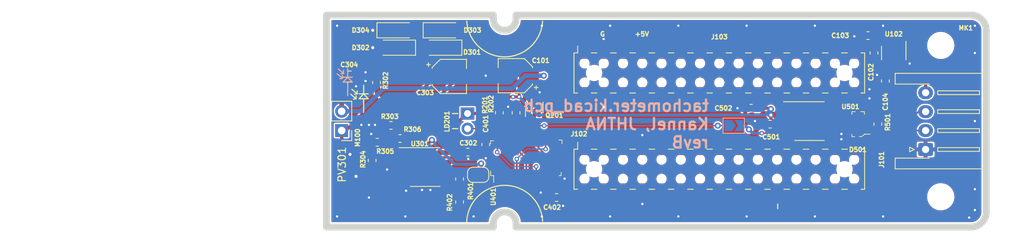
<source format=kicad_pcb>
(kicad_pcb (version 20171130) (host pcbnew "(5.1.4)-1")

  (general
    (thickness 1.6)
    (drawings 62)
    (tracks 310)
    (zones 0)
    (modules 41)
    (nets 24)
  )

  (page A4)
  (layers
    (0 F.Cu signal)
    (31 B.Cu power)
    (34 B.Paste user)
    (35 F.Paste user)
    (36 B.SilkS user)
    (37 F.SilkS user)
    (38 B.Mask user)
    (39 F.Mask user)
    (41 Cmts.User user hide)
    (44 Edge.Cuts user)
    (45 Margin user)
    (46 B.CrtYd user hide)
    (47 F.CrtYd user hide)
    (48 B.Fab user hide)
    (49 F.Fab user hide)
  )

  (setup
    (last_trace_width 0.2)
    (user_trace_width 0.16)
    (user_trace_width 0.2)
    (user_trace_width 0.25)
    (user_trace_width 0.3)
    (user_trace_width 0.4)
    (user_trace_width 0.6)
    (trace_clearance 0.102)
    (zone_clearance 0.2)
    (zone_45_only no)
    (trace_min 0.16)
    (via_size 0.6)
    (via_drill 0.3)
    (via_min_size 0.6)
    (via_min_drill 0.3)
    (user_via 0.6 0.3)
    (user_via 0.8 0.4)
    (uvia_size 0.3)
    (uvia_drill 0.1)
    (uvias_allowed no)
    (uvia_min_size 0.2)
    (uvia_min_drill 0.1)
    (edge_width 0.9)
    (segment_width 0.2)
    (pcb_text_width 0.3)
    (pcb_text_size 1.5 1.5)
    (mod_edge_width 0.15)
    (mod_text_size 0.55 0.55)
    (mod_text_width 0.12)
    (pad_size 3.2 3.2)
    (pad_drill 3.2)
    (pad_to_mask_clearance 0.102)
    (solder_mask_min_width 0.1016)
    (aux_axis_origin 0 0)
    (visible_elements 7EFFFFFF)
    (pcbplotparams
      (layerselection 0x010f8_ffffffff)
      (usegerberextensions true)
      (usegerberattributes false)
      (usegerberadvancedattributes false)
      (creategerberjobfile false)
      (excludeedgelayer true)
      (linewidth 0.100000)
      (plotframeref false)
      (viasonmask false)
      (mode 1)
      (useauxorigin false)
      (hpglpennumber 1)
      (hpglpenspeed 20)
      (hpglpendiameter 15.000000)
      (psnegative false)
      (psa4output false)
      (plotreference true)
      (plotvalue true)
      (plotinvisibletext false)
      (padsonsilk false)
      (subtractmaskfromsilk false)
      (outputformat 1)
      (mirror false)
      (drillshape 0)
      (scaleselection 1)
      (outputdirectory "gerbers/"))
  )

  (net 0 "")
  (net 1 /led_drive/LASER_CATHODE)
  (net 2 /led_drive/V_LED_CURRENT_SENSE)
  (net 3 GND)
  (net 4 VCC)
  (net 5 /led_drive/R201_I)
  (net 6 /led_sensor/PRIMARY_SIGNAL)
  (net 7 /led_sensor/PHOTODIODE_OUTPUT)
  (net 8 /signal_condition/POST_RC_FILTER)
  (net 9 /led_sensor/SCHOTTKY_ISLAND2)
  (net 10 /led_sensor/SCHOTTKY_ISLAND1)
  (net 11 /led_sensor/NON_INVERT_INPUT)
  (net 12 /led_sensor/BETWEEN_STAGES)
  (net 13 /rs485_half_duplex.sch/A)
  (net 14 /rs485_half_duplex.sch/B)
  (net 15 /+5V_DELIVERED)
  (net 16 /INT)
  (net 17 /BYP)
  (net 18 /signal_condition/NAND_INPUT_1)
  (net 19 /signal_condition/NAND3_OUT)
  (net 20 /signal_condition/NAND1_OUT)
  (net 21 /led_sensor/SIGNAL)
  (net 22 /SIGNAL_TO_FILTER)
  (net 23 /TRANSMIT)

  (net_class Default "This is the default net class."
    (clearance 0.102)
    (trace_width 0.2)
    (via_dia 0.6)
    (via_drill 0.3)
    (uvia_dia 0.3)
    (uvia_drill 0.1)
    (add_net /+5V_DELIVERED)
    (add_net /BYP)
    (add_net /INT)
    (add_net /SIGNAL_TO_FILTER)
    (add_net /TRANSMIT)
    (add_net /led_drive/LASER_CATHODE)
    (add_net /led_drive/R201_I)
    (add_net /led_drive/V_LED_CURRENT_SENSE)
    (add_net /led_sensor/BETWEEN_STAGES)
    (add_net /led_sensor/NON_INVERT_INPUT)
    (add_net /led_sensor/PHOTODIODE_OUTPUT)
    (add_net /led_sensor/PRIMARY_SIGNAL)
    (add_net /led_sensor/SCHOTTKY_ISLAND1)
    (add_net /led_sensor/SCHOTTKY_ISLAND2)
    (add_net /led_sensor/SIGNAL)
    (add_net /rs485_half_duplex.sch/A)
    (add_net /rs485_half_duplex.sch/B)
    (add_net /signal_condition/NAND1_OUT)
    (add_net /signal_condition/NAND3_OUT)
    (add_net /signal_condition/NAND_INPUT_1)
    (add_net /signal_condition/POST_RC_FILTER)
    (add_net GND)
    (add_net VCC)
  )

  (net_class Small ""
    (clearance 0.102)
    (trace_width 0.16)
    (via_dia 0.6)
    (via_drill 0.3)
    (uvia_dia 0.3)
    (uvia_drill 0.1)
  )

  (module Connector_PinHeader_2.54mm:PinHeader_1x02_P2.54mm_Vertical locked (layer F.Cu) (tedit 59FED5CC) (tstamp 5E3A2FFB)
    (at 2 1.25 180)
    (descr "Through hole straight pin header, 1x02, 2.54mm pitch, single row")
    (tags "Through hole pin header THT 1x02 2.54mm single row")
    (path /5E11928B/5E11B2F9)
    (fp_text reference PV301 (at -0.05 -4.5 90) (layer F.SilkS)
      (effects (font (size 1 1) (thickness 0.15)))
    )
    (fp_text value PDB-C142 (at 0 4.87) (layer F.Fab)
      (effects (font (size 1 1) (thickness 0.15)))
    )
    (fp_text user %R (at 0 1.27 90) (layer F.Fab)
      (effects (font (size 1 1) (thickness 0.15)))
    )
    (fp_line (start 1.8 -1.8) (end -1.8 -1.8) (layer F.CrtYd) (width 0.05))
    (fp_line (start 1.8 4.35) (end 1.8 -1.8) (layer F.CrtYd) (width 0.05))
    (fp_line (start -1.8 4.35) (end 1.8 4.35) (layer F.CrtYd) (width 0.05))
    (fp_line (start -1.8 -1.8) (end -1.8 4.35) (layer F.CrtYd) (width 0.05))
    (fp_line (start -1.33 -1.33) (end 0 -1.33) (layer F.SilkS) (width 0.12))
    (fp_line (start -1.33 0) (end -1.33 -1.33) (layer F.SilkS) (width 0.12))
    (fp_line (start -1.33 1.27) (end 1.33 1.27) (layer F.SilkS) (width 0.12))
    (fp_line (start 1.33 1.27) (end 1.33 3.87) (layer F.SilkS) (width 0.12))
    (fp_line (start -1.33 1.27) (end -1.33 3.87) (layer F.SilkS) (width 0.12))
    (fp_line (start -1.33 3.87) (end 1.33 3.87) (layer F.SilkS) (width 0.12))
    (fp_line (start -1.27 -0.635) (end -0.635 -1.27) (layer F.Fab) (width 0.1))
    (fp_line (start -1.27 3.81) (end -1.27 -0.635) (layer F.Fab) (width 0.1))
    (fp_line (start 1.27 3.81) (end -1.27 3.81) (layer F.Fab) (width 0.1))
    (fp_line (start 1.27 -1.27) (end 1.27 3.81) (layer F.Fab) (width 0.1))
    (fp_line (start -0.635 -1.27) (end 1.27 -1.27) (layer F.Fab) (width 0.1))
    (pad 2 thru_hole oval (at 0 2.54 180) (size 1.7 1.7) (drill 1) (layers *.Cu *.Mask)
      (net 4 VCC))
    (pad 1 thru_hole rect (at 0 0 180) (size 1.7 1.7) (drill 1) (layers *.Cu *.Mask)
      (net 7 /led_sensor/PHOTODIODE_OUTPUT))
    (model ${KISYS3DMOD}/LED_THT.3dshapes/LED_D3.0mm_Horizontal_O1.27mm_Z2.0mm_IRBlack.step
      (offset (xyz 0 0 -2))
      (scale (xyz 1 1 1))
      (rotate (xyz -10 -180 -90))
    )
  )

  (module kt_kicad:LED_D1.8mm_W1.8mm_H2.4mm_Horizontal_O3.81mm_Z4.9mm locked (layer F.Cu) (tedit 5E125974) (tstamp 5E11EE3F)
    (at 18.6 -1 180)
    (descr "LED, ,  diameter 1.8mm size 1.8x2.4mm^2 z-position of LED center 1.6mm, 2 pins,  diameter 1.8mm size 1.8x2.4mm^2 z-position of LED center 1.6mm, 2 pins,  diameter 1.8mm size 1.8x2.4mm^2 z-position of LED center 1.6mm, 2 pins,  diameter 1.8mm size 1.8x2.4mm^2 z-position of LED center 4.9mm, 2 pins,  diameter 1.8mm size 1.8x2.4mm^2 z-position of LED center 4.9mm, 2 pins")
    (tags "LED   diameter 1.8mm size 1.8x2.4mm^2 z-position of LED center 1.6mm 2 pins  diameter 1.8mm size 1.8x2.4mm^2 z-position of LED center 1.6mm 2 pins  diameter 1.8mm size 1.8x2.4mm^2 z-position of LED center 1.6mm 2 pins  diameter 1.8mm size 1.8x2.4mm^2 z-position of LED center 4.9mm 2 pins  diameter 1.8mm size 1.8x2.4mm^2 z-position of LED center 4.9mm 2 pins")
    (path /5E10B113/5E10E734)
    (fp_text reference LD201 (at 2.7 -1.05 90) (layer F.SilkS)
      (effects (font (size 0.6 0.6) (thickness 0.15)))
    )
    (fp_text value Laserdiode_1C2A (at 1.225 8.475) (layer F.Fab)
      (effects (font (size 1 1) (thickness 0.15)))
    )
    (fp_line (start 1.3 -2) (end 2 -2) (layer F.SilkS) (width 0.15))
    (fp_line (start 1.3 0) (end 2 0) (layer F.SilkS) (width 0.15))
    (fp_line (start 3.2 1.8) (end 2 1.8) (layer F.Fab) (width 0.12))
    (fp_line (start 3.2 0.8) (end 3.2 1.8) (layer F.Fab) (width 0.12))
    (fp_line (start 5.6 0.8) (end 3.2 0.8) (layer F.Fab) (width 0.12))
    (fp_line (start 5.6 -2.8) (end 5.6 0.8) (layer F.Fab) (width 0.12))
    (fp_line (start 3.2 -2.8) (end 5.6 -2.8) (layer F.Fab) (width 0.12))
    (fp_line (start 3.2 -3.8) (end 3.2 -2.8) (layer F.Fab) (width 0.12))
    (fp_line (start 2 -3.8) (end 3.2 -3.8) (layer F.Fab) (width 0.12))
    (fp_line (start 2 1.8) (end 2 -3.8) (layer F.Fab) (width 0.12))
    (fp_line (start 0 -1) (end -1.65 -1) (layer F.CrtYd) (width 0.12))
    (fp_line (start -1.25 1.8) (end -1.25 -3.8) (layer F.CrtYd) (width 0.05))
    (fp_line (start 7.15 -3.8) (end -1.25 -3.8) (layer F.CrtYd) (width 0.05))
    (fp_line (start 7.15 1.8) (end 7.15 -3.8) (layer F.CrtYd) (width 0.05))
    (fp_line (start -1.25 1.8) (end 7.15 1.8) (layer F.CrtYd) (width 0.05))
    (pad 1 thru_hole circle (at 0 -2 270) (size 1.6 1.6) (drill 0.9) (layers *.Cu *.Mask)
      (net 1 /led_drive/LASER_CATHODE))
    (pad 2 thru_hole rect (at 0 0 270) (size 1.6 1.8) (drill 0.9) (layers *.Cu *.Mask)
      (net 4 VCC))
    (model ${KT_REPO}/kt_kicad_library/kt_kicad.pretty/laser_diode_5.6mm.step
      (offset (xyz 0 1 0))
      (scale (xyz 1 1 1))
      (rotate (xyz 0 0 180))
    )
  )

  (module digikey-footprints:SOT-23-3 (layer F.Cu) (tedit 5D28A5E3) (tstamp 5E379F0F)
    (at 70.1 0.4 180)
    (path /5E11428A/5E1F1BC7)
    (attr smd)
    (fp_text reference D501 (at 0.025 -3.375) (layer F.SilkS)
      (effects (font (size 0.6 0.6) (thickness 0.15)))
    )
    (fp_text value CDSOT23-SM712 (at 0.025 3.25) (layer F.Fab)
      (effects (font (size 1 1) (thickness 0.15)))
    )
    (fp_line (start 0.7 1.52) (end 0.7 -1.52) (layer F.Fab) (width 0.1))
    (fp_line (start -0.7 1.52) (end 0.7 1.52) (layer F.Fab) (width 0.1))
    (fp_text user %R (at -0.125 0.15) (layer F.Fab)
      (effects (font (size 0.25 0.25) (thickness 0.05)))
    )
    (fp_line (start 0.825 -1.65) (end 0.825 -1.35) (layer F.SilkS) (width 0.1))
    (fp_line (start 0.45 -1.65) (end 0.825 -1.65) (layer F.SilkS) (width 0.1))
    (fp_line (start 0.825 1.65) (end 0.375 1.65) (layer F.SilkS) (width 0.1))
    (fp_line (start 0.825 1.35) (end 0.825 1.65) (layer F.SilkS) (width 0.1))
    (fp_line (start 0.825 1.425) (end 0.825 1.3) (layer F.SilkS) (width 0.1))
    (fp_line (start -0.825 1.65) (end -0.825 1.3) (layer F.SilkS) (width 0.1))
    (fp_line (start -0.35 1.65) (end -0.825 1.65) (layer F.SilkS) (width 0.1))
    (fp_line (start -0.425 -1.525) (end -0.7 -1.325) (layer F.Fab) (width 0.1))
    (fp_line (start -0.425 -1.525) (end 0.7 -1.525) (layer F.Fab) (width 0.1))
    (fp_line (start -0.7 -1.325) (end -0.7 1.525) (layer F.Fab) (width 0.1))
    (fp_line (start -0.825 -1.325) (end -1.6 -1.325) (layer F.SilkS) (width 0.1))
    (fp_line (start -0.825 -1.375) (end -0.825 -1.325) (layer F.SilkS) (width 0.1))
    (fp_line (start -0.45 -1.65) (end -0.825 -1.375) (layer F.SilkS) (width 0.1))
    (fp_line (start -0.175 -1.65) (end -0.45 -1.65) (layer F.SilkS) (width 0.1))
    (fp_line (start 1.825 -1.95) (end 1.825 1.95) (layer F.CrtYd) (width 0.05))
    (fp_line (start 1.825 1.95) (end -1.825 1.95) (layer F.CrtYd) (width 0.05))
    (fp_line (start -1.825 -1.95) (end -1.825 1.95) (layer F.CrtYd) (width 0.05))
    (fp_line (start -1.825 -1.95) (end 1.825 -1.95) (layer F.CrtYd) (width 0.05))
    (pad 1 smd rect (at -1.05 -0.95 180) (size 1.3 0.6) (layers F.Cu F.Paste F.Mask)
      (net 13 /rs485_half_duplex.sch/A) (solder_mask_margin 0.07))
    (pad 2 smd rect (at -1.05 0.95 180) (size 1.3 0.6) (layers F.Cu F.Paste F.Mask)
      (net 14 /rs485_half_duplex.sch/B) (solder_mask_margin 0.07))
    (pad 3 smd rect (at 1.05 0 180) (size 1.3 0.6) (layers F.Cu F.Paste F.Mask)
      (net 3 GND) (solder_mask_margin 0.07))
    (model ${KISYS3DMOD}/Package_TO_SOT_SMD.3dshapes/SOT-23.step
      (at (xyz 0 0 0))
      (scale (xyz 1 1 1))
      (rotate (xyz 0 0 0))
    )
  )

  (module R:0603 (layer F.Cu) (tedit 5E1A12A1) (tstamp 5E154698)
    (at 72.7 0.4 90)
    (descr "Resistor SMD 0603 (1608 Metric), square (rectangular) end terminal, IPC_7351 nominal, (Body size source: http://www.tortai-tech.com/upload/download/2011102023233369053.pdf), generated with kicad-footprint-generator")
    (tags resistor)
    (path /5E11428A/5E11FAE4)
    (attr smd)
    (fp_text reference R501 (at -1 1.3 90) (layer F.SilkS)
      (effects (font (size 0.6 0.6) (thickness 0.15)) (justify left))
    )
    (fp_text value 120R (at 0 1.2 90) (layer F.Fab)
      (effects (font (size 0.55 0.55) (thickness 0.12)))
    )
    (fp_text user %R (at 0 0 90) (layer F.Fab)
      (effects (font (size 0.4 0.4) (thickness 0.06)))
    )
    (fp_line (start 1.48 0.73) (end -1.48 0.73) (layer F.CrtYd) (width 0.05))
    (fp_line (start 1.48 -0.73) (end 1.48 0.73) (layer F.CrtYd) (width 0.05))
    (fp_line (start -1.48 -0.73) (end 1.48 -0.73) (layer F.CrtYd) (width 0.05))
    (fp_line (start -1.48 0.73) (end -1.48 -0.73) (layer F.CrtYd) (width 0.05))
    (fp_line (start -0.162779 0.51) (end 0.162779 0.51) (layer F.SilkS) (width 0.12))
    (fp_line (start -0.162779 -0.51) (end 0.162779 -0.51) (layer F.SilkS) (width 0.12))
    (fp_line (start 0.8 0.4) (end -0.8 0.4) (layer F.Fab) (width 0.1))
    (fp_line (start 0.8 -0.4) (end 0.8 0.4) (layer F.Fab) (width 0.1))
    (fp_line (start -0.8 -0.4) (end 0.8 -0.4) (layer F.Fab) (width 0.1))
    (fp_line (start -0.8 0.4) (end -0.8 -0.4) (layer F.Fab) (width 0.1))
    (pad 2 smd roundrect (at 0.7875 0 90) (size 0.875 0.95) (layers F.Cu F.Paste F.Mask) (roundrect_rratio 0.25)
      (net 14 /rs485_half_duplex.sch/B))
    (pad 1 smd roundrect (at -0.7875 0 90) (size 0.875 0.95) (layers F.Cu F.Paste F.Mask) (roundrect_rratio 0.25)
      (net 13 /rs485_half_duplex.sch/A))
    (model ${KISYS3DMOD}/Resistor_SMD.3dshapes/R_0603_1608Metric.step
      (at (xyz 0 0 0))
      (scale (xyz 1 1 1))
      (rotate (xyz 0 0 0))
    )
  )

  (module C:0603 (layer F.Cu) (tedit 5E1A1AF0) (tstamp 5E37B0CA)
    (at 56 -1.7 180)
    (descr "Capacitor SMD 0603 (1608 Metric), square (rectangular) end terminal, IPC_7351 nominal, (Body size source: http://www.tortai-tech.com/upload/download/2011102023233369053.pdf), generated with kicad-footprint-generator")
    (tags capacitor)
    (path /5E11428A/5E11FAD7)
    (attr smd)
    (fp_text reference C502 (at 2.4 0) (layer F.SilkS)
      (effects (font (size 0.6 0.6) (thickness 0.15)) (justify right))
    )
    (fp_text value 0.1uF (at 0 1.2) (layer F.Fab)
      (effects (font (size 0.55 0.55) (thickness 0.12)))
    )
    (fp_text user %R (at 0 0) (layer F.Fab)
      (effects (font (size 0.4 0.4) (thickness 0.06)))
    )
    (fp_line (start 1.48 0.73) (end -1.48 0.73) (layer F.CrtYd) (width 0.05))
    (fp_line (start 1.48 -0.73) (end 1.48 0.73) (layer F.CrtYd) (width 0.05))
    (fp_line (start -1.48 -0.73) (end 1.48 -0.73) (layer F.CrtYd) (width 0.05))
    (fp_line (start -1.48 0.73) (end -1.48 -0.73) (layer F.CrtYd) (width 0.05))
    (fp_line (start -0.162779 0.51) (end 0.162779 0.51) (layer F.SilkS) (width 0.12))
    (fp_line (start -0.162779 -0.51) (end 0.162779 -0.51) (layer F.SilkS) (width 0.12))
    (fp_line (start 0.8 0.4) (end -0.8 0.4) (layer F.Fab) (width 0.1))
    (fp_line (start 0.8 -0.4) (end 0.8 0.4) (layer F.Fab) (width 0.1))
    (fp_line (start -0.8 -0.4) (end 0.8 -0.4) (layer F.Fab) (width 0.1))
    (fp_line (start -0.8 0.4) (end -0.8 -0.4) (layer F.Fab) (width 0.1))
    (pad 2 smd roundrect (at 0.7875 0 180) (size 0.875 0.95) (layers F.Cu F.Paste F.Mask) (roundrect_rratio 0.25)
      (net 3 GND))
    (pad 1 smd roundrect (at -0.7875 0 180) (size 0.875 0.95) (layers F.Cu F.Paste F.Mask) (roundrect_rratio 0.25)
      (net 4 VCC))
    (model ${KISYS3DMOD}/Capacitor_SMD.3dshapes/C_0603_1608Metric.step
      (at (xyz 0 0 0))
      (scale (xyz 1 1 1))
      (rotate (xyz 0 0 0))
    )
  )

  (module C:0603 (layer F.Cu) (tedit 5E1A1AF0) (tstamp 5E154617)
    (at 58.5 0.4 180)
    (descr "Capacitor SMD 0603 (1608 Metric), square (rectangular) end terminal, IPC_7351 nominal, (Body size source: http://www.tortai-tech.com/upload/download/2011102023233369053.pdf), generated with kicad-footprint-generator")
    (tags capacitor)
    (path /5E11428A/5E11FADE)
    (attr smd)
    (fp_text reference C501 (at -1.4 -1.7) (layer F.SilkS)
      (effects (font (size 0.6 0.6) (thickness 0.15)) (justify right))
    )
    (fp_text value 0.1uF (at 0 1.2) (layer F.Fab)
      (effects (font (size 0.55 0.55) (thickness 0.12)))
    )
    (fp_text user %R (at 0 0) (layer F.Fab)
      (effects (font (size 0.4 0.4) (thickness 0.06)))
    )
    (fp_line (start 1.48 0.73) (end -1.48 0.73) (layer F.CrtYd) (width 0.05))
    (fp_line (start 1.48 -0.73) (end 1.48 0.73) (layer F.CrtYd) (width 0.05))
    (fp_line (start -1.48 -0.73) (end 1.48 -0.73) (layer F.CrtYd) (width 0.05))
    (fp_line (start -1.48 0.73) (end -1.48 -0.73) (layer F.CrtYd) (width 0.05))
    (fp_line (start -0.162779 0.51) (end 0.162779 0.51) (layer F.SilkS) (width 0.12))
    (fp_line (start -0.162779 -0.51) (end 0.162779 -0.51) (layer F.SilkS) (width 0.12))
    (fp_line (start 0.8 0.4) (end -0.8 0.4) (layer F.Fab) (width 0.1))
    (fp_line (start 0.8 -0.4) (end 0.8 0.4) (layer F.Fab) (width 0.1))
    (fp_line (start -0.8 -0.4) (end 0.8 -0.4) (layer F.Fab) (width 0.1))
    (fp_line (start -0.8 0.4) (end -0.8 -0.4) (layer F.Fab) (width 0.1))
    (pad 2 smd roundrect (at 0.7875 0 180) (size 0.875 0.95) (layers F.Cu F.Paste F.Mask) (roundrect_rratio 0.25)
      (net 3 GND))
    (pad 1 smd roundrect (at -0.7875 0 180) (size 0.875 0.95) (layers F.Cu F.Paste F.Mask) (roundrect_rratio 0.25)
      (net 4 VCC))
    (model ${KISYS3DMOD}/Capacitor_SMD.3dshapes/C_0603_1608Metric.step
      (at (xyz 0 0 0))
      (scale (xyz 1 1 1))
      (rotate (xyz 0 0 0))
    )
  )

  (module C:0603 (layer F.Cu) (tedit 5E1A1AF0) (tstamp 5E1618D6)
    (at 73.7 -5.3 90)
    (descr "Capacitor SMD 0603 (1608 Metric), square (rectangular) end terminal, IPC_7351 nominal, (Body size source: http://www.tortai-tech.com/upload/download/2011102023233369053.pdf), generated with kicad-footprint-generator")
    (tags capacitor)
    (path /5E1841FF)
    (attr smd)
    (fp_text reference C104 (at -4 0 90) (layer F.SilkS)
      (effects (font (size 0.6 0.6) (thickness 0.15)) (justify left))
    )
    (fp_text value 1uF (at 0 1.2 90) (layer F.Fab)
      (effects (font (size 0.55 0.55) (thickness 0.12)))
    )
    (fp_text user %R (at 0 0 90) (layer F.Fab)
      (effects (font (size 0.4 0.4) (thickness 0.06)))
    )
    (fp_line (start 1.48 0.73) (end -1.48 0.73) (layer F.CrtYd) (width 0.05))
    (fp_line (start 1.48 -0.73) (end 1.48 0.73) (layer F.CrtYd) (width 0.05))
    (fp_line (start -1.48 -0.73) (end 1.48 -0.73) (layer F.CrtYd) (width 0.05))
    (fp_line (start -1.48 0.73) (end -1.48 -0.73) (layer F.CrtYd) (width 0.05))
    (fp_line (start -0.162779 0.51) (end 0.162779 0.51) (layer F.SilkS) (width 0.12))
    (fp_line (start -0.162779 -0.51) (end 0.162779 -0.51) (layer F.SilkS) (width 0.12))
    (fp_line (start 0.8 0.4) (end -0.8 0.4) (layer F.Fab) (width 0.1))
    (fp_line (start 0.8 -0.4) (end 0.8 0.4) (layer F.Fab) (width 0.1))
    (fp_line (start -0.8 -0.4) (end 0.8 -0.4) (layer F.Fab) (width 0.1))
    (fp_line (start -0.8 0.4) (end -0.8 -0.4) (layer F.Fab) (width 0.1))
    (pad 2 smd roundrect (at 0.7875 0 90) (size 0.875 0.95) (layers F.Cu F.Paste F.Mask) (roundrect_rratio 0.25)
      (net 3 GND))
    (pad 1 smd roundrect (at -0.7875 0 90) (size 0.875 0.95) (layers F.Cu F.Paste F.Mask) (roundrect_rratio 0.25)
      (net 4 VCC))
    (model ${KISYS3DMOD}/Capacitor_SMD.3dshapes/C_0603_1608Metric.step
      (at (xyz 0 0 0))
      (scale (xyz 1 1 1))
      (rotate (xyz 0 0 0))
    )
  )

  (module C:0603 (layer F.Cu) (tedit 5E1A1AF0) (tstamp 5E16068A)
    (at 71.4 -11.3 180)
    (descr "Capacitor SMD 0603 (1608 Metric), square (rectangular) end terminal, IPC_7351 nominal, (Body size source: http://www.tortai-tech.com/upload/download/2011102023233369053.pdf), generated with kicad-footprint-generator")
    (tags capacitor)
    (path /5E17C643)
    (attr smd)
    (fp_text reference C103 (at 2.4 0) (layer F.SilkS)
      (effects (font (size 0.6 0.6) (thickness 0.15)) (justify right))
    )
    (fp_text value 1uF (at 0 1.2) (layer F.Fab)
      (effects (font (size 0.55 0.55) (thickness 0.12)))
    )
    (fp_text user %R (at 0 0) (layer F.Fab)
      (effects (font (size 0.4 0.4) (thickness 0.06)))
    )
    (fp_line (start 1.48 0.73) (end -1.48 0.73) (layer F.CrtYd) (width 0.05))
    (fp_line (start 1.48 -0.73) (end 1.48 0.73) (layer F.CrtYd) (width 0.05))
    (fp_line (start -1.48 -0.73) (end 1.48 -0.73) (layer F.CrtYd) (width 0.05))
    (fp_line (start -1.48 0.73) (end -1.48 -0.73) (layer F.CrtYd) (width 0.05))
    (fp_line (start -0.162779 0.51) (end 0.162779 0.51) (layer F.SilkS) (width 0.12))
    (fp_line (start -0.162779 -0.51) (end 0.162779 -0.51) (layer F.SilkS) (width 0.12))
    (fp_line (start 0.8 0.4) (end -0.8 0.4) (layer F.Fab) (width 0.1))
    (fp_line (start 0.8 -0.4) (end 0.8 0.4) (layer F.Fab) (width 0.1))
    (fp_line (start -0.8 -0.4) (end 0.8 -0.4) (layer F.Fab) (width 0.1))
    (fp_line (start -0.8 0.4) (end -0.8 -0.4) (layer F.Fab) (width 0.1))
    (pad 2 smd roundrect (at 0.7875 0 180) (size 0.875 0.95) (layers F.Cu F.Paste F.Mask) (roundrect_rratio 0.25)
      (net 3 GND))
    (pad 1 smd roundrect (at -0.7875 0 180) (size 0.875 0.95) (layers F.Cu F.Paste F.Mask) (roundrect_rratio 0.25)
      (net 15 /+5V_DELIVERED))
    (model ${KISYS3DMOD}/Capacitor_SMD.3dshapes/C_0603_1608Metric.step
      (at (xyz 0 0 0))
      (scale (xyz 1 1 1))
      (rotate (xyz 0 0 0))
    )
  )

  (module C:0603 (layer F.Cu) (tedit 5E1A1AF0) (tstamp 5E156BE5)
    (at 72.2 -9 90)
    (descr "Capacitor SMD 0603 (1608 Metric), square (rectangular) end terminal, IPC_7351 nominal, (Body size source: http://www.tortai-tech.com/upload/download/2011102023233369053.pdf), generated with kicad-footprint-generator")
    (tags capacitor)
    (path /5E173E3B)
    (attr smd)
    (fp_text reference C102 (at -3.8 -0.4 90) (layer F.SilkS)
      (effects (font (size 0.6 0.6) (thickness 0.15)) (justify left))
    )
    (fp_text value 10nF (at 0 1.2 90) (layer F.Fab)
      (effects (font (size 0.55 0.55) (thickness 0.12)))
    )
    (fp_text user %R (at 0 0 90) (layer F.Fab)
      (effects (font (size 0.4 0.4) (thickness 0.06)))
    )
    (fp_line (start 1.48 0.73) (end -1.48 0.73) (layer F.CrtYd) (width 0.05))
    (fp_line (start 1.48 -0.73) (end 1.48 0.73) (layer F.CrtYd) (width 0.05))
    (fp_line (start -1.48 -0.73) (end 1.48 -0.73) (layer F.CrtYd) (width 0.05))
    (fp_line (start -1.48 0.73) (end -1.48 -0.73) (layer F.CrtYd) (width 0.05))
    (fp_line (start -0.162779 0.51) (end 0.162779 0.51) (layer F.SilkS) (width 0.12))
    (fp_line (start -0.162779 -0.51) (end 0.162779 -0.51) (layer F.SilkS) (width 0.12))
    (fp_line (start 0.8 0.4) (end -0.8 0.4) (layer F.Fab) (width 0.1))
    (fp_line (start 0.8 -0.4) (end 0.8 0.4) (layer F.Fab) (width 0.1))
    (fp_line (start -0.8 -0.4) (end 0.8 -0.4) (layer F.Fab) (width 0.1))
    (fp_line (start -0.8 0.4) (end -0.8 -0.4) (layer F.Fab) (width 0.1))
    (pad 2 smd roundrect (at 0.7875 0 90) (size 0.875 0.95) (layers F.Cu F.Paste F.Mask) (roundrect_rratio 0.25)
      (net 3 GND))
    (pad 1 smd roundrect (at -0.7875 0 90) (size 0.875 0.95) (layers F.Cu F.Paste F.Mask) (roundrect_rratio 0.25)
      (net 17 /BYP))
    (model ${KISYS3DMOD}/Capacitor_SMD.3dshapes/C_0603_1608Metric.step
      (at (xyz 0 0 0))
      (scale (xyz 1 1 1))
      (rotate (xyz 0 0 0))
    )
  )

  (module R:0603 (layer F.Cu) (tedit 5E1A12A1) (tstamp 5E12958E)
    (at 17.55 10.7 270)
    (descr "Resistor SMD 0603 (1608 Metric), square (rectangular) end terminal, IPC_7351 nominal, (Body size source: http://www.tortai-tech.com/upload/download/2011102023233369053.pdf), generated with kicad-footprint-generator")
    (tags resistor)
    (path /5E1DD43C/5E1EA764)
    (attr smd)
    (fp_text reference R402 (at -1.2 1.3 90) (layer F.SilkS)
      (effects (font (size 0.6 0.6) (thickness 0.15)) (justify right))
    )
    (fp_text value 100k (at 0 1.2 90) (layer F.Fab)
      (effects (font (size 0.55 0.55) (thickness 0.12)))
    )
    (fp_text user %R (at 0 0 90) (layer F.Fab)
      (effects (font (size 0.4 0.4) (thickness 0.06)))
    )
    (fp_line (start 1.48 0.73) (end -1.48 0.73) (layer F.CrtYd) (width 0.05))
    (fp_line (start 1.48 -0.73) (end 1.48 0.73) (layer F.CrtYd) (width 0.05))
    (fp_line (start -1.48 -0.73) (end 1.48 -0.73) (layer F.CrtYd) (width 0.05))
    (fp_line (start -1.48 0.73) (end -1.48 -0.73) (layer F.CrtYd) (width 0.05))
    (fp_line (start -0.162779 0.51) (end 0.162779 0.51) (layer F.SilkS) (width 0.12))
    (fp_line (start -0.162779 -0.51) (end 0.162779 -0.51) (layer F.SilkS) (width 0.12))
    (fp_line (start 0.8 0.4) (end -0.8 0.4) (layer F.Fab) (width 0.1))
    (fp_line (start 0.8 -0.4) (end 0.8 0.4) (layer F.Fab) (width 0.1))
    (fp_line (start -0.8 -0.4) (end 0.8 -0.4) (layer F.Fab) (width 0.1))
    (fp_line (start -0.8 0.4) (end -0.8 -0.4) (layer F.Fab) (width 0.1))
    (pad 2 smd roundrect (at 0.7875 0 270) (size 0.875 0.95) (layers F.Cu F.Paste F.Mask) (roundrect_rratio 0.25)
      (net 8 /signal_condition/POST_RC_FILTER))
    (pad 1 smd roundrect (at -0.7875 0 270) (size 0.875 0.95) (layers F.Cu F.Paste F.Mask) (roundrect_rratio 0.25)
      (net 18 /signal_condition/NAND_INPUT_1))
    (model ${KISYS3DMOD}/Resistor_SMD.3dshapes/R_0603_1608Metric.step
      (at (xyz 0 0 0))
      (scale (xyz 1 1 1))
      (rotate (xyz 0 0 0))
    )
  )

  (module R:0603 (layer F.Cu) (tedit 5E1A12A1) (tstamp 5E12D986)
    (at 17.55 7.65 90)
    (descr "Resistor SMD 0603 (1608 Metric), square (rectangular) end terminal, IPC_7351 nominal, (Body size source: http://www.tortai-tech.com/upload/download/2011102023233369053.pdf), generated with kicad-footprint-generator")
    (tags resistor)
    (path /5E1DD43C/5E1E3AF4)
    (attr smd)
    (fp_text reference R401 (at -2.85 1.45 90) (layer F.SilkS)
      (effects (font (size 0.6 0.6) (thickness 0.15)) (justify left))
    )
    (fp_text value 1500R (at 0 1.2 90) (layer F.Fab)
      (effects (font (size 0.55 0.55) (thickness 0.12)))
    )
    (fp_text user %R (at 0 0 90) (layer F.Fab)
      (effects (font (size 0.4 0.4) (thickness 0.06)))
    )
    (fp_line (start 1.48 0.73) (end -1.48 0.73) (layer F.CrtYd) (width 0.05))
    (fp_line (start 1.48 -0.73) (end 1.48 0.73) (layer F.CrtYd) (width 0.05))
    (fp_line (start -1.48 -0.73) (end 1.48 -0.73) (layer F.CrtYd) (width 0.05))
    (fp_line (start -1.48 0.73) (end -1.48 -0.73) (layer F.CrtYd) (width 0.05))
    (fp_line (start -0.162779 0.51) (end 0.162779 0.51) (layer F.SilkS) (width 0.12))
    (fp_line (start -0.162779 -0.51) (end 0.162779 -0.51) (layer F.SilkS) (width 0.12))
    (fp_line (start 0.8 0.4) (end -0.8 0.4) (layer F.Fab) (width 0.1))
    (fp_line (start 0.8 -0.4) (end 0.8 0.4) (layer F.Fab) (width 0.1))
    (fp_line (start -0.8 -0.4) (end 0.8 -0.4) (layer F.Fab) (width 0.1))
    (fp_line (start -0.8 0.4) (end -0.8 -0.4) (layer F.Fab) (width 0.1))
    (pad 2 smd roundrect (at 0.7875 0 90) (size 0.875 0.95) (layers F.Cu F.Paste F.Mask) (roundrect_rratio 0.25)
      (net 22 /SIGNAL_TO_FILTER))
    (pad 1 smd roundrect (at -0.7875 0 90) (size 0.875 0.95) (layers F.Cu F.Paste F.Mask) (roundrect_rratio 0.25)
      (net 18 /signal_condition/NAND_INPUT_1))
    (model ${KISYS3DMOD}/Resistor_SMD.3dshapes/R_0603_1608Metric.step
      (at (xyz 0 0 0))
      (scale (xyz 1 1 1))
      (rotate (xyz 0 0 0))
    )
  )

  (module C:0603 (layer F.Cu) (tedit 5E1A1AF0) (tstamp 5E12955E)
    (at 30.35 10.1)
    (descr "Capacitor SMD 0603 (1608 Metric), square (rectangular) end terminal, IPC_7351 nominal, (Body size source: http://www.tortai-tech.com/upload/download/2011102023233369053.pdf), generated with kicad-footprint-generator")
    (tags capacitor)
    (path /5E1DD43C/5E1EAB1F)
    (attr smd)
    (fp_text reference C402 (at -1.85 1.3) (layer F.SilkS)
      (effects (font (size 0.6 0.6) (thickness 0.15)) (justify left))
    )
    (fp_text value 0.1uF (at 0 1.2) (layer F.Fab)
      (effects (font (size 0.55 0.55) (thickness 0.12)))
    )
    (fp_text user %R (at 0 0) (layer F.Fab)
      (effects (font (size 0.4 0.4) (thickness 0.06)))
    )
    (fp_line (start 1.48 0.73) (end -1.48 0.73) (layer F.CrtYd) (width 0.05))
    (fp_line (start 1.48 -0.73) (end 1.48 0.73) (layer F.CrtYd) (width 0.05))
    (fp_line (start -1.48 -0.73) (end 1.48 -0.73) (layer F.CrtYd) (width 0.05))
    (fp_line (start -1.48 0.73) (end -1.48 -0.73) (layer F.CrtYd) (width 0.05))
    (fp_line (start -0.162779 0.51) (end 0.162779 0.51) (layer F.SilkS) (width 0.12))
    (fp_line (start -0.162779 -0.51) (end 0.162779 -0.51) (layer F.SilkS) (width 0.12))
    (fp_line (start 0.8 0.4) (end -0.8 0.4) (layer F.Fab) (width 0.1))
    (fp_line (start 0.8 -0.4) (end 0.8 0.4) (layer F.Fab) (width 0.1))
    (fp_line (start -0.8 -0.4) (end 0.8 -0.4) (layer F.Fab) (width 0.1))
    (fp_line (start -0.8 0.4) (end -0.8 -0.4) (layer F.Fab) (width 0.1))
    (pad 2 smd roundrect (at 0.7875 0) (size 0.875 0.95) (layers F.Cu F.Paste F.Mask) (roundrect_rratio 0.25)
      (net 3 GND))
    (pad 1 smd roundrect (at -0.7875 0) (size 0.875 0.95) (layers F.Cu F.Paste F.Mask) (roundrect_rratio 0.25)
      (net 8 /signal_condition/POST_RC_FILTER))
    (model ${KISYS3DMOD}/Capacitor_SMD.3dshapes/C_0603_1608Metric.step
      (at (xyz 0 0 0))
      (scale (xyz 1 1 1))
      (rotate (xyz 0 0 0))
    )
  )

  (module C:0603 (layer F.Cu) (tedit 5E1A1AF0) (tstamp 5E37B7A5)
    (at 21 3.1 270)
    (descr "Capacitor SMD 0603 (1608 Metric), square (rectangular) end terminal, IPC_7351 nominal, (Body size source: http://www.tortai-tech.com/upload/download/2011102023233369053.pdf), generated with kicad-footprint-generator")
    (tags capacitor)
    (path /5E1DD43C/5E1EFF6E)
    (attr smd)
    (fp_text reference C401 (at -4 0 90) (layer F.SilkS)
      (effects (font (size 0.6 0.6) (thickness 0.15)) (justify right))
    )
    (fp_text value 1uF (at 0 1.2 90) (layer F.Fab)
      (effects (font (size 0.55 0.55) (thickness 0.12)))
    )
    (fp_text user %R (at 0 0 90) (layer F.Fab)
      (effects (font (size 0.4 0.4) (thickness 0.06)))
    )
    (fp_line (start 1.48 0.73) (end -1.48 0.73) (layer F.CrtYd) (width 0.05))
    (fp_line (start 1.48 -0.73) (end 1.48 0.73) (layer F.CrtYd) (width 0.05))
    (fp_line (start -1.48 -0.73) (end 1.48 -0.73) (layer F.CrtYd) (width 0.05))
    (fp_line (start -1.48 0.73) (end -1.48 -0.73) (layer F.CrtYd) (width 0.05))
    (fp_line (start -0.162779 0.51) (end 0.162779 0.51) (layer F.SilkS) (width 0.12))
    (fp_line (start -0.162779 -0.51) (end 0.162779 -0.51) (layer F.SilkS) (width 0.12))
    (fp_line (start 0.8 0.4) (end -0.8 0.4) (layer F.Fab) (width 0.1))
    (fp_line (start 0.8 -0.4) (end 0.8 0.4) (layer F.Fab) (width 0.1))
    (fp_line (start -0.8 -0.4) (end 0.8 -0.4) (layer F.Fab) (width 0.1))
    (fp_line (start -0.8 0.4) (end -0.8 -0.4) (layer F.Fab) (width 0.1))
    (pad 2 smd roundrect (at 0.7875 0 270) (size 0.875 0.95) (layers F.Cu F.Paste F.Mask) (roundrect_rratio 0.25)
      (net 3 GND))
    (pad 1 smd roundrect (at -0.7875 0 270) (size 0.875 0.95) (layers F.Cu F.Paste F.Mask) (roundrect_rratio 0.25)
      (net 4 VCC))
    (model ${KISYS3DMOD}/Capacitor_SMD.3dshapes/C_0603_1608Metric.step
      (at (xyz 0 0 0))
      (scale (xyz 1 1 1))
      (rotate (xyz 0 0 0))
    )
  )

  (module C:0603 (layer F.Cu) (tedit 5E1A1AF0) (tstamp 5E129416)
    (at 18.65 4.1)
    (descr "Capacitor SMD 0603 (1608 Metric), square (rectangular) end terminal, IPC_7351 nominal, (Body size source: http://www.tortai-tech.com/upload/download/2011102023233369053.pdf), generated with kicad-footprint-generator")
    (tags capacitor)
    (path /5E11928B/5E1D3F13)
    (attr smd)
    (fp_text reference C302 (at -1.2 -1.2) (layer F.SilkS)
      (effects (font (size 0.6 0.6) (thickness 0.15)) (justify left))
    )
    (fp_text value 1uF (at 0 1.2) (layer F.Fab)
      (effects (font (size 0.55 0.55) (thickness 0.12)))
    )
    (fp_text user %R (at 0 0) (layer F.Fab)
      (effects (font (size 0.4 0.4) (thickness 0.06)))
    )
    (fp_line (start 1.48 0.73) (end -1.48 0.73) (layer F.CrtYd) (width 0.05))
    (fp_line (start 1.48 -0.73) (end 1.48 0.73) (layer F.CrtYd) (width 0.05))
    (fp_line (start -1.48 -0.73) (end 1.48 -0.73) (layer F.CrtYd) (width 0.05))
    (fp_line (start -1.48 0.73) (end -1.48 -0.73) (layer F.CrtYd) (width 0.05))
    (fp_line (start -0.162779 0.51) (end 0.162779 0.51) (layer F.SilkS) (width 0.12))
    (fp_line (start -0.162779 -0.51) (end 0.162779 -0.51) (layer F.SilkS) (width 0.12))
    (fp_line (start 0.8 0.4) (end -0.8 0.4) (layer F.Fab) (width 0.1))
    (fp_line (start 0.8 -0.4) (end 0.8 0.4) (layer F.Fab) (width 0.1))
    (fp_line (start -0.8 -0.4) (end 0.8 -0.4) (layer F.Fab) (width 0.1))
    (fp_line (start -0.8 0.4) (end -0.8 -0.4) (layer F.Fab) (width 0.1))
    (pad 2 smd roundrect (at 0.7875 0) (size 0.875 0.95) (layers F.Cu F.Paste F.Mask) (roundrect_rratio 0.25)
      (net 3 GND))
    (pad 1 smd roundrect (at -0.7875 0) (size 0.875 0.95) (layers F.Cu F.Paste F.Mask) (roundrect_rratio 0.25)
      (net 4 VCC))
    (model ${KISYS3DMOD}/Capacitor_SMD.3dshapes/C_0603_1608Metric.step
      (at (xyz 0 0 0))
      (scale (xyz 1 1 1))
      (rotate (xyz 0 0 0))
    )
  )

  (module C:0805 (layer F.Cu) (tedit 5E1A1AD3) (tstamp 5E17AEEF)
    (at 3 -5.9)
    (descr "Capacitor SMD 0805 (2012 Metric), square (rectangular) end terminal, IPC_7351 nominal, (Body size source: https://docs.google.com/spreadsheets/d/1BsfQQcO9C6DZCsRaXUlFlo91Tg2WpOkGARC1WS5S8t0/edit?usp=sharing), generated with kicad-footprint-generator")
    (tags capacitor)
    (path /5E11928B/5E20997B)
    (attr smd)
    (fp_text reference C304 (at -1.25 -1.55) (layer F.SilkS)
      (effects (font (size 0.6 0.6) (thickness 0.15)) (justify left))
    )
    (fp_text value 1uF (at 0 1.5) (layer F.Fab)
      (effects (font (size 0.55 0.55) (thickness 0.12)))
    )
    (fp_text user %R (at 0 0) (layer F.Fab)
      (effects (font (size 0.5 0.5) (thickness 0.08)))
    )
    (fp_line (start 1.68 0.95) (end -1.68 0.95) (layer F.CrtYd) (width 0.05))
    (fp_line (start 1.68 -0.95) (end 1.68 0.95) (layer F.CrtYd) (width 0.05))
    (fp_line (start -1.68 -0.95) (end 1.68 -0.95) (layer F.CrtYd) (width 0.05))
    (fp_line (start -1.68 0.95) (end -1.68 -0.95) (layer F.CrtYd) (width 0.05))
    (fp_line (start -0.258578 0.71) (end 0.258578 0.71) (layer F.SilkS) (width 0.12))
    (fp_line (start -0.258578 -0.71) (end 0.258578 -0.71) (layer F.SilkS) (width 0.12))
    (fp_line (start 1 0.6) (end -1 0.6) (layer F.Fab) (width 0.1))
    (fp_line (start 1 -0.6) (end 1 0.6) (layer F.Fab) (width 0.1))
    (fp_line (start -1 -0.6) (end 1 -0.6) (layer F.Fab) (width 0.1))
    (fp_line (start -1 0.6) (end -1 -0.6) (layer F.Fab) (width 0.1))
    (pad 2 smd roundrect (at 0.9375 0) (size 0.975 1.4) (layers F.Cu F.Paste F.Mask) (roundrect_rratio 0.25)
      (net 3 GND))
    (pad 1 smd roundrect (at -0.9375 0) (size 0.975 1.4) (layers F.Cu F.Paste F.Mask) (roundrect_rratio 0.25)
      (net 4 VCC))
    (model ${KISYS3DMOD}/Capacitor_SMD.3dshapes/C_0805_2012Metric.step
      (at (xyz 0 0 0))
      (scale (xyz 1 1 1))
      (rotate (xyz 0 0 0))
    )
  )

  (module R:0603 (layer F.Cu) (tedit 5E1A12A1) (tstamp 5E12D925)
    (at 6.7 2.8 180)
    (descr "Resistor SMD 0603 (1608 Metric), square (rectangular) end terminal, IPC_7351 nominal, (Body size source: http://www.tortai-tech.com/upload/download/2011102023233369053.pdf), generated with kicad-footprint-generator")
    (tags resistor)
    (path /5E11928B/5E1560A6)
    (attr smd)
    (fp_text reference R305 (at -2.3 -1.2) (layer F.SilkS)
      (effects (font (size 0.6 0.6) (thickness 0.15)) (justify right))
    )
    (fp_text value 10k (at 0 1.2) (layer F.Fab)
      (effects (font (size 0.55 0.55) (thickness 0.12)))
    )
    (fp_text user %R (at 0 0) (layer F.Fab)
      (effects (font (size 0.4 0.4) (thickness 0.06)))
    )
    (fp_line (start 1.48 0.73) (end -1.48 0.73) (layer F.CrtYd) (width 0.05))
    (fp_line (start 1.48 -0.73) (end 1.48 0.73) (layer F.CrtYd) (width 0.05))
    (fp_line (start -1.48 -0.73) (end 1.48 -0.73) (layer F.CrtYd) (width 0.05))
    (fp_line (start -1.48 0.73) (end -1.48 -0.73) (layer F.CrtYd) (width 0.05))
    (fp_line (start -0.162779 0.51) (end 0.162779 0.51) (layer F.SilkS) (width 0.12))
    (fp_line (start -0.162779 -0.51) (end 0.162779 -0.51) (layer F.SilkS) (width 0.12))
    (fp_line (start 0.8 0.4) (end -0.8 0.4) (layer F.Fab) (width 0.1))
    (fp_line (start 0.8 -0.4) (end 0.8 0.4) (layer F.Fab) (width 0.1))
    (fp_line (start -0.8 -0.4) (end 0.8 -0.4) (layer F.Fab) (width 0.1))
    (fp_line (start -0.8 0.4) (end -0.8 -0.4) (layer F.Fab) (width 0.1))
    (pad 2 smd roundrect (at 0.7875 0 180) (size 0.875 0.95) (layers F.Cu F.Paste F.Mask) (roundrect_rratio 0.25)
      (net 3 GND))
    (pad 1 smd roundrect (at -0.7875 0 180) (size 0.875 0.95) (layers F.Cu F.Paste F.Mask) (roundrect_rratio 0.25)
      (net 11 /led_sensor/NON_INVERT_INPUT))
    (model ${KISYS3DMOD}/Resistor_SMD.3dshapes/R_0603_1608Metric.step
      (at (xyz 0 0 0))
      (scale (xyz 1 1 1))
      (rotate (xyz 0 0 0))
    )
  )

  (module R:0603 (layer F.Cu) (tedit 5E1A12A1) (tstamp 5E1294A8)
    (at 9.7 2.3 180)
    (descr "Resistor SMD 0603 (1608 Metric), square (rectangular) end terminal, IPC_7351 nominal, (Body size source: http://www.tortai-tech.com/upload/download/2011102023233369053.pdf), generated with kicad-footprint-generator")
    (tags resistor)
    (path /5E11928B/5E1A8BAF)
    (attr smd)
    (fp_text reference R306 (at -2.9 1.2) (layer F.SilkS)
      (effects (font (size 0.6 0.6) (thickness 0.15)) (justify right))
    )
    (fp_text value 220k (at 0 1.2) (layer F.Fab)
      (effects (font (size 0.55 0.55) (thickness 0.12)))
    )
    (fp_text user %R (at 0 0) (layer F.Fab)
      (effects (font (size 0.4 0.4) (thickness 0.06)))
    )
    (fp_line (start 1.48 0.73) (end -1.48 0.73) (layer F.CrtYd) (width 0.05))
    (fp_line (start 1.48 -0.73) (end 1.48 0.73) (layer F.CrtYd) (width 0.05))
    (fp_line (start -1.48 -0.73) (end 1.48 -0.73) (layer F.CrtYd) (width 0.05))
    (fp_line (start -1.48 0.73) (end -1.48 -0.73) (layer F.CrtYd) (width 0.05))
    (fp_line (start -0.162779 0.51) (end 0.162779 0.51) (layer F.SilkS) (width 0.12))
    (fp_line (start -0.162779 -0.51) (end 0.162779 -0.51) (layer F.SilkS) (width 0.12))
    (fp_line (start 0.8 0.4) (end -0.8 0.4) (layer F.Fab) (width 0.1))
    (fp_line (start 0.8 -0.4) (end 0.8 0.4) (layer F.Fab) (width 0.1))
    (fp_line (start -0.8 -0.4) (end 0.8 -0.4) (layer F.Fab) (width 0.1))
    (fp_line (start -0.8 0.4) (end -0.8 -0.4) (layer F.Fab) (width 0.1))
    (pad 2 smd roundrect (at 0.7875 0 180) (size 0.875 0.95) (layers F.Cu F.Paste F.Mask) (roundrect_rratio 0.25)
      (net 11 /led_sensor/NON_INVERT_INPUT))
    (pad 1 smd roundrect (at -0.7875 0 180) (size 0.875 0.95) (layers F.Cu F.Paste F.Mask) (roundrect_rratio 0.25)
      (net 21 /led_sensor/SIGNAL))
    (model ${KISYS3DMOD}/Resistor_SMD.3dshapes/R_0603_1608Metric.step
      (at (xyz 0 0 0))
      (scale (xyz 1 1 1))
      (rotate (xyz 0 0 0))
    )
  )

  (module R:0603 (layer F.Cu) (tedit 5E1A12A1) (tstamp 5E12D8AA)
    (at 6.02 5.2 90)
    (descr "Resistor SMD 0603 (1608 Metric), square (rectangular) end terminal, IPC_7351 nominal, (Body size source: http://www.tortai-tech.com/upload/download/2011102023233369053.pdf), generated with kicad-footprint-generator")
    (tags resistor)
    (path /5E11928B/5E1566BE)
    (attr smd)
    (fp_text reference R304 (at -1.1 -1.2 90) (layer F.SilkS)
      (effects (font (size 0.6 0.6) (thickness 0.15)) (justify left))
    )
    (fp_text value 220k (at 0 1.2 90) (layer F.Fab)
      (effects (font (size 0.55 0.55) (thickness 0.12)))
    )
    (fp_text user %R (at 0 0 90) (layer F.Fab)
      (effects (font (size 0.4 0.4) (thickness 0.06)))
    )
    (fp_line (start 1.48 0.73) (end -1.48 0.73) (layer F.CrtYd) (width 0.05))
    (fp_line (start 1.48 -0.73) (end 1.48 0.73) (layer F.CrtYd) (width 0.05))
    (fp_line (start -1.48 -0.73) (end 1.48 -0.73) (layer F.CrtYd) (width 0.05))
    (fp_line (start -1.48 0.73) (end -1.48 -0.73) (layer F.CrtYd) (width 0.05))
    (fp_line (start -0.162779 0.51) (end 0.162779 0.51) (layer F.SilkS) (width 0.12))
    (fp_line (start -0.162779 -0.51) (end 0.162779 -0.51) (layer F.SilkS) (width 0.12))
    (fp_line (start 0.8 0.4) (end -0.8 0.4) (layer F.Fab) (width 0.1))
    (fp_line (start 0.8 -0.4) (end 0.8 0.4) (layer F.Fab) (width 0.1))
    (fp_line (start -0.8 -0.4) (end 0.8 -0.4) (layer F.Fab) (width 0.1))
    (fp_line (start -0.8 0.4) (end -0.8 -0.4) (layer F.Fab) (width 0.1))
    (pad 2 smd roundrect (at 0.7875 0 90) (size 0.875 0.95) (layers F.Cu F.Paste F.Mask) (roundrect_rratio 0.25)
      (net 11 /led_sensor/NON_INVERT_INPUT))
    (pad 1 smd roundrect (at -0.7875 0 90) (size 0.875 0.95) (layers F.Cu F.Paste F.Mask) (roundrect_rratio 0.25)
      (net 7 /led_sensor/PHOTODIODE_OUTPUT))
    (model ${KISYS3DMOD}/Resistor_SMD.3dshapes/R_0603_1608Metric.step
      (at (xyz 0 0 0))
      (scale (xyz 1 1 1))
      (rotate (xyz 0 0 0))
    )
  )

  (module R:0603 (layer F.Cu) (tedit 5E1A12A1) (tstamp 5E1292E4)
    (at 8.5075 0.57 180)
    (descr "Resistor SMD 0603 (1608 Metric), square (rectangular) end terminal, IPC_7351 nominal, (Body size source: http://www.tortai-tech.com/upload/download/2011102023233369053.pdf), generated with kicad-footprint-generator")
    (tags resistor)
    (path /5E11928B/5E11C67E)
    (attr smd)
    (fp_text reference R303 (at -1.0925 1.17) (layer F.SilkS)
      (effects (font (size 0.6 0.6) (thickness 0.15)) (justify right))
    )
    (fp_text value 100K (at 0 1.2) (layer F.Fab)
      (effects (font (size 0.55 0.55) (thickness 0.12)))
    )
    (fp_text user %R (at 0 0) (layer F.Fab)
      (effects (font (size 0.4 0.4) (thickness 0.06)))
    )
    (fp_line (start 1.48 0.73) (end -1.48 0.73) (layer F.CrtYd) (width 0.05))
    (fp_line (start 1.48 -0.73) (end 1.48 0.73) (layer F.CrtYd) (width 0.05))
    (fp_line (start -1.48 -0.73) (end 1.48 -0.73) (layer F.CrtYd) (width 0.05))
    (fp_line (start -1.48 0.73) (end -1.48 -0.73) (layer F.CrtYd) (width 0.05))
    (fp_line (start -0.162779 0.51) (end 0.162779 0.51) (layer F.SilkS) (width 0.12))
    (fp_line (start -0.162779 -0.51) (end 0.162779 -0.51) (layer F.SilkS) (width 0.12))
    (fp_line (start 0.8 0.4) (end -0.8 0.4) (layer F.Fab) (width 0.1))
    (fp_line (start 0.8 -0.4) (end 0.8 0.4) (layer F.Fab) (width 0.1))
    (fp_line (start -0.8 -0.4) (end 0.8 -0.4) (layer F.Fab) (width 0.1))
    (fp_line (start -0.8 0.4) (end -0.8 -0.4) (layer F.Fab) (width 0.1))
    (pad 2 smd roundrect (at 0.7875 0 180) (size 0.875 0.95) (layers F.Cu F.Paste F.Mask) (roundrect_rratio 0.25)
      (net 3 GND))
    (pad 1 smd roundrect (at -0.7875 0 180) (size 0.875 0.95) (layers F.Cu F.Paste F.Mask) (roundrect_rratio 0.25)
      (net 6 /led_sensor/PRIMARY_SIGNAL))
    (model ${KISYS3DMOD}/Resistor_SMD.3dshapes/R_0603_1608Metric.step
      (at (xyz 0 0 0))
      (scale (xyz 1 1 1))
      (rotate (xyz 0 0 0))
    )
  )

  (module R:0603 (layer F.Cu) (tedit 5E1A12A1) (tstamp 5E12D87A)
    (at 6.6 -5.1 90)
    (descr "Resistor SMD 0603 (1608 Metric), square (rectangular) end terminal, IPC_7351 nominal, (Body size source: http://www.tortai-tech.com/upload/download/2011102023233369053.pdf), generated with kicad-footprint-generator")
    (tags resistor)
    (path /5E11928B/5E11BF07)
    (attr smd)
    (fp_text reference R302 (at -1 1.2 90) (layer F.SilkS)
      (effects (font (size 0.6 0.6) (thickness 0.15)) (justify left))
    )
    (fp_text value 3.3K (at 0 1.2 90) (layer F.Fab)
      (effects (font (size 0.55 0.55) (thickness 0.12)))
    )
    (fp_text user %R (at 0 0 90) (layer F.Fab)
      (effects (font (size 0.4 0.4) (thickness 0.06)))
    )
    (fp_line (start 1.48 0.73) (end -1.48 0.73) (layer F.CrtYd) (width 0.05))
    (fp_line (start 1.48 -0.73) (end 1.48 0.73) (layer F.CrtYd) (width 0.05))
    (fp_line (start -1.48 -0.73) (end 1.48 -0.73) (layer F.CrtYd) (width 0.05))
    (fp_line (start -1.48 0.73) (end -1.48 -0.73) (layer F.CrtYd) (width 0.05))
    (fp_line (start -0.162779 0.51) (end 0.162779 0.51) (layer F.SilkS) (width 0.12))
    (fp_line (start -0.162779 -0.51) (end 0.162779 -0.51) (layer F.SilkS) (width 0.12))
    (fp_line (start 0.8 0.4) (end -0.8 0.4) (layer F.Fab) (width 0.1))
    (fp_line (start 0.8 -0.4) (end 0.8 0.4) (layer F.Fab) (width 0.1))
    (fp_line (start -0.8 -0.4) (end 0.8 -0.4) (layer F.Fab) (width 0.1))
    (fp_line (start -0.8 0.4) (end -0.8 -0.4) (layer F.Fab) (width 0.1))
    (pad 2 smd roundrect (at 0.7875 0 90) (size 0.875 0.95) (layers F.Cu F.Paste F.Mask) (roundrect_rratio 0.25)
      (net 3 GND))
    (pad 1 smd roundrect (at -0.7875 0 90) (size 0.875 0.95) (layers F.Cu F.Paste F.Mask) (roundrect_rratio 0.25)
      (net 7 /led_sensor/PHOTODIODE_OUTPUT))
    (model ${KISYS3DMOD}/Resistor_SMD.3dshapes/R_0603_1608Metric.step
      (at (xyz 0 0 0))
      (scale (xyz 1 1 1))
      (rotate (xyz 0 0 0))
    )
  )

  (module R:0603 (layer F.Cu) (tedit 5E1A12A1) (tstamp 5E3A546F)
    (at 25 -1.1 90)
    (descr "Resistor SMD 0603 (1608 Metric), square (rectangular) end terminal, IPC_7351 nominal, (Body size source: http://www.tortai-tech.com/upload/download/2011102023233369053.pdf), generated with kicad-footprint-generator")
    (tags resistor)
    (path /5E10B113/5E10DB84)
    (attr smd)
    (fp_text reference R202 (at -0.1 -3.3 90) (layer F.SilkS)
      (effects (font (size 0.6 0.6) (thickness 0.15)) (justify left))
    )
    (fp_text value 27R (at 0 1.2 90) (layer F.Fab)
      (effects (font (size 0.55 0.55) (thickness 0.12)))
    )
    (fp_text user %R (at 0 0 90) (layer F.Fab)
      (effects (font (size 0.4 0.4) (thickness 0.06)))
    )
    (fp_line (start 1.48 0.73) (end -1.48 0.73) (layer F.CrtYd) (width 0.05))
    (fp_line (start 1.48 -0.73) (end 1.48 0.73) (layer F.CrtYd) (width 0.05))
    (fp_line (start -1.48 -0.73) (end 1.48 -0.73) (layer F.CrtYd) (width 0.05))
    (fp_line (start -1.48 0.73) (end -1.48 -0.73) (layer F.CrtYd) (width 0.05))
    (fp_line (start -0.162779 0.51) (end 0.162779 0.51) (layer F.SilkS) (width 0.12))
    (fp_line (start -0.162779 -0.51) (end 0.162779 -0.51) (layer F.SilkS) (width 0.12))
    (fp_line (start 0.8 0.4) (end -0.8 0.4) (layer F.Fab) (width 0.1))
    (fp_line (start 0.8 -0.4) (end 0.8 0.4) (layer F.Fab) (width 0.1))
    (fp_line (start -0.8 -0.4) (end 0.8 -0.4) (layer F.Fab) (width 0.1))
    (fp_line (start -0.8 0.4) (end -0.8 -0.4) (layer F.Fab) (width 0.1))
    (pad 2 smd roundrect (at 0.7875 0 90) (size 0.875 0.95) (layers F.Cu F.Paste F.Mask) (roundrect_rratio 0.25)
      (net 3 GND))
    (pad 1 smd roundrect (at -0.7875 0 90) (size 0.875 0.95) (layers F.Cu F.Paste F.Mask) (roundrect_rratio 0.25)
      (net 2 /led_drive/V_LED_CURRENT_SENSE))
    (model ${KISYS3DMOD}/Resistor_SMD.3dshapes/R_0603_1608Metric.step
      (at (xyz 0 0 0))
      (scale (xyz 1 1 1))
      (rotate (xyz 0 0 0))
    )
  )

  (module R:0603 (layer F.Cu) (tedit 5E1A12A1) (tstamp 5E37B754)
    (at 22.8 -1.1 270)
    (descr "Resistor SMD 0603 (1608 Metric), square (rectangular) end terminal, IPC_7351 nominal, (Body size source: http://www.tortai-tech.com/upload/download/2011102023233369053.pdf), generated with kicad-footprint-generator")
    (tags resistor)
    (path /5E10B113/5E10D5BA)
    (attr smd)
    (fp_text reference R201 (at -2.3 1.9 90) (layer F.SilkS)
      (effects (font (size 0.6 0.6) (thickness 0.15)) (justify right))
    )
    (fp_text value 2.2K (at 0 1.2 90) (layer F.Fab)
      (effects (font (size 0.55 0.55) (thickness 0.12)))
    )
    (fp_text user %R (at 0 0 90) (layer F.Fab)
      (effects (font (size 0.4 0.4) (thickness 0.06)))
    )
    (fp_line (start 1.48 0.73) (end -1.48 0.73) (layer F.CrtYd) (width 0.05))
    (fp_line (start 1.48 -0.73) (end 1.48 0.73) (layer F.CrtYd) (width 0.05))
    (fp_line (start -1.48 -0.73) (end 1.48 -0.73) (layer F.CrtYd) (width 0.05))
    (fp_line (start -1.48 0.73) (end -1.48 -0.73) (layer F.CrtYd) (width 0.05))
    (fp_line (start -0.162779 0.51) (end 0.162779 0.51) (layer F.SilkS) (width 0.12))
    (fp_line (start -0.162779 -0.51) (end 0.162779 -0.51) (layer F.SilkS) (width 0.12))
    (fp_line (start 0.8 0.4) (end -0.8 0.4) (layer F.Fab) (width 0.1))
    (fp_line (start 0.8 -0.4) (end 0.8 0.4) (layer F.Fab) (width 0.1))
    (fp_line (start -0.8 -0.4) (end 0.8 -0.4) (layer F.Fab) (width 0.1))
    (fp_line (start -0.8 0.4) (end -0.8 -0.4) (layer F.Fab) (width 0.1))
    (pad 2 smd roundrect (at 0.7875 0 270) (size 0.875 0.95) (layers F.Cu F.Paste F.Mask) (roundrect_rratio 0.25)
      (net 5 /led_drive/R201_I))
    (pad 1 smd roundrect (at -0.7875 0 270) (size 0.875 0.95) (layers F.Cu F.Paste F.Mask) (roundrect_rratio 0.25)
      (net 4 VCC))
    (model ${KISYS3DMOD}/Resistor_SMD.3dshapes/R_0603_1608Metric.step
      (at (xyz 0 0 0))
      (scale (xyz 1 1 1))
      (rotate (xyz 0 0 0))
    )
  )

  (module MountingHole:MountingHole_3.2mm_M3_ISO7380 (layer F.Cu) (tedit 56D1B4CB) (tstamp 59755F56)
    (at 81 10)
    (descr "Mounting Hole 3.2mm, no annular, M3, ISO7380")
    (tags "mounting hole 3.2mm no annular m3 iso7380")
    (path /5A6CFF98)
    (attr virtual)
    (fp_text reference MK2 (at -5.5 -0.3) (layer F.SilkS) hide
      (effects (font (size 0.6 0.6) (thickness 0.15)))
    )
    (fp_text value Mounting_Hole_PAD (at 0 3.85) (layer F.Fab)
      (effects (font (size 1 1) (thickness 0.15)))
    )
    (fp_circle (center 0 0) (end 3.1 0) (layer F.CrtYd) (width 0.05))
    (fp_circle (center 0 0) (end 2.85 0) (layer Cmts.User) (width 0.15))
    (fp_text user %R (at 0.3 0) (layer F.Fab)
      (effects (font (size 1 1) (thickness 0.15)))
    )
    (pad 1 np_thru_hole circle (at 0 0) (size 3.2 3.2) (drill 3.2) (layers *.Cu *.Mask))
  )

  (module MountingHole:MountingHole_3.2mm_M3_ISO7380 (layer F.Cu) (tedit 56D1B4CB) (tstamp 59755B13)
    (at 81 -10)
    (descr "Mounting Hole 3.2mm, no annular, M3, ISO7380")
    (tags "mounting hole 3.2mm no annular m3 iso7380")
    (path /5A6CFED2)
    (attr virtual)
    (fp_text reference MK1 (at 3.3 -2.3) (layer F.SilkS)
      (effects (font (size 0.6 0.6) (thickness 0.15)))
    )
    (fp_text value Mounting_Hole_PAD (at 0 3.85) (layer F.Fab)
      (effects (font (size 1 1) (thickness 0.15)))
    )
    (fp_circle (center 0 0) (end 3.1 0) (layer F.CrtYd) (width 0.05))
    (fp_circle (center 0 0) (end 2.85 0) (layer Cmts.User) (width 0.15))
    (fp_text user %R (at 0.3 0) (layer F.Fab)
      (effects (font (size 1 1) (thickness 0.15)))
    )
    (pad 1 np_thru_hole circle (at 0 0) (size 3.2 3.2) (drill 3.2) (layers *.Cu *.Mask))
  )

  (module Jumper:SolderJumper-2_P1.3mm_Bridged2Bar_RoundedPad1.0x1.5mm (layer F.Cu) (tedit 5C74525F) (tstamp 5E194F8C)
    (at 20 7.1 180)
    (descr "SMD Solder Jumper, 1x1.5mm, rounded Pads, 0.3mm gap, bridged with 2 copper strips")
    (tags "solder jumper open")
    (path /5E1A4604)
    (attr virtual)
    (fp_text reference JP102 (at 0 -1.8) (layer F.SilkS) hide
      (effects (font (size 0.6 0.6) (thickness 0.15)))
    )
    (fp_text value Jumper (at 0 1.9) (layer F.Fab)
      (effects (font (size 1 1) (thickness 0.15)))
    )
    (fp_poly (pts (xy -0.25 -0.6) (xy 0.25 -0.6) (xy 0.25 -0.2) (xy -0.25 -0.2)) (layer F.Cu) (width 0))
    (fp_poly (pts (xy -0.25 0.2) (xy 0.25 0.2) (xy 0.25 0.6) (xy -0.25 0.6)) (layer F.Cu) (width 0))
    (fp_line (start 1.65 1.25) (end -1.65 1.25) (layer F.CrtYd) (width 0.05))
    (fp_line (start 1.65 1.25) (end 1.65 -1.25) (layer F.CrtYd) (width 0.05))
    (fp_line (start -1.65 -1.25) (end -1.65 1.25) (layer F.CrtYd) (width 0.05))
    (fp_line (start -1.65 -1.25) (end 1.65 -1.25) (layer F.CrtYd) (width 0.05))
    (fp_line (start -0.7 -1) (end 0.7 -1) (layer F.SilkS) (width 0.12))
    (fp_line (start 1.4 -0.3) (end 1.4 0.3) (layer F.SilkS) (width 0.12))
    (fp_line (start 0.7 1) (end -0.7 1) (layer F.SilkS) (width 0.12))
    (fp_line (start -1.4 0.3) (end -1.4 -0.3) (layer F.SilkS) (width 0.12))
    (fp_arc (start -0.7 -0.3) (end -0.7 -1) (angle -90) (layer F.SilkS) (width 0.12))
    (fp_arc (start -0.7 0.3) (end -1.4 0.3) (angle -90) (layer F.SilkS) (width 0.12))
    (fp_arc (start 0.7 0.3) (end 0.7 1) (angle -90) (layer F.SilkS) (width 0.12))
    (fp_arc (start 0.7 -0.3) (end 1.4 -0.3) (angle -90) (layer F.SilkS) (width 0.12))
    (pad 1 smd custom (at -0.65 0 180) (size 1 0.5) (layers F.Cu F.Mask)
      (net 21 /led_sensor/SIGNAL) (zone_connect 2)
      (options (clearance outline) (anchor rect))
      (primitives
        (gr_circle (center 0 0.25) (end 0.5 0.25) (width 0))
        (gr_circle (center 0 -0.25) (end 0.5 -0.25) (width 0))
        (gr_poly (pts
           (xy 0.5 0.75) (xy 0.5 -0.75) (xy 0 -0.75) (xy 0 0.75)) (width 0))
      ))
    (pad 2 smd custom (at 0.65 0 180) (size 1 0.5) (layers F.Cu F.Mask)
      (net 22 /SIGNAL_TO_FILTER) (zone_connect 2)
      (options (clearance outline) (anchor rect))
      (primitives
        (gr_circle (center 0 0.25) (end 0.5 0.25) (width 0))
        (gr_circle (center 0 -0.25) (end 0.5 -0.25) (width 0))
        (gr_poly (pts
           (xy -0.5 0.75) (xy -0.5 -0.75) (xy 0 -0.75) (xy 0 0.75)) (width 0))
      ))
  )

  (module Jumper:SolderJumper-2_P1.3mm_Open_TrianglePad1.0x1.5mm (layer B.Cu) (tedit 5A64794F) (tstamp 5E37B08E)
    (at 53.7 0.6)
    (descr "SMD Solder Jumper, 1x1.5mm Triangular Pads, 0.3mm gap, open")
    (tags "solder jumper open")
    (path /5E18EAF4)
    (attr virtual)
    (fp_text reference JP101 (at 0 1.8) (layer B.SilkS) hide
      (effects (font (size 1 1) (thickness 0.15)) (justify mirror))
    )
    (fp_text value Jumper (at 0 -1.9) (layer B.Fab)
      (effects (font (size 1 1) (thickness 0.15)) (justify mirror))
    )
    (fp_line (start 1.65 -1.25) (end -1.65 -1.25) (layer B.CrtYd) (width 0.05))
    (fp_line (start 1.65 -1.25) (end 1.65 1.25) (layer B.CrtYd) (width 0.05))
    (fp_line (start -1.65 1.25) (end -1.65 -1.25) (layer B.CrtYd) (width 0.05))
    (fp_line (start -1.65 1.25) (end 1.65 1.25) (layer B.CrtYd) (width 0.05))
    (fp_line (start -1.4 1) (end 1.4 1) (layer B.SilkS) (width 0.12))
    (fp_line (start 1.4 1) (end 1.4 -1) (layer B.SilkS) (width 0.12))
    (fp_line (start 1.4 -1) (end -1.4 -1) (layer B.SilkS) (width 0.12))
    (fp_line (start -1.4 -1) (end -1.4 1) (layer B.SilkS) (width 0.12))
    (pad 1 smd custom (at -0.725 0) (size 0.3 0.3) (layers B.Cu B.Mask)
      (net 16 /INT) (zone_connect 2)
      (options (clearance outline) (anchor rect))
      (primitives
        (gr_poly (pts
           (xy -0.5 0.75) (xy 0.5 0.75) (xy 1 0) (xy 0.5 -0.75) (xy -0.5 -0.75)
) (width 0))
      ))
    (pad 2 smd custom (at 0.725 0) (size 0.3 0.3) (layers B.Cu B.Mask)
      (net 23 /TRANSMIT) (zone_connect 2)
      (options (clearance outline) (anchor rect))
      (primitives
        (gr_poly (pts
           (xy -0.65 0.75) (xy 0.5 0.75) (xy 0.5 -0.75) (xy -0.65 -0.75) (xy -0.15 0)
) (width 0))
      ))
  )

  (module digikey-footprints:SOIC-14_W3.9mm (layer F.Cu) (tedit 5D28A598) (tstamp 5E16AA8F)
    (at 26.35 4.9)
    (path /5E1DD43C/5E164784)
    (attr smd)
    (fp_text reference U401 (at -4.35 5.1 90) (layer F.SilkS)
      (effects (font (size 0.6 0.6) (thickness 0.15)))
    )
    (fp_text value HEF4093B (at 0 5.29) (layer F.Fab)
      (effects (font (size 1 1) (thickness 0.15)))
    )
    (fp_line (start -4.4 -2) (end -4.4 2) (layer F.Fab) (width 0.1))
    (fp_line (start 4.4 -2) (end 4.4 2) (layer F.Fab) (width 0.1))
    (fp_line (start -4.4 -2) (end 4.4 -2) (layer F.Fab) (width 0.1))
    (fp_line (start -4.4 2) (end 4.4 2) (layer F.Fab) (width 0.1))
    (fp_text user REF** (at 0 0) (layer F.Fab)
      (effects (font (size 1 1) (thickness 0.15)))
    )
    (fp_line (start -4.3 2.3) (end -4.3 3.2) (layer F.SilkS) (width 0.1))
    (fp_line (start -4.7 2.3) (end -4.3 2.3) (layer F.SilkS) (width 0.1))
    (fp_line (start -4.7 1.7) (end -4.7 2.3) (layer F.SilkS) (width 0.1))
    (fp_line (start -4.7 -2.3) (end -4.7 -1.9) (layer F.SilkS) (width 0.1))
    (fp_line (start -4.3 -2.3) (end -4.7 -2.3) (layer F.SilkS) (width 0.1))
    (fp_line (start 4.7 -2.4) (end 4.7 -1.9) (layer F.SilkS) (width 0.1))
    (fp_line (start 4.3 -2.4) (end 4.7 -2.4) (layer F.SilkS) (width 0.1))
    (fp_line (start 4.6 2.3) (end 4.6 1.9) (layer F.SilkS) (width 0.1))
    (fp_line (start 4.3 2.3) (end 4.6 2.3) (layer F.SilkS) (width 0.1))
    (fp_line (start 4.65 -3.7) (end -4.65 -3.7) (layer F.CrtYd) (width 0.05))
    (fp_line (start -4.65 3.7) (end 4.65 3.7) (layer F.CrtYd) (width 0.05))
    (fp_line (start -4.65 3.7) (end -4.65 -3.7) (layer F.CrtYd) (width 0.05))
    (fp_line (start 4.65 -3.7) (end 4.65 3.7) (layer F.CrtYd) (width 0.05))
    (pad 14 smd rect (at -3.81 -2.7) (size 0.55 1.5) (layers F.Cu F.Paste F.Mask)
      (net 4 VCC) (solder_mask_margin 0.07))
    (pad 13 smd rect (at -2.54 -2.7) (size 0.55 1.5) (layers F.Cu F.Paste F.Mask)
      (net 19 /signal_condition/NAND3_OUT) (solder_mask_margin 0.07))
    (pad 12 smd rect (at -1.27 -2.7) (size 0.55 1.5) (layers F.Cu F.Paste F.Mask)
      (net 19 /signal_condition/NAND3_OUT) (solder_mask_margin 0.07))
    (pad 11 smd rect (at 0 -2.7) (size 0.55 1.5) (layers F.Cu F.Paste F.Mask)
      (net 16 /INT) (solder_mask_margin 0.07))
    (pad 10 smd rect (at 1.27 -2.7) (size 0.55 1.5) (layers F.Cu F.Paste F.Mask)
      (net 8 /signal_condition/POST_RC_FILTER) (solder_mask_margin 0.07))
    (pad 9 smd rect (at 2.54 -2.7) (size 0.55 1.5) (layers F.Cu F.Paste F.Mask)
      (net 20 /signal_condition/NAND1_OUT) (solder_mask_margin 0.07))
    (pad 8 smd rect (at 3.81 -2.7) (size 0.55 1.5) (layers F.Cu F.Paste F.Mask)
      (net 20 /signal_condition/NAND1_OUT) (solder_mask_margin 0.07))
    (pad 7 smd rect (at 3.81 2.7) (size 0.55 1.5) (layers F.Cu F.Paste F.Mask)
      (net 3 GND) (solder_mask_margin 0.07))
    (pad 6 smd rect (at 2.54 2.7) (size 0.55 1.5) (layers F.Cu F.Paste F.Mask)
      (net 8 /signal_condition/POST_RC_FILTER) (solder_mask_margin 0.07))
    (pad 5 smd rect (at 1.27 2.7) (size 0.55 1.5) (layers F.Cu F.Paste F.Mask)
      (net 4 VCC) (solder_mask_margin 0.07))
    (pad 4 smd rect (at 0 2.7) (size 0.55 1.5) (layers F.Cu F.Paste F.Mask)
      (net 19 /signal_condition/NAND3_OUT) (solder_mask_margin 0.07))
    (pad 3 smd rect (at -1.27 2.7) (size 0.55 1.5) (layers F.Cu F.Paste F.Mask)
      (net 20 /signal_condition/NAND1_OUT) (solder_mask_margin 0.07))
    (pad 2 smd rect (at -2.54 2.7) (size 0.55 1.5) (layers F.Cu F.Paste F.Mask)
      (net 18 /signal_condition/NAND_INPUT_1) (solder_mask_margin 0.07))
    (pad 1 smd rect (at -3.81 2.7) (size 0.55 1.5) (layers F.Cu F.Paste F.Mask)
      (net 18 /signal_condition/NAND_INPUT_1) (solder_mask_margin 0.07))
    (model ${KISYS3DMOD}/Package_SO.3dshapes/SOIC-14_3.9x8.7mm_P1.27mm.step
      (at (xyz 0 0 0))
      (scale (xyz 1 1 1))
      (rotate (xyz 0 0 -90))
    )
  )

  (module Package_TO_SOT_SMD:SOT-23-5 (layer F.Cu) (tedit 5A02FF57) (tstamp 5E150DF4)
    (at 74.8 -9 270)
    (descr "5-pin SOT23 package")
    (tags SOT-23-5)
    (path /5E1ADBAB)
    (attr smd)
    (fp_text reference U102 (at -2.5 0 180) (layer F.SilkS)
      (effects (font (size 0.6 0.6) (thickness 0.15)))
    )
    (fp_text value LD3985M47R (at 0 2.9 90) (layer F.Fab)
      (effects (font (size 1 1) (thickness 0.15)))
    )
    (fp_line (start 0.9 -1.55) (end 0.9 1.55) (layer F.Fab) (width 0.1))
    (fp_line (start 0.9 1.55) (end -0.9 1.55) (layer F.Fab) (width 0.1))
    (fp_line (start -0.9 -0.9) (end -0.9 1.55) (layer F.Fab) (width 0.1))
    (fp_line (start 0.9 -1.55) (end -0.25 -1.55) (layer F.Fab) (width 0.1))
    (fp_line (start -0.9 -0.9) (end -0.25 -1.55) (layer F.Fab) (width 0.1))
    (fp_line (start -1.9 1.8) (end -1.9 -1.8) (layer F.CrtYd) (width 0.05))
    (fp_line (start 1.9 1.8) (end -1.9 1.8) (layer F.CrtYd) (width 0.05))
    (fp_line (start 1.9 -1.8) (end 1.9 1.8) (layer F.CrtYd) (width 0.05))
    (fp_line (start -1.9 -1.8) (end 1.9 -1.8) (layer F.CrtYd) (width 0.05))
    (fp_line (start 0.9 -1.61) (end -1.55 -1.61) (layer F.SilkS) (width 0.12))
    (fp_line (start -0.9 1.61) (end 0.9 1.61) (layer F.SilkS) (width 0.12))
    (fp_text user %R (at 0 0) (layer F.Fab)
      (effects (font (size 0.5 0.5) (thickness 0.075)))
    )
    (pad 5 smd rect (at 1.1 -0.95 270) (size 1.06 0.65) (layers F.Cu F.Paste F.Mask)
      (net 4 VCC))
    (pad 4 smd rect (at 1.1 0.95 270) (size 1.06 0.65) (layers F.Cu F.Paste F.Mask)
      (net 17 /BYP))
    (pad 3 smd rect (at -1.1 0.95 270) (size 1.06 0.65) (layers F.Cu F.Paste F.Mask)
      (net 15 /+5V_DELIVERED))
    (pad 2 smd rect (at -1.1 0 270) (size 1.06 0.65) (layers F.Cu F.Paste F.Mask)
      (net 3 GND))
    (pad 1 smd rect (at -1.1 -0.95 270) (size 1.06 0.65) (layers F.Cu F.Paste F.Mask)
      (net 15 /+5V_DELIVERED))
    (model ${KISYS3DMOD}/Package_TO_SOT_SMD.3dshapes/SOT-23-5.wrl
      (at (xyz 0 0 0))
      (scale (xyz 1 1 1))
      (rotate (xyz 0 0 0))
    )
  )

  (module Connector_Samtec_HLE_SMD:Samtec_HLE-115-02-xxx-DV-BE-A_2x15_P2.54mm_Horizontal (layer F.Cu) (tedit 5B5713A9) (tstamp 5E14EC86)
    (at 51.8 -6.36)
    (descr "Samtec HLE .100\" Tiger Beam Cost-effective Single Beam Socket Strip, HLE-115-02-xxx-DV-BE-A, 15 Pins per row (http://suddendocs.samtec.com/prints/hle-1xx-02-xxx-dv-xx-xx-xx-mkt.pdf, http://suddendocs.samtec.com/prints/hle-dv-footprint.pdf), generated with kicad-footprint-generator")
    (tags "connector Samtec HLE top entry")
    (path /5E19BDE8)
    (attr smd)
    (fp_text reference J103 (at 0 -4.76) (layer F.SilkS)
      (effects (font (size 0.6 0.6) (thickness 0.15)))
    )
    (fp_text value Conn_02x15_Odd_Even (at 0 4.76) (layer F.Fab)
      (effects (font (size 1 1) (thickness 0.15)))
    )
    (fp_text user %R (at 0 1.84) (layer F.Fab)
      (effects (font (size 1 1) (thickness 0.15)))
    )
    (fp_line (start -19.55 4.06) (end -19.55 -4.06) (layer F.CrtYd) (width 0.05))
    (fp_line (start 19.55 4.06) (end -19.55 4.06) (layer F.CrtYd) (width 0.05))
    (fp_line (start 19.55 -4.06) (end 19.55 4.06) (layer F.CrtYd) (width 0.05))
    (fp_line (start -19.55 -4.06) (end 19.55 -4.06) (layer F.CrtYd) (width 0.05))
    (fp_line (start 16.135 2.65) (end 16.885 2.65) (layer F.SilkS) (width 0.12))
    (fp_line (start 16.135 -2.65) (end 16.885 -2.65) (layer F.SilkS) (width 0.12))
    (fp_line (start 13.595 2.65) (end 14.345 2.65) (layer F.SilkS) (width 0.12))
    (fp_line (start 13.595 -2.65) (end 14.345 -2.65) (layer F.SilkS) (width 0.12))
    (fp_line (start 11.055 2.65) (end 11.805 2.65) (layer F.SilkS) (width 0.12))
    (fp_line (start 11.055 -2.65) (end 11.805 -2.65) (layer F.SilkS) (width 0.12))
    (fp_line (start 8.515 2.65) (end 9.265 2.65) (layer F.SilkS) (width 0.12))
    (fp_line (start 8.515 -2.65) (end 9.265 -2.65) (layer F.SilkS) (width 0.12))
    (fp_line (start 5.975 2.65) (end 6.725 2.65) (layer F.SilkS) (width 0.12))
    (fp_line (start 5.975 -2.65) (end 6.725 -2.65) (layer F.SilkS) (width 0.12))
    (fp_line (start 3.435 2.65) (end 4.185 2.65) (layer F.SilkS) (width 0.12))
    (fp_line (start 3.435 -2.65) (end 4.185 -2.65) (layer F.SilkS) (width 0.12))
    (fp_line (start 0.895 2.65) (end 1.645 2.65) (layer F.SilkS) (width 0.12))
    (fp_line (start 0.895 -2.65) (end 1.645 -2.65) (layer F.SilkS) (width 0.12))
    (fp_line (start -1.645 2.65) (end -0.895 2.65) (layer F.SilkS) (width 0.12))
    (fp_line (start -1.645 -2.65) (end -0.895 -2.65) (layer F.SilkS) (width 0.12))
    (fp_line (start -4.185 2.65) (end -3.435 2.65) (layer F.SilkS) (width 0.12))
    (fp_line (start -4.185 -2.65) (end -3.435 -2.65) (layer F.SilkS) (width 0.12))
    (fp_line (start -6.725 2.65) (end -5.975 2.65) (layer F.SilkS) (width 0.12))
    (fp_line (start -6.725 -2.65) (end -5.975 -2.65) (layer F.SilkS) (width 0.12))
    (fp_line (start -9.265 2.65) (end -8.515 2.65) (layer F.SilkS) (width 0.12))
    (fp_line (start -9.265 -2.65) (end -8.515 -2.65) (layer F.SilkS) (width 0.12))
    (fp_line (start -11.805 2.65) (end -11.055 2.65) (layer F.SilkS) (width 0.12))
    (fp_line (start -11.805 -2.65) (end -11.055 -2.65) (layer F.SilkS) (width 0.12))
    (fp_line (start -14.345 2.65) (end -13.595 2.65) (layer F.SilkS) (width 0.12))
    (fp_line (start -14.345 -2.65) (end -13.595 -2.65) (layer F.SilkS) (width 0.12))
    (fp_line (start -16.885 2.65) (end -16.135 2.65) (layer F.SilkS) (width 0.12))
    (fp_line (start -16.885 -2.65) (end -16.135 -2.65) (layer F.SilkS) (width 0.12))
    (fp_line (start 19.16 2.65) (end 18.675 2.65) (layer F.SilkS) (width 0.12))
    (fp_line (start 19.16 -2.65) (end 19.16 2.65) (layer F.SilkS) (width 0.12))
    (fp_line (start 18.675 -2.65) (end 19.16 -2.65) (layer F.SilkS) (width 0.12))
    (fp_line (start -19.16 2.65) (end -18.675 2.65) (layer F.SilkS) (width 0.12))
    (fp_line (start -19.16 -2.65) (end -19.16 2.65) (layer F.SilkS) (width 0.12))
    (fp_line (start -18.675 -2.65) (end -19.16 -2.65) (layer F.SilkS) (width 0.12))
    (fp_line (start -18.675 -3.56) (end -18.675 -2.65) (layer F.SilkS) (width 0.12))
    (fp_line (start -17.78 -1.832893) (end -17.28 -2.54) (layer F.Fab) (width 0.1))
    (fp_line (start -18.28 -2.54) (end -17.78 -1.832893) (layer F.Fab) (width 0.1))
    (fp_line (start -19.05 2.54) (end -19.05 -2.54) (layer F.Fab) (width 0.1))
    (fp_line (start 19.05 2.54) (end -19.05 2.54) (layer F.Fab) (width 0.1))
    (fp_line (start 19.05 -2.54) (end 19.05 2.54) (layer F.Fab) (width 0.1))
    (fp_line (start -19.05 -2.54) (end 19.05 -2.54) (layer F.Fab) (width 0.1))
    (pad 30 smd rect (at 17.78 2.72) (size 1.27 1.68) (layers F.Cu F.Paste F.Mask))
    (pad 28 smd rect (at 15.24 2.72) (size 1.27 1.68) (layers F.Cu F.Paste F.Mask))
    (pad 26 smd rect (at 12.7 2.72) (size 1.27 1.68) (layers F.Cu F.Paste F.Mask))
    (pad 24 smd rect (at 10.16 2.72) (size 1.27 1.68) (layers F.Cu F.Paste F.Mask))
    (pad 22 smd rect (at 7.62 2.72) (size 1.27 1.68) (layers F.Cu F.Paste F.Mask))
    (pad 20 smd rect (at 5.08 2.72) (size 1.27 1.68) (layers F.Cu F.Paste F.Mask))
    (pad 18 smd rect (at 2.54 2.72) (size 1.27 1.68) (layers F.Cu F.Paste F.Mask))
    (pad 16 smd rect (at 0 2.72) (size 1.27 1.68) (layers F.Cu F.Paste F.Mask))
    (pad 14 smd rect (at -2.54 2.72) (size 1.27 1.68) (layers F.Cu F.Paste F.Mask))
    (pad 12 smd rect (at -5.08 2.72) (size 1.27 1.68) (layers F.Cu F.Paste F.Mask))
    (pad 10 smd rect (at -7.62 2.72) (size 1.27 1.68) (layers F.Cu F.Paste F.Mask))
    (pad 8 smd rect (at -10.16 2.72) (size 1.27 1.68) (layers F.Cu F.Paste F.Mask)
      (net 15 /+5V_DELIVERED))
    (pad 6 smd rect (at -12.7 2.72) (size 1.27 1.68) (layers F.Cu F.Paste F.Mask))
    (pad 4 smd rect (at -15.24 2.72) (size 1.27 1.68) (layers F.Cu F.Paste F.Mask)
      (net 3 GND))
    (pad 2 smd rect (at -17.78 2.72) (size 1.27 1.68) (layers F.Cu F.Paste F.Mask))
    (pad 29 smd rect (at 17.78 -2.72) (size 1.27 1.68) (layers F.Cu F.Paste F.Mask))
    (pad 27 smd rect (at 15.24 -2.72) (size 1.27 1.68) (layers F.Cu F.Paste F.Mask))
    (pad 25 smd rect (at 12.7 -2.72) (size 1.27 1.68) (layers F.Cu F.Paste F.Mask))
    (pad 23 smd rect (at 10.16 -2.72) (size 1.27 1.68) (layers F.Cu F.Paste F.Mask))
    (pad 21 smd rect (at 7.62 -2.72) (size 1.27 1.68) (layers F.Cu F.Paste F.Mask))
    (pad 19 smd rect (at 5.08 -2.72) (size 1.27 1.68) (layers F.Cu F.Paste F.Mask))
    (pad 17 smd rect (at 2.54 -2.72) (size 1.27 1.68) (layers F.Cu F.Paste F.Mask))
    (pad 15 smd rect (at 0 -2.72) (size 1.27 1.68) (layers F.Cu F.Paste F.Mask))
    (pad 13 smd rect (at -2.54 -2.72) (size 1.27 1.68) (layers F.Cu F.Paste F.Mask))
    (pad 11 smd rect (at -5.08 -2.72) (size 1.27 1.68) (layers F.Cu F.Paste F.Mask))
    (pad 9 smd rect (at -7.62 -2.72) (size 1.27 1.68) (layers F.Cu F.Paste F.Mask))
    (pad 7 smd rect (at -10.16 -2.72) (size 1.27 1.68) (layers F.Cu F.Paste F.Mask)
      (net 15 /+5V_DELIVERED))
    (pad 5 smd rect (at -12.7 -2.72) (size 1.27 1.68) (layers F.Cu F.Paste F.Mask))
    (pad 3 smd rect (at -15.24 -2.72) (size 1.27 1.68) (layers F.Cu F.Paste F.Mask)
      (net 3 GND))
    (pad 1 smd rect (at -17.78 -2.72) (size 1.27 1.68) (layers F.Cu F.Paste F.Mask))
    (pad "" np_thru_hole circle (at 17.78 1.27) (size 0.97 0.97) (drill 0.97) (layers *.Cu *.Mask))
    (pad "" np_thru_hole circle (at 17.78 -1.27) (size 0.97 0.97) (drill 0.97) (layers *.Cu *.Mask))
    (pad "" np_thru_hole circle (at 15.24 1.27) (size 0.97 0.97) (drill 0.97) (layers *.Cu *.Mask))
    (pad "" np_thru_hole circle (at 15.24 -1.27) (size 0.97 0.97) (drill 0.97) (layers *.Cu *.Mask))
    (pad "" np_thru_hole circle (at 12.7 1.27) (size 0.97 0.97) (drill 0.97) (layers *.Cu *.Mask))
    (pad "" np_thru_hole circle (at 12.7 -1.27) (size 0.97 0.97) (drill 0.97) (layers *.Cu *.Mask))
    (pad "" np_thru_hole circle (at 10.16 1.27) (size 0.97 0.97) (drill 0.97) (layers *.Cu *.Mask))
    (pad "" np_thru_hole circle (at 10.16 -1.27) (size 0.97 0.97) (drill 0.97) (layers *.Cu *.Mask))
    (pad "" np_thru_hole circle (at 7.62 1.27) (size 0.97 0.97) (drill 0.97) (layers *.Cu *.Mask))
    (pad "" np_thru_hole circle (at 7.62 -1.27) (size 0.97 0.97) (drill 0.97) (layers *.Cu *.Mask))
    (pad "" np_thru_hole circle (at 5.08 1.27) (size 0.97 0.97) (drill 0.97) (layers *.Cu *.Mask))
    (pad "" np_thru_hole circle (at 5.08 -1.27) (size 0.97 0.97) (drill 0.97) (layers *.Cu *.Mask))
    (pad "" np_thru_hole circle (at 2.54 1.27) (size 0.97 0.97) (drill 0.97) (layers *.Cu *.Mask))
    (pad "" np_thru_hole circle (at 2.54 -1.27) (size 0.97 0.97) (drill 0.97) (layers *.Cu *.Mask))
    (pad "" np_thru_hole circle (at 0 1.27) (size 0.97 0.97) (drill 0.97) (layers *.Cu *.Mask))
    (pad "" np_thru_hole circle (at 0 -1.27) (size 0.97 0.97) (drill 0.97) (layers *.Cu *.Mask))
    (pad "" np_thru_hole circle (at -2.54 1.27) (size 0.97 0.97) (drill 0.97) (layers *.Cu *.Mask))
    (pad "" np_thru_hole circle (at -2.54 -1.27) (size 0.97 0.97) (drill 0.97) (layers *.Cu *.Mask))
    (pad "" np_thru_hole circle (at -5.08 1.27) (size 0.97 0.97) (drill 0.97) (layers *.Cu *.Mask))
    (pad "" np_thru_hole circle (at -5.08 -1.27) (size 0.97 0.97) (drill 0.97) (layers *.Cu *.Mask))
    (pad "" np_thru_hole circle (at -7.62 1.27) (size 0.97 0.97) (drill 0.97) (layers *.Cu *.Mask))
    (pad "" np_thru_hole circle (at -7.62 -1.27) (size 0.97 0.97) (drill 0.97) (layers *.Cu *.Mask))
    (pad "" np_thru_hole circle (at -10.16 1.27) (size 0.97 0.97) (drill 0.97) (layers *.Cu *.Mask))
    (pad "" np_thru_hole circle (at -10.16 -1.27) (size 0.97 0.97) (drill 0.97) (layers *.Cu *.Mask))
    (pad "" np_thru_hole circle (at -12.7 1.27) (size 0.97 0.97) (drill 0.97) (layers *.Cu *.Mask))
    (pad "" np_thru_hole circle (at -12.7 -1.27) (size 0.97 0.97) (drill 0.97) (layers *.Cu *.Mask))
    (pad "" np_thru_hole circle (at -15.24 1.27) (size 0.97 0.97) (drill 0.97) (layers *.Cu *.Mask))
    (pad "" np_thru_hole circle (at -15.24 -1.27) (size 0.97 0.97) (drill 0.97) (layers *.Cu *.Mask))
    (pad "" np_thru_hole circle (at -17.78 1.27) (size 0.97 0.97) (drill 0.97) (layers *.Cu *.Mask))
    (pad "" np_thru_hole circle (at -17.78 -1.27) (size 0.97 0.97) (drill 0.97) (layers *.Cu *.Mask))
    (pad "" np_thru_hole circle (at 16.51 0) (size 1.78 1.78) (drill 1.78) (layers *.Cu *.Mask))
    (pad "" np_thru_hole circle (at -16.51 0) (size 1.78 1.78) (drill 1.78) (layers *.Cu *.Mask))
    (model ${KISYS3DMOD}/Connector_Samtec_HLE_SMD.3dshapes/Samtec_HLE-115-02-xxx-DV-BE-A_2x15_P2.54mm_Horizontal.wrl
      (at (xyz 0 0 0))
      (scale (xyz 1 1 1))
      (rotate (xyz 0 0 0))
    )
  )

  (module Connector_Samtec_HLE_SMD:Samtec_HLE-115-02-xxx-DV-BE-A_2x15_P2.54mm_Horizontal (layer F.Cu) (tedit 5B5713A9) (tstamp 5E1599C8)
    (at 51.8 6.36)
    (descr "Samtec HLE .100\" Tiger Beam Cost-effective Single Beam Socket Strip, HLE-115-02-xxx-DV-BE-A, 15 Pins per row (http://suddendocs.samtec.com/prints/hle-1xx-02-xxx-dv-xx-xx-xx-mkt.pdf, http://suddendocs.samtec.com/prints/hle-dv-footprint.pdf), generated with kicad-footprint-generator")
    (tags "connector Samtec HLE top entry")
    (path /5E1A6081)
    (attr smd)
    (fp_text reference J102 (at -18.5 -4.66) (layer F.SilkS)
      (effects (font (size 0.6 0.6) (thickness 0.15)))
    )
    (fp_text value Conn_02x15_Odd_Even (at 0 4.76) (layer F.Fab)
      (effects (font (size 1 1) (thickness 0.15)))
    )
    (fp_text user %R (at 0 1.84) (layer F.Fab)
      (effects (font (size 1 1) (thickness 0.15)))
    )
    (fp_line (start -19.55 4.06) (end -19.55 -4.06) (layer F.CrtYd) (width 0.05))
    (fp_line (start 19.55 4.06) (end -19.55 4.06) (layer F.CrtYd) (width 0.05))
    (fp_line (start 19.55 -4.06) (end 19.55 4.06) (layer F.CrtYd) (width 0.05))
    (fp_line (start -19.55 -4.06) (end 19.55 -4.06) (layer F.CrtYd) (width 0.05))
    (fp_line (start 16.135 2.65) (end 16.885 2.65) (layer F.SilkS) (width 0.12))
    (fp_line (start 16.135 -2.65) (end 16.885 -2.65) (layer F.SilkS) (width 0.12))
    (fp_line (start 13.595 2.65) (end 14.345 2.65) (layer F.SilkS) (width 0.12))
    (fp_line (start 13.595 -2.65) (end 14.345 -2.65) (layer F.SilkS) (width 0.12))
    (fp_line (start 11.055 2.65) (end 11.805 2.65) (layer F.SilkS) (width 0.12))
    (fp_line (start 11.055 -2.65) (end 11.805 -2.65) (layer F.SilkS) (width 0.12))
    (fp_line (start 8.515 2.65) (end 9.265 2.65) (layer F.SilkS) (width 0.12))
    (fp_line (start 8.515 -2.65) (end 9.265 -2.65) (layer F.SilkS) (width 0.12))
    (fp_line (start 5.975 2.65) (end 6.725 2.65) (layer F.SilkS) (width 0.12))
    (fp_line (start 5.975 -2.65) (end 6.725 -2.65) (layer F.SilkS) (width 0.12))
    (fp_line (start 3.435 2.65) (end 4.185 2.65) (layer F.SilkS) (width 0.12))
    (fp_line (start 3.435 -2.65) (end 4.185 -2.65) (layer F.SilkS) (width 0.12))
    (fp_line (start 0.895 2.65) (end 1.645 2.65) (layer F.SilkS) (width 0.12))
    (fp_line (start 0.895 -2.65) (end 1.645 -2.65) (layer F.SilkS) (width 0.12))
    (fp_line (start -1.645 2.65) (end -0.895 2.65) (layer F.SilkS) (width 0.12))
    (fp_line (start -1.645 -2.65) (end -0.895 -2.65) (layer F.SilkS) (width 0.12))
    (fp_line (start -4.185 2.65) (end -3.435 2.65) (layer F.SilkS) (width 0.12))
    (fp_line (start -4.185 -2.65) (end -3.435 -2.65) (layer F.SilkS) (width 0.12))
    (fp_line (start -6.725 2.65) (end -5.975 2.65) (layer F.SilkS) (width 0.12))
    (fp_line (start -6.725 -2.65) (end -5.975 -2.65) (layer F.SilkS) (width 0.12))
    (fp_line (start -9.265 2.65) (end -8.515 2.65) (layer F.SilkS) (width 0.12))
    (fp_line (start -9.265 -2.65) (end -8.515 -2.65) (layer F.SilkS) (width 0.12))
    (fp_line (start -11.805 2.65) (end -11.055 2.65) (layer F.SilkS) (width 0.12))
    (fp_line (start -11.805 -2.65) (end -11.055 -2.65) (layer F.SilkS) (width 0.12))
    (fp_line (start -14.345 2.65) (end -13.595 2.65) (layer F.SilkS) (width 0.12))
    (fp_line (start -14.345 -2.65) (end -13.595 -2.65) (layer F.SilkS) (width 0.12))
    (fp_line (start -16.885 2.65) (end -16.135 2.65) (layer F.SilkS) (width 0.12))
    (fp_line (start -16.885 -2.65) (end -16.135 -2.65) (layer F.SilkS) (width 0.12))
    (fp_line (start 19.16 2.65) (end 18.675 2.65) (layer F.SilkS) (width 0.12))
    (fp_line (start 19.16 -2.65) (end 19.16 2.65) (layer F.SilkS) (width 0.12))
    (fp_line (start 18.675 -2.65) (end 19.16 -2.65) (layer F.SilkS) (width 0.12))
    (fp_line (start -19.16 2.65) (end -18.675 2.65) (layer F.SilkS) (width 0.12))
    (fp_line (start -19.16 -2.65) (end -19.16 2.65) (layer F.SilkS) (width 0.12))
    (fp_line (start -18.675 -2.65) (end -19.16 -2.65) (layer F.SilkS) (width 0.12))
    (fp_line (start -18.675 -3.56) (end -18.675 -2.65) (layer F.SilkS) (width 0.12))
    (fp_line (start -17.78 -1.832893) (end -17.28 -2.54) (layer F.Fab) (width 0.1))
    (fp_line (start -18.28 -2.54) (end -17.78 -1.832893) (layer F.Fab) (width 0.1))
    (fp_line (start -19.05 2.54) (end -19.05 -2.54) (layer F.Fab) (width 0.1))
    (fp_line (start 19.05 2.54) (end -19.05 2.54) (layer F.Fab) (width 0.1))
    (fp_line (start 19.05 -2.54) (end 19.05 2.54) (layer F.Fab) (width 0.1))
    (fp_line (start -19.05 -2.54) (end 19.05 -2.54) (layer F.Fab) (width 0.1))
    (pad 30 smd rect (at 17.78 2.72) (size 1.27 1.68) (layers F.Cu F.Paste F.Mask))
    (pad 28 smd rect (at 15.24 2.72) (size 1.27 1.68) (layers F.Cu F.Paste F.Mask))
    (pad 26 smd rect (at 12.7 2.72) (size 1.27 1.68) (layers F.Cu F.Paste F.Mask))
    (pad 24 smd rect (at 10.16 2.72) (size 1.27 1.68) (layers F.Cu F.Paste F.Mask))
    (pad 22 smd rect (at 7.62 2.72) (size 1.27 1.68) (layers F.Cu F.Paste F.Mask)
      (net 23 /TRANSMIT))
    (pad 20 smd rect (at 5.08 2.72) (size 1.27 1.68) (layers F.Cu F.Paste F.Mask))
    (pad 18 smd rect (at 2.54 2.72) (size 1.27 1.68) (layers F.Cu F.Paste F.Mask))
    (pad 16 smd rect (at 0 2.72) (size 1.27 1.68) (layers F.Cu F.Paste F.Mask))
    (pad 14 smd rect (at -2.54 2.72) (size 1.27 1.68) (layers F.Cu F.Paste F.Mask))
    (pad 12 smd rect (at -5.08 2.72) (size 1.27 1.68) (layers F.Cu F.Paste F.Mask))
    (pad 10 smd rect (at -7.62 2.72) (size 1.27 1.68) (layers F.Cu F.Paste F.Mask))
    (pad 8 smd rect (at -10.16 2.72) (size 1.27 1.68) (layers F.Cu F.Paste F.Mask)
      (net 3 GND))
    (pad 6 smd rect (at -12.7 2.72) (size 1.27 1.68) (layers F.Cu F.Paste F.Mask))
    (pad 4 smd rect (at -15.24 2.72) (size 1.27 1.68) (layers F.Cu F.Paste F.Mask))
    (pad 2 smd rect (at -17.78 2.72) (size 1.27 1.68) (layers F.Cu F.Paste F.Mask))
    (pad 29 smd rect (at 17.78 -2.72) (size 1.27 1.68) (layers F.Cu F.Paste F.Mask))
    (pad 27 smd rect (at 15.24 -2.72) (size 1.27 1.68) (layers F.Cu F.Paste F.Mask))
    (pad 25 smd rect (at 12.7 -2.72) (size 1.27 1.68) (layers F.Cu F.Paste F.Mask))
    (pad 23 smd rect (at 10.16 -2.72) (size 1.27 1.68) (layers F.Cu F.Paste F.Mask))
    (pad 21 smd rect (at 7.62 -2.72) (size 1.27 1.68) (layers F.Cu F.Paste F.Mask)
      (net 23 /TRANSMIT))
    (pad 19 smd rect (at 5.08 -2.72) (size 1.27 1.68) (layers F.Cu F.Paste F.Mask))
    (pad 17 smd rect (at 2.54 -2.72) (size 1.27 1.68) (layers F.Cu F.Paste F.Mask))
    (pad 15 smd rect (at 0 -2.72) (size 1.27 1.68) (layers F.Cu F.Paste F.Mask))
    (pad 13 smd rect (at -2.54 -2.72) (size 1.27 1.68) (layers F.Cu F.Paste F.Mask))
    (pad 11 smd rect (at -5.08 -2.72) (size 1.27 1.68) (layers F.Cu F.Paste F.Mask))
    (pad 9 smd rect (at -7.62 -2.72) (size 1.27 1.68) (layers F.Cu F.Paste F.Mask))
    (pad 7 smd rect (at -10.16 -2.72) (size 1.27 1.68) (layers F.Cu F.Paste F.Mask)
      (net 3 GND))
    (pad 5 smd rect (at -12.7 -2.72) (size 1.27 1.68) (layers F.Cu F.Paste F.Mask))
    (pad 3 smd rect (at -15.24 -2.72) (size 1.27 1.68) (layers F.Cu F.Paste F.Mask))
    (pad 1 smd rect (at -17.78 -2.72) (size 1.27 1.68) (layers F.Cu F.Paste F.Mask))
    (pad "" np_thru_hole circle (at 17.78 1.27) (size 0.97 0.97) (drill 0.97) (layers *.Cu *.Mask))
    (pad "" np_thru_hole circle (at 17.78 -1.27) (size 0.97 0.97) (drill 0.97) (layers *.Cu *.Mask))
    (pad "" np_thru_hole circle (at 15.24 1.27) (size 0.97 0.97) (drill 0.97) (layers *.Cu *.Mask))
    (pad "" np_thru_hole circle (at 15.24 -1.27) (size 0.97 0.97) (drill 0.97) (layers *.Cu *.Mask))
    (pad "" np_thru_hole circle (at 12.7 1.27) (size 0.97 0.97) (drill 0.97) (layers *.Cu *.Mask))
    (pad "" np_thru_hole circle (at 12.7 -1.27) (size 0.97 0.97) (drill 0.97) (layers *.Cu *.Mask))
    (pad "" np_thru_hole circle (at 10.16 1.27) (size 0.97 0.97) (drill 0.97) (layers *.Cu *.Mask))
    (pad "" np_thru_hole circle (at 10.16 -1.27) (size 0.97 0.97) (drill 0.97) (layers *.Cu *.Mask))
    (pad "" np_thru_hole circle (at 7.62 1.27) (size 0.97 0.97) (drill 0.97) (layers *.Cu *.Mask))
    (pad "" np_thru_hole circle (at 7.62 -1.27) (size 0.97 0.97) (drill 0.97) (layers *.Cu *.Mask))
    (pad "" np_thru_hole circle (at 5.08 1.27) (size 0.97 0.97) (drill 0.97) (layers *.Cu *.Mask))
    (pad "" np_thru_hole circle (at 5.08 -1.27) (size 0.97 0.97) (drill 0.97) (layers *.Cu *.Mask))
    (pad "" np_thru_hole circle (at 2.54 1.27) (size 0.97 0.97) (drill 0.97) (layers *.Cu *.Mask))
    (pad "" np_thru_hole circle (at 2.54 -1.27) (size 0.97 0.97) (drill 0.97) (layers *.Cu *.Mask))
    (pad "" np_thru_hole circle (at 0 1.27) (size 0.97 0.97) (drill 0.97) (layers *.Cu *.Mask))
    (pad "" np_thru_hole circle (at 0 -1.27) (size 0.97 0.97) (drill 0.97) (layers *.Cu *.Mask))
    (pad "" np_thru_hole circle (at -2.54 1.27) (size 0.97 0.97) (drill 0.97) (layers *.Cu *.Mask))
    (pad "" np_thru_hole circle (at -2.54 -1.27) (size 0.97 0.97) (drill 0.97) (layers *.Cu *.Mask))
    (pad "" np_thru_hole circle (at -5.08 1.27) (size 0.97 0.97) (drill 0.97) (layers *.Cu *.Mask))
    (pad "" np_thru_hole circle (at -5.08 -1.27) (size 0.97 0.97) (drill 0.97) (layers *.Cu *.Mask))
    (pad "" np_thru_hole circle (at -7.62 1.27) (size 0.97 0.97) (drill 0.97) (layers *.Cu *.Mask))
    (pad "" np_thru_hole circle (at -7.62 -1.27) (size 0.97 0.97) (drill 0.97) (layers *.Cu *.Mask))
    (pad "" np_thru_hole circle (at -10.16 1.27) (size 0.97 0.97) (drill 0.97) (layers *.Cu *.Mask))
    (pad "" np_thru_hole circle (at -10.16 -1.27) (size 0.97 0.97) (drill 0.97) (layers *.Cu *.Mask))
    (pad "" np_thru_hole circle (at -12.7 1.27) (size 0.97 0.97) (drill 0.97) (layers *.Cu *.Mask))
    (pad "" np_thru_hole circle (at -12.7 -1.27) (size 0.97 0.97) (drill 0.97) (layers *.Cu *.Mask))
    (pad "" np_thru_hole circle (at -15.24 1.27) (size 0.97 0.97) (drill 0.97) (layers *.Cu *.Mask))
    (pad "" np_thru_hole circle (at -15.24 -1.27) (size 0.97 0.97) (drill 0.97) (layers *.Cu *.Mask))
    (pad "" np_thru_hole circle (at -17.78 1.27) (size 0.97 0.97) (drill 0.97) (layers *.Cu *.Mask))
    (pad "" np_thru_hole circle (at -17.78 -1.27) (size 0.97 0.97) (drill 0.97) (layers *.Cu *.Mask))
    (pad "" np_thru_hole circle (at 16.51 0) (size 1.78 1.78) (drill 1.78) (layers *.Cu *.Mask))
    (pad "" np_thru_hole circle (at -16.51 0) (size 1.78 1.78) (drill 1.78) (layers *.Cu *.Mask))
    (model ${KISYS3DMOD}/Connector_Samtec_HLE_SMD.3dshapes/Samtec_HLE-115-02-xxx-DV-BE-A_2x15_P2.54mm_Horizontal.wrl
      (at (xyz 0 0 0))
      (scale (xyz 1 1 1))
      (rotate (xyz 0 0 0))
    )
  )

  (module Capacitor_SMD:CP_Elec_4x5.4 (layer F.Cu) (tedit 5BCA39CF) (tstamp 5E135055)
    (at 24.9 -6 180)
    (descr "SMD capacitor, aluminum electrolytic, Panasonic A5 / Nichicon, 4.0x5.4mm")
    (tags "capacitor electrolytic")
    (path /5E1746C0)
    (attr smd)
    (fp_text reference C101 (at -3.35 2) (layer F.SilkS)
      (effects (font (size 0.6 0.6) (thickness 0.15)))
    )
    (fp_text value 10uF (at 0 3.2) (layer F.Fab)
      (effects (font (size 1 1) (thickness 0.15)))
    )
    (fp_text user %R (at 0 0) (layer F.Fab)
      (effects (font (size 0.8 0.8) (thickness 0.12)))
    )
    (fp_line (start -3.35 1.05) (end -2.4 1.05) (layer F.CrtYd) (width 0.05))
    (fp_line (start -3.35 -1.05) (end -3.35 1.05) (layer F.CrtYd) (width 0.05))
    (fp_line (start -2.4 -1.05) (end -3.35 -1.05) (layer F.CrtYd) (width 0.05))
    (fp_line (start -2.4 1.05) (end -2.4 1.25) (layer F.CrtYd) (width 0.05))
    (fp_line (start -2.4 -1.25) (end -2.4 -1.05) (layer F.CrtYd) (width 0.05))
    (fp_line (start -2.4 -1.25) (end -1.25 -2.4) (layer F.CrtYd) (width 0.05))
    (fp_line (start -2.4 1.25) (end -1.25 2.4) (layer F.CrtYd) (width 0.05))
    (fp_line (start -1.25 -2.4) (end 2.4 -2.4) (layer F.CrtYd) (width 0.05))
    (fp_line (start -1.25 2.4) (end 2.4 2.4) (layer F.CrtYd) (width 0.05))
    (fp_line (start 2.4 1.05) (end 2.4 2.4) (layer F.CrtYd) (width 0.05))
    (fp_line (start 3.35 1.05) (end 2.4 1.05) (layer F.CrtYd) (width 0.05))
    (fp_line (start 3.35 -1.05) (end 3.35 1.05) (layer F.CrtYd) (width 0.05))
    (fp_line (start 2.4 -1.05) (end 3.35 -1.05) (layer F.CrtYd) (width 0.05))
    (fp_line (start 2.4 -2.4) (end 2.4 -1.05) (layer F.CrtYd) (width 0.05))
    (fp_line (start -2.75 -1.81) (end -2.75 -1.31) (layer F.SilkS) (width 0.12))
    (fp_line (start -3 -1.56) (end -2.5 -1.56) (layer F.SilkS) (width 0.12))
    (fp_line (start -2.26 1.195563) (end -1.195563 2.26) (layer F.SilkS) (width 0.12))
    (fp_line (start -2.26 -1.195563) (end -1.195563 -2.26) (layer F.SilkS) (width 0.12))
    (fp_line (start -2.26 -1.195563) (end -2.26 -1.06) (layer F.SilkS) (width 0.12))
    (fp_line (start -2.26 1.195563) (end -2.26 1.06) (layer F.SilkS) (width 0.12))
    (fp_line (start -1.195563 2.26) (end 2.26 2.26) (layer F.SilkS) (width 0.12))
    (fp_line (start -1.195563 -2.26) (end 2.26 -2.26) (layer F.SilkS) (width 0.12))
    (fp_line (start 2.26 -2.26) (end 2.26 -1.06) (layer F.SilkS) (width 0.12))
    (fp_line (start 2.26 2.26) (end 2.26 1.06) (layer F.SilkS) (width 0.12))
    (fp_line (start -1.374773 -1.2) (end -1.374773 -0.8) (layer F.Fab) (width 0.1))
    (fp_line (start -1.574773 -1) (end -1.174773 -1) (layer F.Fab) (width 0.1))
    (fp_line (start -2.15 1.15) (end -1.15 2.15) (layer F.Fab) (width 0.1))
    (fp_line (start -2.15 -1.15) (end -1.15 -2.15) (layer F.Fab) (width 0.1))
    (fp_line (start -2.15 -1.15) (end -2.15 1.15) (layer F.Fab) (width 0.1))
    (fp_line (start -1.15 2.15) (end 2.15 2.15) (layer F.Fab) (width 0.1))
    (fp_line (start -1.15 -2.15) (end 2.15 -2.15) (layer F.Fab) (width 0.1))
    (fp_line (start 2.15 -2.15) (end 2.15 2.15) (layer F.Fab) (width 0.1))
    (fp_circle (center 0 0) (end 2 0) (layer F.Fab) (width 0.1))
    (pad 2 smd roundrect (at 1.8 0 180) (size 2.6 1.6) (layers F.Cu F.Paste F.Mask) (roundrect_rratio 0.15625)
      (net 3 GND))
    (pad 1 smd roundrect (at -1.8 0 180) (size 2.6 1.6) (layers F.Cu F.Paste F.Mask) (roundrect_rratio 0.15625)
      (net 4 VCC))
    (model ${KISYS3DMOD}/Capacitor_SMD.3dshapes/CP_Elec_4x5.4.wrl
      (at (xyz 0 0 0))
      (scale (xyz 1 1 1))
      (rotate (xyz 0 0 0))
    )
  )

  (module Diode_SMD:D_MiniMELF (layer F.Cu) (tedit 5905D8F5) (tstamp 5E1297C5)
    (at 9.2 -12)
    (descr "Diode Mini-MELF")
    (tags "Diode Mini-MELF")
    (path /5E11928B/5E1248F7)
    (attr smd)
    (fp_text reference D304 (at -4.7 0) (layer F.SilkS)
      (effects (font (size 0.6 0.6) (thickness 0.15)))
    )
    (fp_text value D_Schottky (at 0 1.75) (layer F.Fab)
      (effects (font (size 1 1) (thickness 0.15)))
    )
    (fp_line (start -2.65 1.1) (end -2.65 -1.1) (layer F.CrtYd) (width 0.05))
    (fp_line (start 2.65 1.1) (end -2.65 1.1) (layer F.CrtYd) (width 0.05))
    (fp_line (start 2.65 -1.1) (end 2.65 1.1) (layer F.CrtYd) (width 0.05))
    (fp_line (start -2.65 -1.1) (end 2.65 -1.1) (layer F.CrtYd) (width 0.05))
    (fp_line (start -0.75 0) (end -0.35 0) (layer F.Fab) (width 0.1))
    (fp_line (start -0.35 0) (end -0.35 -0.55) (layer F.Fab) (width 0.1))
    (fp_line (start -0.35 0) (end -0.35 0.55) (layer F.Fab) (width 0.1))
    (fp_line (start -0.35 0) (end 0.25 -0.4) (layer F.Fab) (width 0.1))
    (fp_line (start 0.25 -0.4) (end 0.25 0.4) (layer F.Fab) (width 0.1))
    (fp_line (start 0.25 0.4) (end -0.35 0) (layer F.Fab) (width 0.1))
    (fp_line (start 0.25 0) (end 0.75 0) (layer F.Fab) (width 0.1))
    (fp_line (start -1.65 -0.8) (end 1.65 -0.8) (layer F.Fab) (width 0.1))
    (fp_line (start -1.65 0.8) (end -1.65 -0.8) (layer F.Fab) (width 0.1))
    (fp_line (start 1.65 0.8) (end -1.65 0.8) (layer F.Fab) (width 0.1))
    (fp_line (start 1.65 -0.8) (end 1.65 0.8) (layer F.Fab) (width 0.1))
    (fp_line (start -2.55 1) (end 1.75 1) (layer F.SilkS) (width 0.12))
    (fp_line (start -2.55 -1) (end -2.55 1) (layer F.SilkS) (width 0.12))
    (fp_line (start 1.75 -1) (end -2.55 -1) (layer F.SilkS) (width 0.12))
    (fp_text user %R (at 0 -2) (layer F.Fab)
      (effects (font (size 1 1) (thickness 0.15)))
    )
    (pad 2 smd rect (at 1.75 0) (size 1.3 1.7) (layers F.Cu F.Paste F.Mask)
      (net 10 /led_sensor/SCHOTTKY_ISLAND1))
    (pad 1 smd rect (at -1.75 0) (size 1.3 1.7) (layers F.Cu F.Paste F.Mask)
      (net 3 GND))
    (model ${KISYS3DMOD}/Diode_SMD.3dshapes/D_MiniMELF.wrl
      (at (xyz 0 0 0))
      (scale (xyz 1 1 1))
      (rotate (xyz 0 0 0))
    )
  )

  (module Diode_SMD:D_MiniMELF (layer F.Cu) (tedit 5905D8F5) (tstamp 5E128FED)
    (at 15.3 -12)
    (descr "Diode Mini-MELF")
    (tags "Diode Mini-MELF")
    (path /5E11928B/5E124442)
    (attr smd)
    (fp_text reference D303 (at 3.95 0) (layer F.SilkS)
      (effects (font (size 0.6 0.6) (thickness 0.15)))
    )
    (fp_text value D_Schottky (at 0 1.75) (layer F.Fab)
      (effects (font (size 1 1) (thickness 0.15)))
    )
    (fp_line (start -2.65 1.1) (end -2.65 -1.1) (layer F.CrtYd) (width 0.05))
    (fp_line (start 2.65 1.1) (end -2.65 1.1) (layer F.CrtYd) (width 0.05))
    (fp_line (start 2.65 -1.1) (end 2.65 1.1) (layer F.CrtYd) (width 0.05))
    (fp_line (start -2.65 -1.1) (end 2.65 -1.1) (layer F.CrtYd) (width 0.05))
    (fp_line (start -0.75 0) (end -0.35 0) (layer F.Fab) (width 0.1))
    (fp_line (start -0.35 0) (end -0.35 -0.55) (layer F.Fab) (width 0.1))
    (fp_line (start -0.35 0) (end -0.35 0.55) (layer F.Fab) (width 0.1))
    (fp_line (start -0.35 0) (end 0.25 -0.4) (layer F.Fab) (width 0.1))
    (fp_line (start 0.25 -0.4) (end 0.25 0.4) (layer F.Fab) (width 0.1))
    (fp_line (start 0.25 0.4) (end -0.35 0) (layer F.Fab) (width 0.1))
    (fp_line (start 0.25 0) (end 0.75 0) (layer F.Fab) (width 0.1))
    (fp_line (start -1.65 -0.8) (end 1.65 -0.8) (layer F.Fab) (width 0.1))
    (fp_line (start -1.65 0.8) (end -1.65 -0.8) (layer F.Fab) (width 0.1))
    (fp_line (start 1.65 0.8) (end -1.65 0.8) (layer F.Fab) (width 0.1))
    (fp_line (start 1.65 -0.8) (end 1.65 0.8) (layer F.Fab) (width 0.1))
    (fp_line (start -2.55 1) (end 1.75 1) (layer F.SilkS) (width 0.12))
    (fp_line (start -2.55 -1) (end -2.55 1) (layer F.SilkS) (width 0.12))
    (fp_line (start 1.75 -1) (end -2.55 -1) (layer F.SilkS) (width 0.12))
    (fp_text user %R (at 0 -2) (layer F.Fab)
      (effects (font (size 1 1) (thickness 0.15)))
    )
    (pad 2 smd rect (at 1.75 0) (size 1.3 1.7) (layers F.Cu F.Paste F.Mask)
      (net 6 /led_sensor/PRIMARY_SIGNAL))
    (pad 1 smd rect (at -1.75 0) (size 1.3 1.7) (layers F.Cu F.Paste F.Mask)
      (net 10 /led_sensor/SCHOTTKY_ISLAND1))
    (model ${KISYS3DMOD}/Diode_SMD.3dshapes/D_MiniMELF.wrl
      (at (xyz 0 0 0))
      (scale (xyz 1 1 1))
      (rotate (xyz 0 0 0))
    )
  )

  (module Diode_SMD:D_MiniMELF (layer F.Cu) (tedit 5905D8F5) (tstamp 5E1290B9)
    (at 9.2 -9.7 180)
    (descr "Diode Mini-MELF")
    (tags "Diode Mini-MELF")
    (path /5E11928B/5E124123)
    (attr smd)
    (fp_text reference D302 (at 4.7 0) (layer F.SilkS)
      (effects (font (size 0.6 0.6) (thickness 0.15)))
    )
    (fp_text value D_Schottky (at 0 1.75) (layer F.Fab)
      (effects (font (size 1 1) (thickness 0.15)))
    )
    (fp_line (start -2.65 1.1) (end -2.65 -1.1) (layer F.CrtYd) (width 0.05))
    (fp_line (start 2.65 1.1) (end -2.65 1.1) (layer F.CrtYd) (width 0.05))
    (fp_line (start 2.65 -1.1) (end 2.65 1.1) (layer F.CrtYd) (width 0.05))
    (fp_line (start -2.65 -1.1) (end 2.65 -1.1) (layer F.CrtYd) (width 0.05))
    (fp_line (start -0.75 0) (end -0.35 0) (layer F.Fab) (width 0.1))
    (fp_line (start -0.35 0) (end -0.35 -0.55) (layer F.Fab) (width 0.1))
    (fp_line (start -0.35 0) (end -0.35 0.55) (layer F.Fab) (width 0.1))
    (fp_line (start -0.35 0) (end 0.25 -0.4) (layer F.Fab) (width 0.1))
    (fp_line (start 0.25 -0.4) (end 0.25 0.4) (layer F.Fab) (width 0.1))
    (fp_line (start 0.25 0.4) (end -0.35 0) (layer F.Fab) (width 0.1))
    (fp_line (start 0.25 0) (end 0.75 0) (layer F.Fab) (width 0.1))
    (fp_line (start -1.65 -0.8) (end 1.65 -0.8) (layer F.Fab) (width 0.1))
    (fp_line (start -1.65 0.8) (end -1.65 -0.8) (layer F.Fab) (width 0.1))
    (fp_line (start 1.65 0.8) (end -1.65 0.8) (layer F.Fab) (width 0.1))
    (fp_line (start 1.65 -0.8) (end 1.65 0.8) (layer F.Fab) (width 0.1))
    (fp_line (start -2.55 1) (end 1.75 1) (layer F.SilkS) (width 0.12))
    (fp_line (start -2.55 -1) (end -2.55 1) (layer F.SilkS) (width 0.12))
    (fp_line (start 1.75 -1) (end -2.55 -1) (layer F.SilkS) (width 0.12))
    (fp_text user %R (at 0 -2) (layer F.Fab)
      (effects (font (size 1 1) (thickness 0.15)))
    )
    (pad 2 smd rect (at 1.75 0 180) (size 1.3 1.7) (layers F.Cu F.Paste F.Mask)
      (net 3 GND))
    (pad 1 smd rect (at -1.75 0 180) (size 1.3 1.7) (layers F.Cu F.Paste F.Mask)
      (net 9 /led_sensor/SCHOTTKY_ISLAND2))
    (model ${KISYS3DMOD}/Diode_SMD.3dshapes/D_MiniMELF.wrl
      (at (xyz 0 0 0))
      (scale (xyz 1 1 1))
      (rotate (xyz 0 0 0))
    )
  )

  (module Diode_SMD:D_MiniMELF (layer F.Cu) (tedit 5905D8F5) (tstamp 5E1291BB)
    (at 15.3 -9.7 180)
    (descr "Diode Mini-MELF")
    (tags "Diode Mini-MELF")
    (path /5E11928B/5E122495)
    (attr smd)
    (fp_text reference D301 (at -3.9 -0.6) (layer F.SilkS)
      (effects (font (size 0.6 0.6) (thickness 0.15)))
    )
    (fp_text value D_Schottky (at 0 1.75) (layer F.Fab)
      (effects (font (size 1 1) (thickness 0.15)))
    )
    (fp_line (start -2.65 1.1) (end -2.65 -1.1) (layer F.CrtYd) (width 0.05))
    (fp_line (start 2.65 1.1) (end -2.65 1.1) (layer F.CrtYd) (width 0.05))
    (fp_line (start 2.65 -1.1) (end 2.65 1.1) (layer F.CrtYd) (width 0.05))
    (fp_line (start -2.65 -1.1) (end 2.65 -1.1) (layer F.CrtYd) (width 0.05))
    (fp_line (start -0.75 0) (end -0.35 0) (layer F.Fab) (width 0.1))
    (fp_line (start -0.35 0) (end -0.35 -0.55) (layer F.Fab) (width 0.1))
    (fp_line (start -0.35 0) (end -0.35 0.55) (layer F.Fab) (width 0.1))
    (fp_line (start -0.35 0) (end 0.25 -0.4) (layer F.Fab) (width 0.1))
    (fp_line (start 0.25 -0.4) (end 0.25 0.4) (layer F.Fab) (width 0.1))
    (fp_line (start 0.25 0.4) (end -0.35 0) (layer F.Fab) (width 0.1))
    (fp_line (start 0.25 0) (end 0.75 0) (layer F.Fab) (width 0.1))
    (fp_line (start -1.65 -0.8) (end 1.65 -0.8) (layer F.Fab) (width 0.1))
    (fp_line (start -1.65 0.8) (end -1.65 -0.8) (layer F.Fab) (width 0.1))
    (fp_line (start 1.65 0.8) (end -1.65 0.8) (layer F.Fab) (width 0.1))
    (fp_line (start 1.65 -0.8) (end 1.65 0.8) (layer F.Fab) (width 0.1))
    (fp_line (start -2.55 1) (end 1.75 1) (layer F.SilkS) (width 0.12))
    (fp_line (start -2.55 -1) (end -2.55 1) (layer F.SilkS) (width 0.12))
    (fp_line (start 1.75 -1) (end -2.55 -1) (layer F.SilkS) (width 0.12))
    (fp_text user %R (at 0 -2) (layer F.Fab)
      (effects (font (size 1 1) (thickness 0.15)))
    )
    (pad 2 smd rect (at 1.75 0 180) (size 1.3 1.7) (layers F.Cu F.Paste F.Mask)
      (net 9 /led_sensor/SCHOTTKY_ISLAND2))
    (pad 1 smd rect (at -1.75 0 180) (size 1.3 1.7) (layers F.Cu F.Paste F.Mask)
      (net 6 /led_sensor/PRIMARY_SIGNAL))
    (model ${KISYS3DMOD}/Diode_SMD.3dshapes/D_MiniMELF.wrl
      (at (xyz 0 0 0))
      (scale (xyz 1 1 1))
      (rotate (xyz 0 0 0))
    )
  )

  (module kt_kicad:lens (layer F.Cu) (tedit 5E12208E) (tstamp 5E1AF18C)
    (at 0 0)
    (path /5E131DD4)
    (fp_text reference M100 (at 4.1 2.2 90) (layer F.SilkS)
      (effects (font (size 0.6 0.6) (thickness 0.15)))
    )
    (fp_text value lens (at 0 -0.5) (layer F.Fab)
      (effects (font (size 1 1) (thickness 0.15)))
    )
    (fp_poly (pts (xy -43 -12) (xy -43 12) (xy -26 12) (xy -26 -12)) (layer F.Fab) (width 0.1))
    (fp_line (start 0 -3) (end 0 3) (layer F.Fab) (width 0.12))
    (model ${KT_REPO}/kt_kicad_library/kt_kicad.pretty/optical_tach_lens.step
      (at (xyz 0 0 0))
      (scale (xyz 1 1 1))
      (rotate (xyz 0 0 0))
    )
    (model ${KT_LIBRARY}/kt_kicad.pretty/arduino_nano.step
      (offset (xyz 34 -7.6 6))
      (scale (xyz 1 1 1))
      (rotate (xyz -90 0 0))
    )
  )

  (module Capacitor_SMD:CP_Elec_4x5.4 (layer F.Cu) (tedit 5BCA39CF) (tstamp 5E3A3800)
    (at 16.2 -5.9)
    (descr "SMD capacitor, aluminum electrolytic, Panasonic A5 / Nichicon, 4.0x5.4mm")
    (tags "capacitor electrolytic")
    (path /5E11928B/5E1360C6)
    (attr smd)
    (fp_text reference C303 (at -3.2 2.15) (layer F.SilkS)
      (effects (font (size 0.6 0.6) (thickness 0.15)))
    )
    (fp_text value "10uF 25V" (at 0 3.2) (layer F.Fab)
      (effects (font (size 1 1) (thickness 0.15)))
    )
    (fp_text user %R (at 0 0) (layer F.Fab)
      (effects (font (size 0.8 0.8) (thickness 0.12)))
    )
    (fp_line (start -3.35 1.05) (end -2.4 1.05) (layer F.CrtYd) (width 0.05))
    (fp_line (start -3.35 -1.05) (end -3.35 1.05) (layer F.CrtYd) (width 0.05))
    (fp_line (start -2.4 -1.05) (end -3.35 -1.05) (layer F.CrtYd) (width 0.05))
    (fp_line (start -2.4 1.05) (end -2.4 1.25) (layer F.CrtYd) (width 0.05))
    (fp_line (start -2.4 -1.25) (end -2.4 -1.05) (layer F.CrtYd) (width 0.05))
    (fp_line (start -2.4 -1.25) (end -1.25 -2.4) (layer F.CrtYd) (width 0.05))
    (fp_line (start -2.4 1.25) (end -1.25 2.4) (layer F.CrtYd) (width 0.05))
    (fp_line (start -1.25 -2.4) (end 2.4 -2.4) (layer F.CrtYd) (width 0.05))
    (fp_line (start -1.25 2.4) (end 2.4 2.4) (layer F.CrtYd) (width 0.05))
    (fp_line (start 2.4 1.05) (end 2.4 2.4) (layer F.CrtYd) (width 0.05))
    (fp_line (start 3.35 1.05) (end 2.4 1.05) (layer F.CrtYd) (width 0.05))
    (fp_line (start 3.35 -1.05) (end 3.35 1.05) (layer F.CrtYd) (width 0.05))
    (fp_line (start 2.4 -1.05) (end 3.35 -1.05) (layer F.CrtYd) (width 0.05))
    (fp_line (start 2.4 -2.4) (end 2.4 -1.05) (layer F.CrtYd) (width 0.05))
    (fp_line (start -2.75 -1.81) (end -2.75 -1.31) (layer F.SilkS) (width 0.12))
    (fp_line (start -3 -1.56) (end -2.5 -1.56) (layer F.SilkS) (width 0.12))
    (fp_line (start -2.26 1.195563) (end -1.195563 2.26) (layer F.SilkS) (width 0.12))
    (fp_line (start -2.26 -1.195563) (end -1.195563 -2.26) (layer F.SilkS) (width 0.12))
    (fp_line (start -2.26 -1.195563) (end -2.26 -1.06) (layer F.SilkS) (width 0.12))
    (fp_line (start -2.26 1.195563) (end -2.26 1.06) (layer F.SilkS) (width 0.12))
    (fp_line (start -1.195563 2.26) (end 2.26 2.26) (layer F.SilkS) (width 0.12))
    (fp_line (start -1.195563 -2.26) (end 2.26 -2.26) (layer F.SilkS) (width 0.12))
    (fp_line (start 2.26 -2.26) (end 2.26 -1.06) (layer F.SilkS) (width 0.12))
    (fp_line (start 2.26 2.26) (end 2.26 1.06) (layer F.SilkS) (width 0.12))
    (fp_line (start -1.374773 -1.2) (end -1.374773 -0.8) (layer F.Fab) (width 0.1))
    (fp_line (start -1.574773 -1) (end -1.174773 -1) (layer F.Fab) (width 0.1))
    (fp_line (start -2.15 1.15) (end -1.15 2.15) (layer F.Fab) (width 0.1))
    (fp_line (start -2.15 -1.15) (end -1.15 -2.15) (layer F.Fab) (width 0.1))
    (fp_line (start -2.15 -1.15) (end -2.15 1.15) (layer F.Fab) (width 0.1))
    (fp_line (start -1.15 2.15) (end 2.15 2.15) (layer F.Fab) (width 0.1))
    (fp_line (start -1.15 -2.15) (end 2.15 -2.15) (layer F.Fab) (width 0.1))
    (fp_line (start 2.15 -2.15) (end 2.15 2.15) (layer F.Fab) (width 0.1))
    (fp_circle (center 0 0) (end 2 0) (layer F.Fab) (width 0.1))
    (pad 2 smd roundrect (at 1.8 0) (size 2.6 1.6) (layers F.Cu F.Paste F.Mask) (roundrect_rratio 0.15625)
      (net 6 /led_sensor/PRIMARY_SIGNAL))
    (pad 1 smd roundrect (at -1.8 0) (size 2.6 1.6) (layers F.Cu F.Paste F.Mask) (roundrect_rratio 0.15625)
      (net 7 /led_sensor/PHOTODIODE_OUTPUT))
    (model ${KISYS3DMOD}/Capacitor_SMD.3dshapes/CP_Elec_4x5.4.wrl
      (at (xyz 0 0 0))
      (scale (xyz 1 1 1))
      (rotate (xyz 0 0 0))
    )
  )

  (module Connector_JST:JST_XH_S04B-XH-A-1_1x04_P2.50mm_Horizontal locked (layer F.Cu) (tedit 5B77520A) (tstamp 5E128F3F)
    (at 79 3.75 90)
    (descr "JST XH series connector, S04B-XH-A-1 (http://www.jst-mfg.com/product/pdf/eng/eXH.pdf), generated with kicad-footprint-generator")
    (tags "connector JST XH top entry")
    (path /5E12A8CE)
    (fp_text reference J101 (at -1.35 -5.8 90) (layer F.SilkS)
      (effects (font (size 0.6 0.6) (thickness 0.15)))
    )
    (fp_text value Conn_01x04 (at 3.75 8.8 90) (layer F.Fab)
      (effects (font (size 1 1) (thickness 0.15)))
    )
    (fp_text user %R (at 3.75 1.85 90) (layer F.Fab)
      (effects (font (size 1 1) (thickness 0.15)))
    )
    (fp_line (start 0 -0.4) (end 0.625 0.6) (layer F.Fab) (width 0.1))
    (fp_line (start -0.625 0.6) (end 0 -0.4) (layer F.Fab) (width 0.1))
    (fp_line (start 0.3 -2.1) (end 0 -1.5) (layer F.SilkS) (width 0.12))
    (fp_line (start -0.3 -2.1) (end 0.3 -2.1) (layer F.SilkS) (width 0.12))
    (fp_line (start 0 -1.5) (end -0.3 -2.1) (layer F.SilkS) (width 0.12))
    (fp_line (start 7.75 1.6) (end 7.25 1.6) (layer F.SilkS) (width 0.12))
    (fp_line (start 7.75 7.1) (end 7.75 1.6) (layer F.SilkS) (width 0.12))
    (fp_line (start 7.25 7.1) (end 7.75 7.1) (layer F.SilkS) (width 0.12))
    (fp_line (start 7.25 1.6) (end 7.25 7.1) (layer F.SilkS) (width 0.12))
    (fp_line (start 5.25 1.6) (end 4.75 1.6) (layer F.SilkS) (width 0.12))
    (fp_line (start 5.25 7.1) (end 5.25 1.6) (layer F.SilkS) (width 0.12))
    (fp_line (start 4.75 7.1) (end 5.25 7.1) (layer F.SilkS) (width 0.12))
    (fp_line (start 4.75 1.6) (end 4.75 7.1) (layer F.SilkS) (width 0.12))
    (fp_line (start 2.75 1.6) (end 2.25 1.6) (layer F.SilkS) (width 0.12))
    (fp_line (start 2.75 7.1) (end 2.75 1.6) (layer F.SilkS) (width 0.12))
    (fp_line (start 2.25 7.1) (end 2.75 7.1) (layer F.SilkS) (width 0.12))
    (fp_line (start 2.25 1.6) (end 2.25 7.1) (layer F.SilkS) (width 0.12))
    (fp_line (start 0.25 1.6) (end -0.25 1.6) (layer F.SilkS) (width 0.12))
    (fp_line (start 0.25 7.1) (end 0.25 1.6) (layer F.SilkS) (width 0.12))
    (fp_line (start -0.25 7.1) (end 0.25 7.1) (layer F.SilkS) (width 0.12))
    (fp_line (start -0.25 1.6) (end -0.25 7.1) (layer F.SilkS) (width 0.12))
    (fp_line (start 8.75 0.6) (end 3.75 0.6) (layer F.Fab) (width 0.1))
    (fp_line (start 8.75 -3.9) (end 8.75 0.6) (layer F.Fab) (width 0.1))
    (fp_line (start 9.95 -3.9) (end 8.75 -3.9) (layer F.Fab) (width 0.1))
    (fp_line (start 9.95 7.6) (end 9.95 -3.9) (layer F.Fab) (width 0.1))
    (fp_line (start 3.75 7.6) (end 9.95 7.6) (layer F.Fab) (width 0.1))
    (fp_line (start -1.25 0.6) (end 3.75 0.6) (layer F.Fab) (width 0.1))
    (fp_line (start -1.25 -3.9) (end -1.25 0.6) (layer F.Fab) (width 0.1))
    (fp_line (start -2.45 -3.9) (end -1.25 -3.9) (layer F.Fab) (width 0.1))
    (fp_line (start -2.45 7.6) (end -2.45 -3.9) (layer F.Fab) (width 0.1))
    (fp_line (start 3.75 7.6) (end -2.45 7.6) (layer F.Fab) (width 0.1))
    (fp_line (start 8.64 -4.01) (end 8.64 0.49) (layer F.SilkS) (width 0.12))
    (fp_line (start 10.06 -4.01) (end 8.64 -4.01) (layer F.SilkS) (width 0.12))
    (fp_line (start 10.06 7.71) (end 10.06 -4.01) (layer F.SilkS) (width 0.12))
    (fp_line (start 3.75 7.71) (end 10.06 7.71) (layer F.SilkS) (width 0.12))
    (fp_line (start -1.14 -4.01) (end -1.14 0.49) (layer F.SilkS) (width 0.12))
    (fp_line (start -2.56 -4.01) (end -1.14 -4.01) (layer F.SilkS) (width 0.12))
    (fp_line (start -2.56 7.71) (end -2.56 -4.01) (layer F.SilkS) (width 0.12))
    (fp_line (start 3.75 7.71) (end -2.56 7.71) (layer F.SilkS) (width 0.12))
    (fp_line (start 10.45 -4.4) (end -2.95 -4.4) (layer F.CrtYd) (width 0.05))
    (fp_line (start 10.45 8.1) (end 10.45 -4.4) (layer F.CrtYd) (width 0.05))
    (fp_line (start -2.95 8.1) (end 10.45 8.1) (layer F.CrtYd) (width 0.05))
    (fp_line (start -2.95 -4.4) (end -2.95 8.1) (layer F.CrtYd) (width 0.05))
    (pad 4 thru_hole oval (at 7.5 0 90) (size 1.7 1.95) (drill 0.95) (layers *.Cu *.Mask)
      (net 15 /+5V_DELIVERED))
    (pad 3 thru_hole oval (at 5 0 90) (size 1.7 1.95) (drill 0.95) (layers *.Cu *.Mask)
      (net 14 /rs485_half_duplex.sch/B))
    (pad 2 thru_hole oval (at 2.5 0 90) (size 1.7 1.95) (drill 0.95) (layers *.Cu *.Mask)
      (net 13 /rs485_half_duplex.sch/A))
    (pad 1 thru_hole roundrect (at 0 0 90) (size 1.7 1.95) (drill 0.95) (layers *.Cu *.Mask) (roundrect_rratio 0.147059)
      (net 3 GND))
    (model ${KISYS3DMOD}/Connector_JST.3dshapes/JST_XH_S04B-XH-A-1_1x04_P2.50mm_Horizontal.wrl
      (at (xyz 0 0 0))
      (scale (xyz 1 1 1))
      (rotate (xyz 0 0 0))
    )
  )

  (module Package_SO:SO-8_3.9x4.9mm_P1.27mm (layer F.Cu) (tedit 5C509AD1) (tstamp 5E151FE2)
    (at 63.7 0)
    (descr "SO, 8 Pin (https://www.nxp.com/docs/en/data-sheet/PCF8523.pdf), generated with kicad-footprint-generator ipc_gullwing_generator.py")
    (tags "SO SO")
    (path /5E11428A/5E11FAC3)
    (attr smd)
    (fp_text reference U501 (at 5.4 -1.9) (layer F.SilkS)
      (effects (font (size 0.6 0.6) (thickness 0.15)))
    )
    (fp_text value ADM3061ESOIC (at 0 3.4) (layer F.Fab)
      (effects (font (size 1 1) (thickness 0.15)))
    )
    (fp_text user %R (at 0 0) (layer F.Fab)
      (effects (font (size 0.98 0.98) (thickness 0.15)))
    )
    (fp_line (start 3.7 -2.7) (end -3.7 -2.7) (layer F.CrtYd) (width 0.05))
    (fp_line (start 3.7 2.7) (end 3.7 -2.7) (layer F.CrtYd) (width 0.05))
    (fp_line (start -3.7 2.7) (end 3.7 2.7) (layer F.CrtYd) (width 0.05))
    (fp_line (start -3.7 -2.7) (end -3.7 2.7) (layer F.CrtYd) (width 0.05))
    (fp_line (start -1.95 -1.475) (end -0.975 -2.45) (layer F.Fab) (width 0.1))
    (fp_line (start -1.95 2.45) (end -1.95 -1.475) (layer F.Fab) (width 0.1))
    (fp_line (start 1.95 2.45) (end -1.95 2.45) (layer F.Fab) (width 0.1))
    (fp_line (start 1.95 -2.45) (end 1.95 2.45) (layer F.Fab) (width 0.1))
    (fp_line (start -0.975 -2.45) (end 1.95 -2.45) (layer F.Fab) (width 0.1))
    (fp_line (start 0 -2.56) (end -3.45 -2.56) (layer F.SilkS) (width 0.12))
    (fp_line (start 0 -2.56) (end 1.95 -2.56) (layer F.SilkS) (width 0.12))
    (fp_line (start 0 2.56) (end -1.95 2.56) (layer F.SilkS) (width 0.12))
    (fp_line (start 0 2.56) (end 1.95 2.56) (layer F.SilkS) (width 0.12))
    (pad 8 smd roundrect (at 2.575 -1.905) (size 1.75 0.6) (layers F.Cu F.Paste F.Mask) (roundrect_rratio 0.25)
      (net 4 VCC))
    (pad 7 smd roundrect (at 2.575 -0.635) (size 1.75 0.6) (layers F.Cu F.Paste F.Mask) (roundrect_rratio 0.25)
      (net 14 /rs485_half_duplex.sch/B))
    (pad 6 smd roundrect (at 2.575 0.635) (size 1.75 0.6) (layers F.Cu F.Paste F.Mask) (roundrect_rratio 0.25)
      (net 13 /rs485_half_duplex.sch/A))
    (pad 5 smd roundrect (at 2.575 1.905) (size 1.75 0.6) (layers F.Cu F.Paste F.Mask) (roundrect_rratio 0.25)
      (net 3 GND))
    (pad 4 smd roundrect (at -2.575 1.905) (size 1.75 0.6) (layers F.Cu F.Paste F.Mask) (roundrect_rratio 0.25)
      (net 23 /TRANSMIT))
    (pad 3 smd roundrect (at -2.575 0.635) (size 1.75 0.6) (layers F.Cu F.Paste F.Mask) (roundrect_rratio 0.25)
      (net 4 VCC))
    (pad 2 smd roundrect (at -2.575 -0.635) (size 1.75 0.6) (layers F.Cu F.Paste F.Mask) (roundrect_rratio 0.25)
      (net 4 VCC))
    (pad 1 smd roundrect (at -2.575 -1.905) (size 1.75 0.6) (layers F.Cu F.Paste F.Mask) (roundrect_rratio 0.25))
    (model ${KISYS3DMOD}/Package_SO.3dshapes/SOIC-8-1EP_3.9x4.9mm_P1.27mm_EP2.35x2.35mm.step
      (at (xyz 0 0 0))
      (scale (xyz 1 1 1))
      (rotate (xyz 0 0 0))
    )
  )

  (module Package_TO_SOT_SMD:SOT-363_SC-70-6 (layer F.Cu) (tedit 5A02FF57) (tstamp 5E1294F4)
    (at 27.4 -1.8 90)
    (descr "SOT-363, SC-70-6")
    (tags "SOT-363 SC-70-6")
    (path /5E10B113/5E112B80)
    (attr smd)
    (fp_text reference Q201 (at -1.05 2.65 180) (layer F.SilkS)
      (effects (font (size 0.6 0.6) (thickness 0.15)))
    )
    (fp_text value MBT3904DW1T3G (at 0 2 270) (layer F.Fab)
      (effects (font (size 1 1) (thickness 0.15)))
    )
    (fp_line (start -0.175 -1.1) (end -0.675 -0.6) (layer F.Fab) (width 0.1))
    (fp_line (start 0.675 1.1) (end -0.675 1.1) (layer F.Fab) (width 0.1))
    (fp_line (start 0.675 -1.1) (end 0.675 1.1) (layer F.Fab) (width 0.1))
    (fp_line (start -1.6 1.4) (end 1.6 1.4) (layer F.CrtYd) (width 0.05))
    (fp_line (start -0.675 -0.6) (end -0.675 1.1) (layer F.Fab) (width 0.1))
    (fp_line (start 0.675 -1.1) (end -0.175 -1.1) (layer F.Fab) (width 0.1))
    (fp_line (start -1.6 -1.4) (end 1.6 -1.4) (layer F.CrtYd) (width 0.05))
    (fp_line (start -1.6 -1.4) (end -1.6 1.4) (layer F.CrtYd) (width 0.05))
    (fp_line (start 1.6 1.4) (end 1.6 -1.4) (layer F.CrtYd) (width 0.05))
    (fp_line (start -0.7 1.16) (end 0.7 1.16) (layer F.SilkS) (width 0.12))
    (fp_line (start 0.7 -1.16) (end -1.2 -1.16) (layer F.SilkS) (width 0.12))
    (fp_text user %R (at 0 0) (layer F.Fab)
      (effects (font (size 0.5 0.5) (thickness 0.075)))
    )
    (pad 6 smd rect (at 0.95 -0.65 90) (size 0.65 0.4) (layers F.Cu F.Paste F.Mask)
      (net 1 /led_drive/LASER_CATHODE))
    (pad 4 smd rect (at 0.95 0.65 90) (size 0.65 0.4) (layers F.Cu F.Paste F.Mask)
      (net 3 GND))
    (pad 2 smd rect (at -0.95 0 90) (size 0.65 0.4) (layers F.Cu F.Paste F.Mask)
      (net 5 /led_drive/R201_I))
    (pad 5 smd rect (at 0.95 0 90) (size 0.65 0.4) (layers F.Cu F.Paste F.Mask)
      (net 2 /led_drive/V_LED_CURRENT_SENSE))
    (pad 3 smd rect (at -0.95 0.65 90) (size 0.65 0.4) (layers F.Cu F.Paste F.Mask)
      (net 5 /led_drive/R201_I))
    (pad 1 smd rect (at -0.95 -0.65 90) (size 0.65 0.4) (layers F.Cu F.Paste F.Mask)
      (net 2 /led_drive/V_LED_CURRENT_SENSE))
    (model ${KISYS3DMOD}/Package_TO_SOT_SMD.3dshapes/SOT-363_SC-70-6.wrl
      (at (xyz 0 0 0))
      (scale (xyz 1 1 1))
      (rotate (xyz 0 0 0))
    )
  )

  (module Package_SO:SOIC-8_3.9x4.9mm_P1.27mm (layer F.Cu) (tedit 5C97300E) (tstamp 5E12D8E3)
    (at 13.02 6.07)
    (descr "SOIC, 8 Pin (JEDEC MS-012AA, https://www.analog.com/media/en/package-pcb-resources/package/pkg_pdf/soic_narrow-r/r_8.pdf), generated with kicad-footprint-generator ipc_gullwing_generator.py")
    (tags "SOIC SO")
    (path /5E11928B/5E12B547)
    (attr smd)
    (fp_text reference U301 (at -0.72 -3.07) (layer F.SilkS)
      (effects (font (size 0.6 0.6) (thickness 0.15)))
    )
    (fp_text value TLV6002IDR (at 0 3.4) (layer F.Fab)
      (effects (font (size 1 1) (thickness 0.15)))
    )
    (fp_text user %R (at 0 0) (layer F.Fab)
      (effects (font (size 0.98 0.98) (thickness 0.15)))
    )
    (fp_line (start 3.7 -2.7) (end -3.7 -2.7) (layer F.CrtYd) (width 0.05))
    (fp_line (start 3.7 2.7) (end 3.7 -2.7) (layer F.CrtYd) (width 0.05))
    (fp_line (start -3.7 2.7) (end 3.7 2.7) (layer F.CrtYd) (width 0.05))
    (fp_line (start -3.7 -2.7) (end -3.7 2.7) (layer F.CrtYd) (width 0.05))
    (fp_line (start -1.95 -1.475) (end -0.975 -2.45) (layer F.Fab) (width 0.1))
    (fp_line (start -1.95 2.45) (end -1.95 -1.475) (layer F.Fab) (width 0.1))
    (fp_line (start 1.95 2.45) (end -1.95 2.45) (layer F.Fab) (width 0.1))
    (fp_line (start 1.95 -2.45) (end 1.95 2.45) (layer F.Fab) (width 0.1))
    (fp_line (start -0.975 -2.45) (end 1.95 -2.45) (layer F.Fab) (width 0.1))
    (fp_line (start 0 -2.56) (end -3.45 -2.56) (layer F.SilkS) (width 0.12))
    (fp_line (start 0 -2.56) (end 1.95 -2.56) (layer F.SilkS) (width 0.12))
    (fp_line (start 0 2.56) (end -1.95 2.56) (layer F.SilkS) (width 0.12))
    (fp_line (start 0 2.56) (end 1.95 2.56) (layer F.SilkS) (width 0.12))
    (pad 8 smd roundrect (at 2.475 -1.905) (size 1.95 0.6) (layers F.Cu F.Paste F.Mask) (roundrect_rratio 0.25)
      (net 4 VCC))
    (pad 7 smd roundrect (at 2.475 -0.635) (size 1.95 0.6) (layers F.Cu F.Paste F.Mask) (roundrect_rratio 0.25)
      (net 21 /led_sensor/SIGNAL))
    (pad 6 smd roundrect (at 2.475 0.635) (size 1.95 0.6) (layers F.Cu F.Paste F.Mask) (roundrect_rratio 0.25)
      (net 21 /led_sensor/SIGNAL))
    (pad 5 smd roundrect (at 2.475 1.905) (size 1.95 0.6) (layers F.Cu F.Paste F.Mask) (roundrect_rratio 0.25)
      (net 12 /led_sensor/BETWEEN_STAGES))
    (pad 4 smd roundrect (at -2.475 1.905) (size 1.95 0.6) (layers F.Cu F.Paste F.Mask) (roundrect_rratio 0.25)
      (net 3 GND))
    (pad 3 smd roundrect (at -2.475 0.635) (size 1.95 0.6) (layers F.Cu F.Paste F.Mask) (roundrect_rratio 0.25)
      (net 11 /led_sensor/NON_INVERT_INPUT))
    (pad 2 smd roundrect (at -2.475 -0.635) (size 1.95 0.6) (layers F.Cu F.Paste F.Mask) (roundrect_rratio 0.25)
      (net 6 /led_sensor/PRIMARY_SIGNAL))
    (pad 1 smd roundrect (at -2.475 -1.905) (size 1.95 0.6) (layers F.Cu F.Paste F.Mask) (roundrect_rratio 0.25)
      (net 12 /led_sensor/BETWEEN_STAGES))
    (model ${KISYS3DMOD}/Package_SO.3dshapes/SOIC-8_3.9x4.9mm_P1.27mm.wrl
      (at (xyz 0 0 0))
      (scale (xyz 1 1 1))
      (rotate (xyz 0 0 0))
    )
  )

  (gr_arc (start 85 -12) (end 87 -12) (angle -90) (layer Edge.Cuts) (width 0.9))
  (gr_arc (start 85 12) (end 85 14) (angle -90) (layer Edge.Cuts) (width 0.9))
  (gr_line (start 1.55 -6.9) (end 2.25 -6.3) (layer B.SilkS) (width 0.15) (tstamp 5E3A56CC))
  (gr_line (start 2.1 -5.65) (end 1.75 -5.6) (layer B.SilkS) (width 0.15) (tstamp 5E3A56CB))
  (gr_line (start 2.25 -6.3) (end 1.9 -6.25) (layer B.SilkS) (width 0.15) (tstamp 5E3A56CA))
  (gr_line (start 2.25 -6.3) (end 2.25 -6.7) (layer B.SilkS) (width 0.15) (tstamp 5E3A56C9))
  (gr_line (start 2.1 -5.65) (end 2.1 -6.05) (layer B.SilkS) (width 0.15) (tstamp 5E3A56C8))
  (gr_line (start 1.4 -6.25) (end 2.1 -5.65) (layer B.SilkS) (width 0.15) (tstamp 5E3A56C7))
  (gr_text "tachometer.kicad_pcb\nKannel, JHTNA\nrevB" (at 50.6 0.4) (layer B.SilkS)
    (effects (font (size 1.5 1.5) (thickness 0.3)) (justify left mirror))
  )
  (dimension 2.5 (width 0.15) (layer F.Fab)
    (gr_text "2.500 mm" (at 92.02 -2.5 270) (layer F.Fab)
      (effects (font (size 0.6 0.6) (thickness 0.12)))
    )
    (feature1 (pts (xy 79.5 -1.25) (xy 91.736421 -1.25)))
    (feature2 (pts (xy 79.5 -3.75) (xy 91.736421 -3.75)))
    (crossbar (pts (xy 91.15 -3.75) (xy 91.15 -1.25)))
    (arrow1a (pts (xy 91.15 -1.25) (xy 90.563579 -2.376504)))
    (arrow1b (pts (xy 91.15 -1.25) (xy 91.736421 -2.376504)))
    (arrow2a (pts (xy 91.15 -3.75) (xy 90.563579 -2.623496)))
    (arrow2b (pts (xy 91.15 -3.75) (xy 91.736421 -2.623496)))
  )
  (dimension 4.00125 (width 0.15) (layer F.Fab)
    (gr_text "4.001 mm" (at 24.934235 -11.419415 358.5679038) (layer F.Fab)
      (effects (font (size 0.6 0.6) (thickness 0.12)))
    )
    (feature1 (pts (xy 26.8 -6) (xy 26.927148 -11.085925)))
    (feature2 (pts (xy 22.8 -6.1) (xy 22.927148 -11.185925)))
    (crossbar (pts (xy 22.912492 -10.599687) (xy 26.912492 -10.499687)))
    (arrow1a (pts (xy 26.912492 -10.499687) (xy 25.771684 -9.941603)))
    (arrow1b (pts (xy 26.912492 -10.499687) (xy 25.800996 -11.114078)))
    (arrow2a (pts (xy 22.912492 -10.599687) (xy 24.023988 -9.985296)))
    (arrow2b (pts (xy 22.912492 -10.599687) (xy 24.0533 -11.157771)))
  )
  (gr_circle (center 13.9 2.5) (end 14.2 2.5) (layer B.Mask) (width 0.4) (tstamp 5E1966C4))
  (gr_circle (center 55.7 1.1) (end 56 1.1) (layer B.Mask) (width 0.4) (tstamp 5E193DC7))
  (gr_circle (center 51.6 0.6) (end 51.9 0.6) (layer B.Mask) (width 0.4))
  (gr_line (start 3.9 -2.95) (end 3.9 -3.35) (layer F.SilkS) (width 0.15) (tstamp 5E3A51C8))
  (gr_line (start 3.2 -3.55) (end 3.9 -2.95) (layer F.SilkS) (width 0.15) (tstamp 5E3A51CE))
  (gr_line (start 3.9 -2.95) (end 3.55 -2.9) (layer F.SilkS) (width 0.15) (tstamp 5E3A51BC))
  (gr_line (start 4.05 -3.6) (end 3.7 -3.55) (layer F.SilkS) (width 0.15) (tstamp 5E3A51BF))
  (gr_line (start 4.05 -3.6) (end 4.05 -4) (layer F.SilkS) (width 0.15) (tstamp 5E3A51C2))
  (gr_line (start 3.35 -4.2) (end 4.05 -3.6) (layer F.SilkS) (width 0.15) (tstamp 5E3A51B9))
  (gr_line (start 4.9 -4.75) (end 4.9 -3.6) (layer F.SilkS) (width 0.15) (tstamp 5E3A51C5))
  (gr_line (start 5.5 -3.6) (end 4.3 -3.6) (layer F.SilkS) (width 0.15) (tstamp 5E3A51D1))
  (gr_line (start 4.9 -3.6) (end 5.5 -2.95) (layer F.SilkS) (width 0.15) (tstamp 5E3A51B0))
  (gr_line (start 4.3 -2.95) (end 4.9 -3.6) (layer F.SilkS) (width 0.15) (tstamp 5E3A51CB))
  (gr_line (start 5.5 -2.95) (end 4.3 -2.95) (layer F.SilkS) (width 0.15) (tstamp 5E3A51B6))
  (gr_line (start 4.9 -1.15) (end 4.9 -2.95) (layer F.SilkS) (width 0.15) (tstamp 5E3A51B3))
  (gr_line (start 2.8 -5.75) (end 2.8 -6.95) (layer B.SilkS) (width 0.15))
  (gr_line (start 2.25 -5.8) (end 2.2 -5.8) (layer B.SilkS) (width 0.15) (tstamp 5E174778))
  (gr_line (start 2.2 -5.8) (end 2.25 -5.8) (layer B.SilkS) (width 0.15))
  (gr_line (start 3.4 -5.8) (end 2.2 -5.8) (layer B.SilkS) (width 0.15))
  (gr_line (start 2.8 -5.8) (end 3.4 -5.15) (layer B.SilkS) (width 0.15) (tstamp 5E174777))
  (gr_line (start 2.2 -5.15) (end 2.8 -5.8) (layer B.SilkS) (width 0.15))
  (gr_line (start 3.4 -5.15) (end 2.2 -5.15) (layer B.SilkS) (width 0.15))
  (gr_line (start 2.8 -3.35) (end 2.8 -5.15) (layer B.SilkS) (width 0.15))
  (dimension 3.000417 (width 0.15) (layer F.Fab)
    (gr_text "3.000 mm" (at 23.578718 -18.698035 359.0451587) (layer F.Fab)
      (effects (font (size 1 1) (thickness 0.15)))
    )
    (feature1 (pts (xy 25 -13.95) (xy 25.066826 -17.959555)))
    (feature2 (pts (xy 22 -14) (xy 22.066826 -18.009555)))
    (crossbar (pts (xy 22.057054 -17.423216) (xy 25.057054 -17.373216)))
    (arrow1a (pts (xy 25.057054 -17.373216) (xy 23.920934 -16.805649)))
    (arrow1b (pts (xy 25.057054 -17.373216) (xy 23.940479 -17.978328)))
    (arrow2a (pts (xy 22.057054 -17.423216) (xy 23.173629 -16.818104)))
    (arrow2b (pts (xy 22.057054 -17.423216) (xy 23.193174 -17.990783)))
  )
  (gr_text I (at 59.5 11.3) (layer F.SilkS)
    (effects (font (size 0.6 0.6) (thickness 0.15)))
  )
  (gr_text +5V (at 41.6 -11.5) (layer F.SilkS)
    (effects (font (size 0.6 0.6) (thickness 0.15)))
  )
  (gr_text G (at 36.4 -11.5) (layer F.SilkS)
    (effects (font (size 0.6 0.6) (thickness 0.15)))
  )
  (dimension 20 (width 0.15) (layer F.Fab)
    (gr_text "20.000 mm" (at 98.3 0 270) (layer F.Fab)
      (effects (font (size 1 1) (thickness 0.15)))
    )
    (feature1 (pts (xy 81 10) (xy 97.586421 10)))
    (feature2 (pts (xy 81 -10) (xy 97.586421 -10)))
    (crossbar (pts (xy 97 -10) (xy 97 10)))
    (arrow1a (pts (xy 97 10) (xy 96.413579 8.873496)))
    (arrow1b (pts (xy 97 10) (xy 97.586421 8.873496)))
    (arrow2a (pts (xy 97 -10) (xy 96.413579 -8.873496)))
    (arrow2b (pts (xy 97 -10) (xy 97.586421 -8.873496)))
  )
  (dimension 57.5 (width 0.15) (layer F.Fab)
    (gr_text "57.500 mm" (at 52.25 -17.875) (layer F.Fab)
      (effects (font (size 1 1) (thickness 0.15)))
    )
    (feature1 (pts (xy 81 -14.45) (xy 81 -17.161421)))
    (feature2 (pts (xy 23.5 -14.45) (xy 23.5 -17.161421)))
    (crossbar (pts (xy 23.5 -16.575) (xy 81 -16.575)))
    (arrow1a (pts (xy 81 -16.575) (xy 79.873496 -15.988579)))
    (arrow1b (pts (xy 81 -16.575) (xy 79.873496 -17.161421)))
    (arrow2a (pts (xy 23.5 -16.575) (xy 24.626504 -15.988579)))
    (arrow2b (pts (xy 23.5 -16.575) (xy 24.626504 -17.161421)))
  )
  (dimension 28 (width 0.15) (layer F.Fab)
    (gr_text "28.000 mm" (at 100.3 0 270) (layer F.Fab)
      (effects (font (size 1 1) (thickness 0.15)))
    )
    (feature1 (pts (xy 86.3 14) (xy 99.586421 14)))
    (feature2 (pts (xy 86.3 -14) (xy 99.586421 -14)))
    (crossbar (pts (xy 99 -14) (xy 99 14)))
    (arrow1a (pts (xy 99 14) (xy 98.413579 12.873496)))
    (arrow1b (pts (xy 99 14) (xy 99.586421 12.873496)))
    (arrow2a (pts (xy 99 -14) (xy 98.413579 -12.873496)))
    (arrow2b (pts (xy 99 -14) (xy 99.586421 -12.873496)))
  )
  (dimension 87 (width 0.15) (layer F.Fab)
    (gr_text "87.000 mm" (at 43.5 -20.8) (layer F.Fab)
      (effects (font (size 1 1) (thickness 0.15)))
    )
    (feature1 (pts (xy 87 -12.9) (xy 87 -20.086421)))
    (feature2 (pts (xy 0 -12.9) (xy 0 -20.086421)))
    (crossbar (pts (xy 0 -19.5) (xy 87 -19.5)))
    (arrow1a (pts (xy 87 -19.5) (xy 85.873496 -18.913579)))
    (arrow1b (pts (xy 87 -19.5) (xy 85.873496 -20.086421)))
    (arrow2a (pts (xy 0 -19.5) (xy 1.126504 -18.913579)))
    (arrow2b (pts (xy 0 -19.5) (xy 1.126504 -20.086421)))
  )
  (gr_arc (start 23.5 -13.5) (end 18.500001 -13.200001) (angle -173.1327393) (layer F.SilkS) (width 0.15))
  (gr_arc (start 23.5 13.5) (end 28.499999 13.200001) (angle -174.2290638) (layer F.SilkS) (width 0.15))
  (gr_line (start 4.4 -13.6) (end 4.4 -12) (layer B.Fab) (width 0.15) (tstamp 5E12E3B3))
  (gr_line (start 7.6 -13.6) (end 4.4 -13.6) (layer B.Fab) (width 0.15))
  (gr_line (start 7.6 -12) (end 7.6 -13.6) (layer B.Fab) (width 0.15))
  (gr_line (start 4.4 -12) (end 7.6 -12) (layer B.Fab) (width 0.15))
  (gr_line (start 13 -17.3) (end 13 18.7) (layer F.Fab) (width 0.15))
  (gr_line (start 0 0) (end 99.4 0) (layer F.Fab) (width 0.15))
  (gr_line (start 85 -14) (end 25 -14) (layer Edge.Cuts) (width 0.9) (tstamp 5E7B170B))
  (gr_line (start 25 14) (end 85 14) (layer Edge.Cuts) (width 0.9) (tstamp 5E12E79C))
  (gr_line (start 0 14) (end 22 14) (layer Edge.Cuts) (width 0.9) (tstamp 5E12E79B))
  (gr_line (start 22 -14) (end 0 -14) (layer Edge.Cuts) (width 0.9) (tstamp 5E12E79A))
  (gr_arc (start 23.5 13.5) (end 25 13.5) (angle -180) (layer Edge.Cuts) (width 0.9) (tstamp 5E12FD6C))
  (gr_line (start 25 13.5) (end 25 14) (layer Edge.Cuts) (width 0.9))
  (gr_line (start 22 14) (end 22 13.5) (layer Edge.Cuts) (width 0.9))
  (gr_line (start 25 -14) (end 25 -13.5) (layer Edge.Cuts) (width 0.9) (tstamp 5E12E77F))
  (gr_line (start 22 -13.5) (end 22 -14) (layer Edge.Cuts) (width 0.9) (tstamp 5E12E782))
  (gr_arc (start 23.5 -13.5) (end 22 -13.5) (angle -180) (layer Edge.Cuts) (width 0.9) (tstamp 5E12E77C))
  (gr_line (start 87 12) (end 87 -12) (layer Edge.Cuts) (width 0.9))
  (gr_line (start 0 -14) (end 0 14) (layer Edge.Cuts) (width 0.9) (tstamp 5E12FDA9))

  (segment (start 26.75 -2.225) (end 26.75 -2.75) (width 0.2) (layer F.Cu) (net 1))
  (segment (start 26.575 -2.05) (end 26.75 -2.225) (width 0.2) (layer F.Cu) (net 1))
  (segment (start 26.55 -2.05) (end 26.575 -2.05) (width 0.2) (layer F.Cu) (net 1))
  (segment (start 25.599999 -1.099999) (end 26.55 -2.05) (width 0.16) (layer F.Cu) (net 1))
  (segment (start 22.115684 -1.099999) (end 25.599999 -1.099999) (width 0.16) (layer F.Cu) (net 1))
  (segment (start 18.6 1) (end 20.015685 1) (width 0.16) (layer F.Cu) (net 1))
  (segment (start 20.015685 1) (end 22.115684 -1.099999) (width 0.16) (layer F.Cu) (net 1))
  (segment (start 26.5875 -1.0125) (end 26.75 -0.85) (width 0.4) (layer F.Cu) (net 2))
  (segment (start 25 -0.3125) (end 26.5875 -0.3125) (width 0.4) (layer F.Cu) (net 2))
  (segment (start 26.75 -1.55) (end 26.75 -0.85) (width 0.4) (layer F.Cu) (net 2))
  (segment (start 27.4 -2.75) (end 27.4 -2.2) (width 0.4) (layer F.Cu) (net 2))
  (segment (start 27.4 -2.2) (end 26.75 -1.55) (width 0.4) (layer F.Cu) (net 2))
  (segment (start 26.75 -0.475) (end 26.5875 -0.3125) (width 0.4) (layer F.Cu) (net 2))
  (segment (start 26.75 -0.85) (end 26.75 -0.475) (width 0.4) (layer F.Cu) (net 2))
  (via (at 4.6 0.5) (size 0.6) (drill 0.3) (layers F.Cu B.Cu) (net 3))
  (via (at 5.6 0.5) (size 0.6) (drill 0.3) (layers F.Cu B.Cu) (net 3))
  (via (at 6.4 0.5) (size 0.6) (drill 0.3) (layers F.Cu B.Cu) (net 3))
  (via (at 13.7 9.1) (size 0.6) (drill 0.3) (layers F.Cu B.Cu) (net 3))
  (via (at 12.6 9.1) (size 0.6) (drill 0.3) (layers F.Cu B.Cu) (net 3))
  (via (at 5.6 10.1) (size 0.6) (drill 0.3) (layers F.Cu B.Cu) (net 3))
  (via (at 21 4.9) (size 0.6) (drill 0.3) (layers F.Cu B.Cu) (net 3) (tstamp 5E133EF0))
  (via (at 18.7 5) (size 0.6) (drill 0.3) (layers F.Cu B.Cu) (net 3) (tstamp 5E133EF2))
  (via (at 67.9 1.7) (size 0.6) (drill 0.3) (layers F.Cu B.Cu) (net 3) (tstamp 5E1546F5))
  (via (at 67.9 2.4) (size 0.6) (drill 0.3) (layers F.Cu B.Cu) (net 3) (tstamp 5E1546EF))
  (via (at 71.6 -4.2) (size 0.6) (drill 0.3) (layers F.Cu B.Cu) (net 3) (tstamp 5E15514E))
  (via (at 71.6 -3) (size 0.6) (drill 0.3) (layers F.Cu B.Cu) (net 3) (tstamp 5E155150))
  (via (at 23.95 -1.9) (size 0.6) (drill 0.3) (layers F.Cu B.Cu) (net 3) (tstamp 5E16F24C))
  (via (at 28.25 9.45) (size 0.6) (drill 0.3) (layers F.Cu B.Cu) (net 3) (tstamp 5E174540))
  (via (at 36.55 -10.85) (size 0.6) (drill 0.3) (layers F.Cu B.Cu) (net 3) (tstamp 5E174545))
  (via (at 36.55 -1.85) (size 0.6) (drill 0.3) (layers F.Cu B.Cu) (net 3) (tstamp 5E174547))
  (via (at 41.65 1.85) (size 0.6) (drill 0.3) (layers F.Cu B.Cu) (net 3) (tstamp 5E174549))
  (via (at 41.65 10.95) (size 0.6) (drill 0.3) (layers F.Cu B.Cu) (net 3) (tstamp 5E17454B))
  (via (at 54.2 -1.7) (size 0.6) (drill 0.3) (layers F.Cu B.Cu) (net 3) (tstamp 5E174C58))
  (via (at 56.5 0) (size 0.6) (drill 0.3) (layers F.Cu B.Cu) (net 3) (tstamp 5E174C5A))
  (via (at 21 -6) (size 0.6) (drill 0.3) (layers F.Cu B.Cu) (net 3) (tstamp 5E174C5E))
  (via (at 28.1 -3.8) (size 0.6) (drill 0.3) (layers F.Cu B.Cu) (net 3) (tstamp 5E174C60))
  (via (at 69.6 -11.2) (size 0.6) (drill 0.3) (layers F.Cu B.Cu) (net 3) (tstamp 5E174C62))
  (via (at 76.9 -7.6) (size 0.6) (drill 0.3) (layers F.Cu B.Cu) (net 3) (tstamp 5E174D74))
  (via (at 72.6 -6.1) (size 0.6) (drill 0.3) (layers F.Cu B.Cu) (net 3) (tstamp 5E174E86))
  (via (at 31.4 7.6) (size 0.6) (drill 0.3) (layers F.Cu B.Cu) (net 3) (tstamp 5E174E8B))
  (via (at 8 6.4) (size 0.6) (drill 0.3) (layers F.Cu B.Cu) (net 3) (tstamp 5E174E8D))
  (via (at 10.5 9.2) (size 0.6) (drill 0.3) (layers F.Cu B.Cu) (net 3) (tstamp 5E174E8F))
  (via (at 5.9 1.7) (size 0.6) (drill 0.3) (layers F.Cu B.Cu) (net 3) (tstamp 5E174E91))
  (via (at 6.1 -12) (size 0.8) (drill 0.4) (layers F.Cu B.Cu) (net 3) (tstamp 5E174E93))
  (via (at 6.1 -9.7) (size 0.8) (drill 0.4) (layers F.Cu B.Cu) (net 3) (tstamp 5E174E97))
  (via (at 31.2 11.2) (size 0.6) (drill 0.3) (layers F.Cu B.Cu) (net 3) (tstamp 5E18B1A1))
  (via (at 3.9 7.3) (size 0.8) (drill 0.4) (layers F.Cu B.Cu) (net 3) (tstamp 5E18B1B6))
  (via (at 1.4 12.6) (size 0.6) (drill 0.3) (layers F.Cu B.Cu) (net 3) (tstamp 5E18B1BF))
  (via (at 10.4 12.6) (size 0.6) (drill 0.3) (layers F.Cu B.Cu) (net 3) (tstamp 5E18B248))
  (via (at 19.4 12.6) (size 0.6) (drill 0.3) (layers F.Cu B.Cu) (net 3) (tstamp 5E18B24A))
  (via (at 28.4 12.6) (size 0.6) (drill 0.3) (layers F.Cu B.Cu) (net 3) (tstamp 5E18B24C))
  (via (at 37.4 12.6) (size 0.6) (drill 0.3) (layers F.Cu B.Cu) (net 3) (tstamp 5E18B24E))
  (via (at 46.4 12.6) (size 0.6) (drill 0.3) (layers F.Cu B.Cu) (net 3) (tstamp 5E18B250))
  (via (at 55.4 12.6) (size 0.6) (drill 0.3) (layers F.Cu B.Cu) (net 3) (tstamp 5E18B252))
  (via (at 64.4 12.6) (size 0.6) (drill 0.3) (layers F.Cu B.Cu) (net 3) (tstamp 5E18B254))
  (via (at 73.4 12.6) (size 0.6) (drill 0.3) (layers F.Cu B.Cu) (net 3) (tstamp 5E18B256))
  (via (at 85.5 11.75) (size 0.6) (drill 0.3) (layers F.Cu B.Cu) (net 3) (tstamp 5E7B1A50))
  (via (at 28.4 -12.6) (size 0.6) (drill 0.3) (layers F.Cu B.Cu) (net 3) (tstamp 5E18B278))
  (via (at 37.4 -12.6) (size 0.6) (drill 0.3) (layers F.Cu B.Cu) (net 3) (tstamp 5E18B298))
  (via (at 46.4 -12.6) (size 0.6) (drill 0.3) (layers F.Cu B.Cu) (net 3) (tstamp 5E18B29A))
  (via (at 55.4 -12.6) (size 0.6) (drill 0.3) (layers F.Cu B.Cu) (net 3) (tstamp 5E18B29C))
  (via (at 64.4 -12.6) (size 0.6) (drill 0.3) (layers F.Cu B.Cu) (net 3) (tstamp 5E18B29E))
  (via (at 73.4 -12.6) (size 0.6) (drill 0.3) (layers F.Cu B.Cu) (net 3) (tstamp 5E18B2A0))
  (via (at 85.5 -12.6) (size 0.6) (drill 0.3) (layers F.Cu B.Cu) (net 3) (tstamp 5E18B2A2))
  (via (at 85.5 9) (size 0.6) (drill 0.3) (layers F.Cu B.Cu) (net 3) (tstamp 5E18B81F))
  (via (at 85.5 -9) (size 0.6) (drill 0.3) (layers F.Cu B.Cu) (net 3) (tstamp 5E18B827))
  (via (at 85.5 0) (size 0.6) (drill 0.3) (layers F.Cu B.Cu) (net 3) (tstamp 5E18B82D))
  (via (at 1.4 -12.6) (size 0.6) (drill 0.3) (layers F.Cu B.Cu) (net 3) (tstamp 5E1990A1))
  (via (at 3.9 -4.6) (size 0.6) (drill 0.3) (layers F.Cu B.Cu) (net 3) (tstamp 5E3A51D4))
  (via (at 3.1 4.4) (size 0.8) (drill 0.4) (layers F.Cu B.Cu) (net 3) (tstamp 5E199227))
  (via (at 5.15 -6.45) (size 0.6) (drill 0.3) (layers F.Cu B.Cu) (net 3) (tstamp 5E3A3421))
  (via (at 5.15 -5.3) (size 0.6) (drill 0.3) (layers F.Cu B.Cu) (net 3) (tstamp 5E3B182E))
  (via (at 84.75 12.75) (size 0.6) (drill 0.3) (layers F.Cu B.Cu) (net 3) (tstamp 5E7B1B69))
  (via (at 28.65 -6) (size 0.8) (drill 0.4) (layers F.Cu B.Cu) (net 4))
  (via (at 24.6 -3.2) (size 0.6) (drill 0.3) (layers F.Cu B.Cu) (net 4) (tstamp 5E133DB6))
  (via (at 25.4 -3.2) (size 0.6) (drill 0.3) (layers F.Cu B.Cu) (net 4) (tstamp 5E133E52))
  (segment (start 18.5 -1) (end 18.6 -1) (width 0.4) (layer F.Cu) (net 4))
  (segment (start 17.3 0.2) (end 18.5 -1) (width 0.4) (layer F.Cu) (net 4))
  (segment (start 17.3 2.8125) (end 17.3 0.2) (width 0.4) (layer F.Cu) (net 4))
  (segment (start 18.0125 3.525) (end 17.3 2.8125) (width 0.4) (layer F.Cu) (net 4))
  (segment (start 18.0125 4.1) (end 18.0125 3.525) (width 0.4) (layer F.Cu) (net 4))
  (segment (start 17.9475 4.165) (end 18.0125 4.1) (width 0.4) (layer F.Cu) (net 4))
  (segment (start 15.495 4.165) (end 17.9475 4.165) (width 0.4) (layer F.Cu) (net 4))
  (segment (start 24.6 -3.2) (end 25.4 -3.2) (width 0.4) (layer F.Cu) (net 4))
  (segment (start 60.725 -1.035) (end 61.125 -0.635) (width 0.4) (layer F.Cu) (net 4) (tstamp 5E1546F8))
  (segment (start 61.125 -0.635) (end 61.125 0.635) (width 0.4) (layer F.Cu) (net 4) (tstamp 5E154713))
  (segment (start 65.3 -1.905) (end 66.275 -1.905) (width 0.4) (layer F.Cu) (net 4) (tstamp 5E154710))
  (segment (start 63.37 -1.905) (end 65.3 -1.905) (width 0.4) (layer F.Cu) (net 4) (tstamp 5E15470D))
  (segment (start 62.1 -0.635) (end 63.37 -1.905) (width 0.4) (layer F.Cu) (net 4) (tstamp 5E1546FB))
  (segment (start 61.125 -0.635) (end 62.1 -0.635) (width 0.4) (layer F.Cu) (net 4) (tstamp 5E15470A))
  (segment (start 58.735 -1.035) (end 60.725 -1.035) (width 0.4) (layer F.Cu) (net 4) (tstamp 5E154704))
  (via (at 58.6 -1.6) (size 0.8) (drill 0.4) (layers F.Cu B.Cu) (net 4) (tstamp 5E1546EC))
  (via (at 58.6 -0.8) (size 0.8) (drill 0.4) (layers F.Cu B.Cu) (net 4) (tstamp 5E1546F2))
  (segment (start 58.6 -0.2) (end 58.6 -1.035) (width 0.4) (layer F.Cu) (net 4) (tstamp 5E154701))
  (segment (start 59.035 -0.635) (end 61.125 -0.635) (width 0.4) (layer F.Cu) (net 4) (tstamp 5E1546FE))
  (segment (start 58.5 -1.7) (end 58.6 -1.6) (width 0.4) (layer F.Cu) (net 4) (tstamp 5E1545F9))
  (segment (start 56.7875 -1.7) (end 58.5 -1.7) (width 0.4) (layer F.Cu) (net 4) (tstamp 5E1545FC))
  (segment (start 58.6875 -0.2) (end 58.6 -0.2) (width 0.4) (layer F.Cu) (net 4) (tstamp 5E1545FF))
  (segment (start 59.2875 0.4) (end 58.6875 -0.2) (width 0.4) (layer F.Cu) (net 4) (tstamp 5E154602))
  (segment (start 58.035 -1.035) (end 58.6 -1.6) (width 0.4) (layer B.Cu) (net 4))
  (segment (start 58.6 -1.6) (end 58.6 -0.8) (width 0.4) (layer B.Cu) (net 4))
  (segment (start 58.27 -0.8) (end 58.035 -1.035) (width 0.4) (layer B.Cu) (net 4))
  (segment (start 58.6 -0.8) (end 58.27 -0.8) (width 0.4) (layer B.Cu) (net 4))
  (segment (start 75.75 -5.55) (end 75.75 -7.9) (width 0.4) (layer F.Cu) (net 4))
  (segment (start 66.275 -1.905) (end 72.105 -1.905) (width 0.4) (layer F.Cu) (net 4))
  (segment (start 74.1625 -4.05) (end 74.25 -4.05) (width 0.4) (layer F.Cu) (net 4))
  (segment (start 73.7 -4.5125) (end 74.1625 -4.05) (width 0.4) (layer F.Cu) (net 4))
  (segment (start 72.105 -1.905) (end 74.25 -4.05) (width 0.4) (layer F.Cu) (net 4))
  (segment (start 74.25 -4.05) (end 75.75 -5.55) (width 0.4) (layer F.Cu) (net 4))
  (segment (start 25.4 -4.7) (end 26.7 -6) (width 0.4) (layer F.Cu) (net 4))
  (segment (start 25.4 -3.2) (end 25.4 -4.7) (width 0.4) (layer F.Cu) (net 4))
  (segment (start 18.5 -1) (end 18.6 -1) (width 0.4) (layer B.Cu) (net 4))
  (via (at 27.65 6) (size 0.6) (drill 0.3) (layers F.Cu B.Cu) (net 4) (tstamp 5E16CA63))
  (segment (start 20.025 2.8125) (end 17.3 2.8125) (width 0.4) (layer F.Cu) (net 4))
  (segment (start 20.425 2.4125) (end 20.025 2.8125) (width 0.4) (layer F.Cu) (net 4))
  (segment (start 21 2.3125) (end 20.425 2.3125) (width 0.4) (layer F.Cu) (net 4))
  (segment (start 22.4275 2.3125) (end 22.54 2.2) (width 0.4) (layer F.Cu) (net 4))
  (segment (start 21 2.3125) (end 22.4275 2.3125) (width 0.4) (layer F.Cu) (net 4))
  (segment (start 27.6 7.62) (end 27.62 7.6) (width 0.2) (layer F.Cu) (net 4))
  (via (at 22.5 4.1) (size 0.6) (drill 0.3) (layers F.Cu B.Cu) (net 4) (tstamp 5E16E3BB))
  (segment (start 22.54 4.06) (end 22.5 4.1) (width 0.2) (layer F.Cu) (net 4))
  (segment (start 22.54 2.2) (end 22.54 4.06) (width 0.2) (layer F.Cu) (net 4))
  (segment (start 27.65 7.57) (end 27.62 7.6) (width 0.2) (layer F.Cu) (net 4))
  (segment (start 27.65 6) (end 27.65 7.57) (width 0.2) (layer F.Cu) (net 4))
  (segment (start 20.3 -1) (end 18.6 -1) (width 0.4) (layer F.Cu) (net 4))
  (segment (start 21.2 -1.9) (end 20.3 -1) (width 0.4) (layer F.Cu) (net 4))
  (segment (start 22.8 -1.8875) (end 21.2125 -1.8875) (width 0.4) (layer F.Cu) (net 4))
  (segment (start 21.2125 -1.8875) (end 21.2 -1.9) (width 0.4) (layer F.Cu) (net 4))
  (segment (start 57.8 -0.8) (end 58.6 -1.6) (width 0.4) (layer B.Cu) (net 4))
  (segment (start 25.4 -3.2) (end 27.8 -0.8) (width 0.4) (layer B.Cu) (net 4))
  (segment (start 27.8 -0.8) (end 57.8 -0.8) (width 0.4) (layer B.Cu) (net 4) (tstamp 5E37B071))
  (segment (start 24.4 6) (end 27.65 6) (width 0.2) (layer B.Cu) (net 4))
  (segment (start 22.5 4.1) (end 24.4 6) (width 0.2) (layer B.Cu) (net 4))
  (segment (start 28.65 -6) (end 26.7 -6) (width 0.4) (layer F.Cu) (net 4))
  (segment (start 24.5 -4.3) (end 7.54 -4.3) (width 0.6) (layer B.Cu) (net 4))
  (segment (start 28.65 -6) (end 26.2 -6) (width 0.6) (layer B.Cu) (net 4))
  (segment (start 26.2 -6) (end 24.5 -4.3) (width 0.6) (layer B.Cu) (net 4))
  (segment (start 18.0125 4.1) (end 18.0125 4.194706) (width 0.4) (layer F.Cu) (net 4))
  (segment (start 18.0125 4.194706) (end 17.949999 4.257207) (width 0.4) (layer F.Cu) (net 4))
  (segment (start 24.1125 -3.2) (end 22.8 -1.8875) (width 0.4) (layer F.Cu) (net 4))
  (segment (start 24.6 -3.2) (end 24.1125 -3.2) (width 0.4) (layer F.Cu) (net 4))
  (segment (start 4.54 -1.3) (end 2 -1.3) (width 0.6) (layer B.Cu) (net 4))
  (segment (start 7.54 -4.3) (end 4.54 -1.3) (width 0.6) (layer B.Cu) (net 4))
  (segment (start 2 -5.8375) (end 2 -1.3) (width 0.6) (layer F.Cu) (net 4))
  (segment (start 2.0625 -5.9) (end 2 -5.8375) (width 0.6) (layer F.Cu) (net 4))
  (segment (start 27.4 -0.85) (end 28.05 -0.85) (width 0.4) (layer F.Cu) (net 5))
  (segment (start 27.4 -0.125) (end 27.4 -0.85) (width 0.4) (layer F.Cu) (net 5))
  (segment (start 26.727001 0.547999) (end 27.4 -0.125) (width 0.4) (layer F.Cu) (net 5))
  (segment (start 23.660499 0.547999) (end 26.727001 0.547999) (width 0.4) (layer F.Cu) (net 5) (tstamp 5E16EF4F))
  (segment (start 22.8 -0.3125) (end 23.660499 0.547999) (width 0.4) (layer F.Cu) (net 5))
  (segment (start 17.05 -12) (end 17.05 -9.7) (width 0.4) (layer F.Cu) (net 6))
  (segment (start 17.05 -6.35) (end 17.5 -5.9) (width 0.4) (layer F.Cu) (net 6))
  (segment (start 17.05 -9.7) (end 17.05 -6.35) (width 0.4) (layer F.Cu) (net 6))
  (segment (start 16.700001 -5.100001) (end 17.5 -5.9) (width 0.4) (layer F.Cu) (net 6))
  (segment (start 11.491612 0.108388) (end 16.700001 -5.100001) (width 0.4) (layer F.Cu) (net 6))
  (segment (start 9.756612 0.108388) (end 11.491612 0.108388) (width 0.4) (layer F.Cu) (net 6))
  (segment (start 9.295 0.57) (end 9.756612 0.108388) (width 0.4) (layer F.Cu) (net 6))
  (segment (start 9.7 0.975) (end 9.295 0.57) (width 0.16) (layer F.Cu) (net 6))
  (segment (start 9.7 2.95) (end 9.7 0.975) (width 0.16) (layer F.Cu) (net 6))
  (segment (start 8.95 3.7) (end 9.7 2.95) (width 0.16) (layer F.Cu) (net 6))
  (segment (start 8.95 4.8) (end 8.95 3.7) (width 0.16) (layer F.Cu) (net 6))
  (segment (start 10.545 5.435) (end 9.585 5.435) (width 0.16) (layer F.Cu) (net 6))
  (segment (start 9.585 5.435) (end 8.95 4.8) (width 0.16) (layer F.Cu) (net 6))
  (segment (start 6.6 -4.3125) (end 6.6 -2.8) (width 0.4) (layer F.Cu) (net 7))
  (segment (start 11.3 -2.8) (end 14.4 -5.9) (width 0.4) (layer F.Cu) (net 7))
  (segment (start 6.6 -2.8) (end 11.3 -2.8) (width 0.4) (layer F.Cu) (net 7))
  (segment (start 6.02 5.9875) (end 5.6875 5.9875) (width 0.4) (layer F.Cu) (net 7))
  (segment (start 5.1 -1.3) (end 6.6 -2.8) (width 0.4) (layer F.Cu) (net 7))
  (segment (start 2.56 1.24) (end 5.1 -1.3) (width 0.4) (layer F.Cu) (net 7))
  (segment (start 2 1.24) (end 2.56 1.24) (width 0.4) (layer F.Cu) (net 7))
  (segment (start 2 2.3) (end 2 1.24) (width 0.4) (layer F.Cu) (net 7))
  (segment (start 5.6875 5.9875) (end 2 2.3) (width 0.4) (layer F.Cu) (net 7))
  (segment (start 28.89 6.65) (end 28.89 7.6) (width 0.2) (layer F.Cu) (net 8))
  (segment (start 28.89 4.42) (end 28.89 6.65) (width 0.2) (layer F.Cu) (net 8))
  (segment (start 27.62 3.15) (end 28.89 4.42) (width 0.2) (layer F.Cu) (net 8))
  (segment (start 27.62 2.2) (end 27.62 3.15) (width 0.2) (layer F.Cu) (net 8))
  (segment (start 29.025 10.1) (end 29.5625 10.1) (width 0.2) (layer F.Cu) (net 8))
  (segment (start 19.4125 10.2) (end 29.025 10.2) (width 0.2) (layer F.Cu) (net 8))
  (segment (start 18.125 11.4875) (end 19.4125 10.2) (width 0.2) (layer F.Cu) (net 8))
  (segment (start 17.55 11.4875) (end 18.125 11.4875) (width 0.2) (layer F.Cu) (net 8))
  (segment (start 28.89 9.4275) (end 29.5625 10.1) (width 0.2) (layer F.Cu) (net 8))
  (segment (start 28.89 7.6) (end 28.89 9.4275) (width 0.2) (layer F.Cu) (net 8))
  (segment (start 10.95 -9.7) (end 13.55 -9.7) (width 0.4) (layer F.Cu) (net 9))
  (segment (start 10.95 -12) (end 13.55 -12) (width 0.4) (layer F.Cu) (net 10))
  (segment (start 7.9875 2.3) (end 7.4875 2.8) (width 0.4) (layer F.Cu) (net 11))
  (segment (start 8.9125 2.3) (end 7.9875 2.3) (width 0.4) (layer F.Cu) (net 11))
  (segment (start 7.4875 2.945) (end 6.02 4.4125) (width 0.4) (layer F.Cu) (net 11))
  (segment (start 7.4875 2.8) (end 7.4875 2.945) (width 0.4) (layer F.Cu) (net 11))
  (segment (start 8.450888 2.761612) (end 8.9125 2.3) (width 0.16) (layer F.Cu) (net 11))
  (segment (start 8.450888 5.400888) (end 8.450888 2.761612) (width 0.16) (layer F.Cu) (net 11))
  (segment (start 10.545 6.705) (end 9.755 6.705) (width 0.16) (layer F.Cu) (net 11))
  (segment (start 9.755 6.705) (end 8.450888 5.400888) (width 0.16) (layer F.Cu) (net 11))
  (segment (start 14.275 7.975) (end 15.495 7.975) (width 0.16) (layer F.Cu) (net 12))
  (segment (start 12.15 5.85) (end 14.275 7.975) (width 0.16) (layer F.Cu) (net 12))
  (segment (start 12.15 4.85) (end 12.15 5.85) (width 0.16) (layer F.Cu) (net 12))
  (segment (start 10.545 4.165) (end 11.465 4.165) (width 0.16) (layer F.Cu) (net 12))
  (segment (start 11.465 4.165) (end 12.15 4.85) (width 0.16) (layer F.Cu) (net 12))
  (segment (start 71 1.5) (end 71.15 1.35) (width 0.2) (layer F.Cu) (net 13) (tstamp 5E15473D))
  (segment (start 67.65 1.1) (end 70.6 1.1) (width 0.2) (layer F.Cu) (net 13) (tstamp 5E15473A))
  (segment (start 66.275 0.635) (end 67.185 0.635) (width 0.2) (layer F.Cu) (net 13) (tstamp 5E154737))
  (segment (start 67.185 0.635) (end 67.65 1.1) (width 0.2) (layer F.Cu) (net 13) (tstamp 5E15472E))
  (segment (start 72.5375 1.35) (end 72.7 1.1875) (width 0.2) (layer F.Cu) (net 13) (tstamp 5E154734))
  (segment (start 71.15 1.35) (end 72.5375 1.35) (width 0.2) (layer F.Cu) (net 13) (tstamp 5E154731))
  (segment (start 77.825 1.25) (end 79 1.25) (width 0.2) (layer F.Cu) (net 13))
  (segment (start 72.7 0.7875) (end 77.3625 0.7875) (width 0.2) (layer F.Cu) (net 13))
  (segment (start 77.3625 0.7875) (end 77.825 1.25) (width 0.2) (layer F.Cu) (net 13))
  (segment (start 67.005 -0.635) (end 66.275 -0.635) (width 0.2) (layer F.Cu) (net 14) (tstamp 5E15472B))
  (segment (start 67.47 -1.1) (end 67.005 -0.635) (width 0.2) (layer F.Cu) (net 14) (tstamp 5E154728))
  (segment (start 71.15 -0.55) (end 71 -0.7) (width 0.2) (layer F.Cu) (net 14) (tstamp 5E154725))
  (segment (start 70.6 -1.1) (end 67.47 -1.1) (width 0.2) (layer F.Cu) (net 14) (tstamp 5E154722))
  (segment (start 72.5375 -0.55) (end 72.7 -0.3875) (width 0.2) (layer F.Cu) (net 14) (tstamp 5E15471F))
  (segment (start 71.15 -0.55) (end 72.5375 -0.55) (width 0.2) (layer F.Cu) (net 14) (tstamp 5E15471C))
  (segment (start 78.05 -1.25) (end 79 -1.25) (width 0.2) (layer F.Cu) (net 14))
  (segment (start 72.7 -0.7875) (end 77.5875 -0.7875) (width 0.2) (layer F.Cu) (net 14))
  (segment (start 77.5875 -0.7875) (end 78.05 -1.25) (width 0.2) (layer F.Cu) (net 14))
  (segment (start 70.6 -1.1) (end 71.15 -0.55) (width 0.2) (layer F.Cu) (net 14))
  (segment (start 40.805 -3.64) (end 41.64 -3.64) (width 0.2) (layer F.Cu) (net 15))
  (segment (start 40.35 -4.095) (end 40.805 -3.64) (width 0.2) (layer F.Cu) (net 15))
  (segment (start 40.35 -8.625) (end 40.35 -4.095) (width 0.2) (layer F.Cu) (net 15))
  (segment (start 40.805 -9.08) (end 40.35 -8.625) (width 0.2) (layer F.Cu) (net 15))
  (segment (start 41.64 -9.08) (end 40.805 -9.08) (width 0.2) (layer F.Cu) (net 15))
  (segment (start 73.1 -11.1) (end 73.1 -11.055) (width 0.4) (layer F.Cu) (net 15))
  (segment (start 75.75 -11.03) (end 75.75 -10.1) (width 0.4) (layer F.Cu) (net 15))
  (segment (start 75.68 -11.1) (end 75.75 -11.03) (width 0.4) (layer F.Cu) (net 15))
  (segment (start 73.85 -11.05) (end 73.9 -11.1) (width 0.4) (layer F.Cu) (net 15))
  (segment (start 73.85 -10.1) (end 73.85 -11.05) (width 0.4) (layer F.Cu) (net 15))
  (segment (start 73.1 -11.1) (end 73.9 -11.1) (width 0.4) (layer F.Cu) (net 15))
  (segment (start 73.9 -11.1) (end 75.68 -11.1) (width 0.4) (layer F.Cu) (net 15))
  (segment (start 79 -5) (end 79 -3.75) (width 0.4) (layer F.Cu) (net 15))
  (segment (start 79 -6.645) (end 79 -5) (width 0.4) (layer F.Cu) (net 15))
  (segment (start 75.75 -10.1) (end 75.75 -9.895) (width 0.4) (layer F.Cu) (net 15))
  (segment (start 75.75 -9.895) (end 77.4225 -8.2225) (width 0.4) (layer F.Cu) (net 15))
  (segment (start 77.4225 -8.2225) (end 79 -6.645) (width 0.4) (layer F.Cu) (net 15))
  (segment (start 72.925 -11.1) (end 73.1 -11.1) (width 0.4) (layer F.Cu) (net 15))
  (segment (start 72.725 -11.3) (end 72.925 -11.1) (width 0.4) (layer F.Cu) (net 15))
  (segment (start 72.1875 -11.3) (end 72.725 -11.3) (width 0.4) (layer F.Cu) (net 15))
  (segment (start 41.62 -10.52) (end 41.62 -9.08) (width 0.4) (layer F.Cu) (net 15))
  (segment (start 72.1875 -11.7125) (end 71.5 -12.4) (width 0.4) (layer F.Cu) (net 15))
  (segment (start 71.5 -12.4) (end 69.700516 -12.4) (width 0.4) (layer F.Cu) (net 15))
  (segment (start 69.700516 -12.4) (end 68.600516 -11.3) (width 0.4) (layer F.Cu) (net 15))
  (segment (start 72.1875 -11.3) (end 72.1875 -11.7125) (width 0.4) (layer F.Cu) (net 15))
  (segment (start 68.600516 -11.3) (end 42.4 -11.3) (width 0.4) (layer F.Cu) (net 15))
  (segment (start 42.4 -11.3) (end 41.62 -10.52) (width 0.4) (layer F.Cu) (net 15))
  (via (at 28.7 0.6) (size 0.6) (drill 0.3) (layers F.Cu B.Cu) (net 16))
  (segment (start 28.55 0.75) (end 28.7 0.6) (width 0.2) (layer F.Cu) (net 16))
  (segment (start 27.5 0.6) (end 28.7 0.6) (width 0.2) (layer F.Cu) (net 16))
  (segment (start 27.35 0.75) (end 27.5 0.6) (width 0.2) (layer F.Cu) (net 16))
  (segment (start 27.325 0.75) (end 27.35 0.75) (width 0.2) (layer F.Cu) (net 16))
  (segment (start 26.35 2.2) (end 26.35 1.725) (width 0.2) (layer F.Cu) (net 16))
  (segment (start 26.35 1.725) (end 27.325 0.75) (width 0.2) (layer F.Cu) (net 16))
  (segment (start 28.7 0.6) (end 51.6 0.6) (width 0.2) (layer B.Cu) (net 16))
  (segment (start 51.6 0.6) (end 53.075 0.6) (width 0.2) (layer B.Cu) (net 16) (tstamp 5E1939BD))
  (via (at 51.6 0.6) (size 0.8) (drill 0.4) (layers F.Cu B.Cu) (net 16))
  (segment (start 72.5125 -7.9) (end 72.2 -8.2125) (width 0.2) (layer F.Cu) (net 17))
  (segment (start 73.85 -7.9) (end 72.5125 -7.9) (width 0.2) (layer F.Cu) (net 17))
  (segment (start 22.54 7.6) (end 23.81 7.6) (width 0.2) (layer F.Cu) (net 18))
  (segment (start 17.55 9.9125) (end 17.55 8.4375) (width 0.2) (layer F.Cu) (net 18))
  (segment (start 22.1 7.6) (end 22.54 7.6) (width 0.2) (layer F.Cu) (net 18))
  (segment (start 20.9 8.8) (end 22.1 7.6) (width 0.2) (layer F.Cu) (net 18))
  (segment (start 17.55 8.4375) (end 17.9125 8.8) (width 0.2) (layer F.Cu) (net 18))
  (segment (start 17.9125 8.8) (end 20.9 8.8) (width 0.2) (layer F.Cu) (net 18))
  (segment (start 23.81 2.2) (end 25.08 2.2) (width 0.2) (layer F.Cu) (net 19))
  (segment (start 25.08 3.15) (end 25.08 2.2) (width 0.2) (layer F.Cu) (net 19))
  (segment (start 25.08 3.73) (end 25.08 3.15) (width 0.2) (layer F.Cu) (net 19))
  (segment (start 26.35 7.6) (end 26.35 5) (width 0.2) (layer F.Cu) (net 19))
  (segment (start 26.35 5) (end 25.08 3.73) (width 0.2) (layer F.Cu) (net 19))
  (via (at 28.9 3.7) (size 0.6) (drill 0.3) (layers F.Cu B.Cu) (net 20))
  (segment (start 28.89 2.2) (end 30.16 2.2) (width 0.2) (layer F.Cu) (net 20))
  (segment (start 28.89 3.69) (end 28.9 3.7) (width 0.2) (layer F.Cu) (net 20))
  (segment (start 28.89 2.2) (end 28.89 3.69) (width 0.2) (layer F.Cu) (net 20))
  (segment (start 25.1 7.58) (end 25.08 7.6) (width 0.2) (layer F.Cu) (net 20))
  (segment (start 25.1 6.25) (end 25.1 6.4) (width 0.2) (layer F.Cu) (net 20))
  (segment (start 25.1 6.4) (end 25.1 7.58) (width 0.2) (layer F.Cu) (net 20))
  (via (at 25.1 5) (size 0.6) (drill 0.3) (layers F.Cu B.Cu) (net 20))
  (segment (start 25.399999 4.700001) (end 25.1 5) (width 0.2) (layer B.Cu) (net 20))
  (segment (start 26.4 3.7) (end 25.399999 4.700001) (width 0.2) (layer B.Cu) (net 20))
  (segment (start 28.9 3.7) (end 26.4 3.7) (width 0.2) (layer B.Cu) (net 20))
  (segment (start 25.1 6.4) (end 25.1 5) (width 0.2) (layer F.Cu) (net 20))
  (via (at 13.9 2.5) (size 0.8) (drill 0.4) (layers F.Cu B.Cu) (net 21))
  (segment (start 14.535 5.435) (end 15.495 5.435) (width 0.4) (layer F.Cu) (net 21))
  (segment (start 10.4875 2.3) (end 11.4 2.3) (width 0.4) (layer F.Cu) (net 21))
  (segment (start 11.4 2.3) (end 14.535 5.435) (width 0.4) (layer F.Cu) (net 21))
  (segment (start 15.495 6.705) (end 15.54 6.75) (width 0.16) (layer F.Cu) (net 21))
  (segment (start 15.495 5.435) (end 15.495 6.705) (width 0.4) (layer F.Cu) (net 21))
  (segment (start 12.75 3.65) (end 13.9 2.5) (width 0.4) (layer F.Cu) (net 21))
  (segment (start 11.4 2.3) (end 12.75 3.65) (width 0.4) (layer F.Cu) (net 21))
  (via (at 20.4 5.6) (size 0.8) (drill 0.4) (layers F.Cu B.Cu) (net 21) (tstamp 5E196C53))
  (segment (start 20.4 6.85) (end 20.65 7.1) (width 0.4) (layer F.Cu) (net 21))
  (segment (start 20.4 5.6) (end 20.4 6.85) (width 0.4) (layer F.Cu) (net 21))
  (segment (start 20.297999 5.702001) (end 20.4 5.6) (width 0.4) (layer B.Cu) (net 21))
  (segment (start 16.902001 5.702001) (end 20.297999 5.702001) (width 0.4) (layer B.Cu) (net 21))
  (segment (start 14.299999 3.099999) (end 16.902001 5.702001) (width 0.4) (layer B.Cu) (net 21))
  (segment (start 13.9 2.5) (end 14.299999 2.899999) (width 0.4) (layer B.Cu) (net 21))
  (segment (start 14.299999 2.899999) (end 14.299999 3.099999) (width 0.4) (layer B.Cu) (net 21))
  (segment (start 19.1125 6.8625) (end 19.25 7) (width 0.2) (layer F.Cu) (net 22))
  (segment (start 17.55 6.8625) (end 19.1125 6.8625) (width 0.2) (layer F.Cu) (net 22))
  (via (at 57.4 1.6) (size 0.6) (drill 0.3) (layers F.Cu B.Cu) (net 23) (tstamp 5E1546E9))
  (segment (start 60.82 1.6) (end 61.125 1.905) (width 0.2) (layer F.Cu) (net 23) (tstamp 5E154716))
  (segment (start 57.4 1.6) (end 60.82 1.6) (width 0.2) (layer F.Cu) (net 23) (tstamp 5E154719))
  (segment (start 61.125 1.935) (end 59.42 3.64) (width 0.25) (layer F.Cu) (net 23))
  (segment (start 61.125 1.905) (end 61.125 1.935) (width 0.25) (layer F.Cu) (net 23))
  (segment (start 60.65 7.85) (end 59.42 9.08) (width 0.25) (layer F.Cu) (net 23))
  (segment (start 60.65 3.985) (end 60.65 7.85) (width 0.25) (layer F.Cu) (net 23))
  (segment (start 60.305 3.64) (end 60.65 3.985) (width 0.25) (layer F.Cu) (net 23))
  (segment (start 59.42 3.64) (end 60.305 3.64) (width 0.25) (layer F.Cu) (net 23))
  (via (at 55.7 1.1) (size 0.8) (drill 0.4) (layers F.Cu B.Cu) (net 23))
  (segment (start 56.2 1.6) (end 55.7 1.1) (width 0.4) (layer B.Cu) (net 23))
  (segment (start 57.4 1.6) (end 56.2 1.6) (width 0.4) (layer B.Cu) (net 23))
  (segment (start 55.2 0.6) (end 55.7 1.1) (width 0.4) (layer B.Cu) (net 23))
  (segment (start 54.525 0.6) (end 55.2 0.6) (width 0.4) (layer B.Cu) (net 23))

  (zone (net 3) (net_name GND) (layer F.Cu) (tstamp 5E199A71) (hatch edge 0.508)
    (connect_pads (clearance 0.2))
    (min_thickness 0.16)
    (fill yes (arc_segments 32) (thermal_gap 0.2) (thermal_bridge_width 0.5))
    (polygon
      (pts
        (xy -1 -16) (xy 87 -16) (xy 87 16) (xy -1 16)
      )
    )
    (filled_polygon
      (pts
        (xy 21.307329 -13.106759) (xy 21.321077 -13.042081) (xy 21.333936 -12.977139) (xy 21.336949 -12.967407) (xy 21.33695 -12.967401)
        (xy 21.336952 -12.967395) (xy 21.425468 -12.688358) (xy 21.451503 -12.627613) (xy 21.476745 -12.566372) (xy 21.481593 -12.557407)
        (xy 21.622626 -12.300869) (xy 21.66 -12.246286) (xy 21.696621 -12.191167) (xy 21.703118 -12.183314) (xy 21.891293 -11.959056)
        (xy 21.938533 -11.912795) (xy 21.985186 -11.865816) (xy 21.993085 -11.859374) (xy 22.221234 -11.675937) (xy 22.276574 -11.639724)
        (xy 22.331448 -11.602711) (xy 22.340448 -11.597926) (xy 22.599883 -11.462296) (xy 22.661174 -11.437533) (xy 22.722224 -11.41187)
        (xy 22.731981 -11.408925) (xy 23.012819 -11.32627) (xy 23.07777 -11.31388) (xy 23.142624 -11.300568) (xy 23.152768 -11.299573)
        (xy 23.444312 -11.273041) (xy 23.510472 -11.273503) (xy 23.576633 -11.273041) (xy 23.586776 -11.274036) (xy 23.586779 -11.274036)
        (xy 23.586782 -11.274037) (xy 23.877922 -11.304636) (xy 23.942712 -11.317936) (xy 24.007727 -11.330338) (xy 24.017484 -11.333284)
        (xy 24.29714 -11.419852) (xy 24.3581 -11.445477) (xy 24.419481 -11.470277) (xy 24.42848 -11.475062) (xy 24.685996 -11.614301)
        (xy 24.740847 -11.651299) (xy 24.79621 -11.687527) (xy 24.804108 -11.693969) (xy 25.029675 -11.880574) (xy 25.076275 -11.9275)
        (xy 25.123569 -11.973814) (xy 25.130065 -11.981667) (xy 25.315091 -12.208531) (xy 25.351686 -12.263612) (xy 25.389086 -12.318233)
        (xy 25.393934 -12.327198) (xy 25.531371 -12.585679) (xy 25.55659 -12.646865) (xy 25.582648 -12.707664) (xy 25.585662 -12.7174)
        (xy 25.670276 -12.997654) (xy 25.683121 -13.062527) (xy 25.696884 -13.127277) (xy 25.697949 -13.137413) (xy 25.710949 -13.27)
        (xy 84.964296 -13.27) (xy 85.246 -13.242379) (xy 85.482625 -13.170937) (xy 85.70087 -13.054894) (xy 85.89242 -12.898669)
        (xy 86.049974 -12.708219) (xy 86.167539 -12.490787) (xy 86.240631 -12.254666) (xy 86.270001 -11.975229) (xy 86.27 11.964296)
        (xy 86.242378 12.246001) (xy 86.170938 12.482622) (xy 86.054893 12.700871) (xy 85.898672 12.892417) (xy 85.708218 13.049975)
        (xy 85.490787 13.167539) (xy 85.254666 13.240631) (xy 84.975238 13.27) (xy 25.710982 13.27) (xy 25.692671 13.106758)
        (xy 25.678914 13.042036) (xy 25.666064 12.977139) (xy 25.66305 12.967402) (xy 25.574532 12.688358) (xy 25.548497 12.627613)
        (xy 25.523255 12.566372) (xy 25.518407 12.557407) (xy 25.377374 12.300869) (xy 25.34 12.246286) (xy 25.303379 12.191167)
        (xy 25.296882 12.183314) (xy 25.108707 11.959056) (xy 25.061469 11.912797) (xy 25.014814 11.865815) (xy 25.006915 11.859374)
        (xy 24.778765 11.675937) (xy 24.723436 11.639731) (xy 24.668552 11.602711) (xy 24.659552 11.597926) (xy 24.400117 11.462296)
        (xy 24.338779 11.437513) (xy 24.277777 11.411871) (xy 24.268027 11.408927) (xy 24.268021 11.408925) (xy 24.268015 11.408924)
        (xy 23.987181 11.32627) (xy 23.922224 11.313879) (xy 23.857376 11.300568) (xy 23.847233 11.299573) (xy 23.555688 11.273041)
        (xy 23.489528 11.273503) (xy 23.423368 11.273041) (xy 23.413224 11.274036) (xy 23.413221 11.274036) (xy 23.413218 11.274037)
        (xy 23.122079 11.304636) (xy 23.057308 11.317932) (xy 22.992273 11.330338) (xy 22.982516 11.333284) (xy 22.70286 11.419852)
        (xy 22.641888 11.445482) (xy 22.580519 11.470277) (xy 22.57152 11.475062) (xy 22.314004 11.614301) (xy 22.259153 11.651299)
        (xy 22.20379 11.687527) (xy 22.195892 11.693969) (xy 21.970325 11.880574) (xy 21.923706 11.927519) (xy 21.876432 11.973814)
        (xy 21.869935 11.981667) (xy 21.684909 12.208531) (xy 21.648303 12.263627) (xy 21.610914 12.318233) (xy 21.606067 12.327198)
        (xy 21.468629 12.585679) (xy 21.443421 12.646839) (xy 21.417352 12.707663) (xy 21.414338 12.7174) (xy 21.329724 12.997654)
        (xy 21.316879 13.062527) (xy 21.303116 13.127277) (xy 21.302051 13.137413) (xy 21.289051 13.27) (xy 0.73 13.27)
        (xy 0.73 8.275) (xy 9.288645 8.275) (xy 9.294051 8.32989) (xy 9.310062 8.38267) (xy 9.336062 8.431312)
        (xy 9.371052 8.473948) (xy 9.413688 8.508938) (xy 9.46233 8.534938) (xy 9.51511 8.550949) (xy 9.57 8.556355)
        (xy 10.305 8.555) (xy 10.375 8.485) (xy 10.375 8.145) (xy 10.715 8.145) (xy 10.715 8.485)
        (xy 10.785 8.555) (xy 11.52 8.556355) (xy 11.57489 8.550949) (xy 11.62767 8.534938) (xy 11.676312 8.508938)
        (xy 11.718948 8.473948) (xy 11.753938 8.431312) (xy 11.779938 8.38267) (xy 11.795949 8.32989) (xy 11.801355 8.275)
        (xy 11.8 8.215) (xy 11.73 8.145) (xy 10.715 8.145) (xy 10.375 8.145) (xy 9.36 8.145)
        (xy 9.29 8.215) (xy 9.288645 8.275) (xy 0.73 8.275) (xy 0.73 7.675) (xy 9.288645 7.675)
        (xy 9.29 7.735) (xy 9.36 7.805) (xy 10.375 7.805) (xy 10.375 7.465) (xy 10.715 7.465)
        (xy 10.715 7.805) (xy 11.73 7.805) (xy 11.8 7.735) (xy 11.801355 7.675) (xy 11.795949 7.62011)
        (xy 11.779938 7.56733) (xy 11.753938 7.518688) (xy 11.718948 7.476052) (xy 11.676312 7.441062) (xy 11.62767 7.415062)
        (xy 11.57489 7.399051) (xy 11.52 7.393645) (xy 10.785 7.395) (xy 10.715 7.465) (xy 10.375 7.465)
        (xy 10.305 7.395) (xy 9.57 7.393645) (xy 9.51511 7.399051) (xy 9.46233 7.415062) (xy 9.413688 7.441062)
        (xy 9.371052 7.476052) (xy 9.336062 7.518688) (xy 9.310062 7.56733) (xy 9.294051 7.62011) (xy 9.288645 7.675)
        (xy 0.73 7.675) (xy 0.73 0.4) (xy 0.868646 0.4) (xy 0.868646 2.1) (xy 0.874052 2.154889)
        (xy 0.890063 2.20767) (xy 0.916063 2.256312) (xy 0.951053 2.298947) (xy 0.993688 2.333937) (xy 1.04233 2.359937)
        (xy 1.095111 2.375948) (xy 1.15 2.381354) (xy 1.525691 2.381354) (xy 1.526946 2.394096) (xy 1.549971 2.47)
        (xy 1.554393 2.484576) (xy 1.598964 2.567964) (xy 1.658947 2.641053) (xy 1.677261 2.656083) (xy 5.267603 6.246425)
        (xy 5.273255 6.303815) (xy 5.301714 6.397632) (xy 5.347929 6.484093) (xy 5.410123 6.559877) (xy 5.485907 6.622071)
        (xy 5.572368 6.668286) (xy 5.666185 6.696745) (xy 5.76375 6.706354) (xy 6.27625 6.706354) (xy 6.373815 6.696745)
        (xy 6.467632 6.668286) (xy 6.554093 6.622071) (xy 6.629877 6.559877) (xy 6.692071 6.484093) (xy 6.738286 6.397632)
        (xy 6.766745 6.303815) (xy 6.776354 6.20625) (xy 6.776354 5.76875) (xy 6.766745 5.671185) (xy 6.738286 5.577368)
        (xy 6.692071 5.490907) (xy 6.629877 5.415123) (xy 6.554093 5.352929) (xy 6.467632 5.306714) (xy 6.373815 5.278255)
        (xy 6.27625 5.268646) (xy 5.76375 5.268646) (xy 5.666185 5.278255) (xy 5.659197 5.280375) (xy 4.572572 4.19375)
        (xy 5.263646 4.19375) (xy 5.263646 4.63125) (xy 5.273255 4.728815) (xy 5.301714 4.822632) (xy 5.347929 4.909093)
        (xy 5.410123 4.984877) (xy 5.485907 5.047071) (xy 5.572368 5.093286) (xy 5.666185 5.121745) (xy 5.76375 5.131354)
        (xy 6.27625 5.131354) (xy 6.373815 5.121745) (xy 6.467632 5.093286) (xy 6.554093 5.047071) (xy 6.629877 4.984877)
        (xy 6.692071 4.909093) (xy 6.738286 4.822632) (xy 6.766745 4.728815) (xy 6.776354 4.63125) (xy 6.776354 4.334968)
        (xy 7.554969 3.556354) (xy 7.70625 3.556354) (xy 7.803815 3.546745) (xy 7.897632 3.518286) (xy 7.984093 3.472071)
        (xy 8.059877 3.409877) (xy 8.090889 3.372089) (xy 8.090888 5.383212) (xy 8.089147 5.400888) (xy 8.09103 5.42)
        (xy 8.096098 5.471459) (xy 8.116683 5.539319) (xy 8.150111 5.60186) (xy 8.195098 5.656677) (xy 8.208834 5.66795)
        (xy 9.288646 6.747763) (xy 9.288646 6.855) (xy 9.296934 6.939153) (xy 9.321481 7.020072) (xy 9.361342 7.094647)
        (xy 9.414987 7.160013) (xy 9.480353 7.213658) (xy 9.554928 7.253519) (xy 9.635847 7.278066) (xy 9.72 7.286354)
        (xy 11.37 7.286354) (xy 11.454153 7.278066) (xy 11.535072 7.253519) (xy 11.609647 7.213658) (xy 11.675013 7.160013)
        (xy 11.728658 7.094647) (xy 11.768519 7.020072) (xy 11.793066 6.939153) (xy 11.801354 6.855) (xy 11.801354 6.555)
        (xy 11.793066 6.470847) (xy 11.768519 6.389928) (xy 11.728658 6.315353) (xy 11.675013 6.249987) (xy 11.609647 6.196342)
        (xy 11.535072 6.156481) (xy 11.454153 6.131934) (xy 11.37 6.123646) (xy 9.72 6.123646) (xy 9.686101 6.126985)
        (xy 9.528521 5.969404) (xy 9.554928 5.983519) (xy 9.635847 6.008066) (xy 9.72 6.016354) (xy 11.37 6.016354)
        (xy 11.454153 6.008066) (xy 11.535072 5.983519) (xy 11.609647 5.943658) (xy 11.675013 5.890013) (xy 11.728658 5.824647)
        (xy 11.768519 5.750072) (xy 11.790001 5.679257) (xy 11.790001 5.832314) (xy 11.788259 5.85) (xy 11.79521 5.920572)
        (xy 11.813238 5.98) (xy 11.815796 5.988432) (xy 11.849224 6.050973) (xy 11.894211 6.10579) (xy 11.907946 6.117062)
        (xy 14.007938 8.217055) (xy 14.01921 8.23079) (xy 14.074027 8.275777) (xy 14.136568 8.309205) (xy 14.204428 8.32979)
        (xy 14.275 8.336741) (xy 14.292676 8.335) (xy 14.295495 8.335) (xy 14.311342 8.364647) (xy 14.364987 8.430013)
        (xy 14.430353 8.483658) (xy 14.504928 8.523519) (xy 14.585847 8.548066) (xy 14.67 8.556354) (xy 16.32 8.556354)
        (xy 16.404153 8.548066) (xy 16.485072 8.523519) (xy 16.559647 8.483658) (xy 16.625013 8.430013) (xy 16.678658 8.364647)
        (xy 16.718519 8.290072) (xy 16.740154 8.21875) (xy 16.793646 8.21875) (xy 16.793646 8.65625) (xy 16.803255 8.753815)
        (xy 16.831714 8.847632) (xy 16.877929 8.934093) (xy 16.940123 9.009877) (xy 17.015907 9.072071) (xy 17.102368 9.118286)
        (xy 17.170001 9.138802) (xy 17.17 9.211198) (xy 17.102368 9.231714) (xy 17.015907 9.277929) (xy 16.940123 9.340123)
        (xy 16.877929 9.415907) (xy 16.831714 9.502368) (xy 16.803255 9.596185) (xy 16.793646 9.69375) (xy 16.793646 10.13125)
        (xy 16.803255 10.228815) (xy 16.831714 10.322632) (xy 16.877929 10.409093) (xy 16.940123 10.484877) (xy 17.015907 10.547071)
        (xy 17.102368 10.593286) (xy 17.196185 10.621745) (xy 17.29375 10.631354) (xy 17.80625 10.631354) (xy 17.903815 10.621745)
        (xy 17.997632 10.593286) (xy 18.084093 10.547071) (xy 18.159877 10.484877) (xy 18.222071 10.409093) (xy 18.268286 10.322632)
        (xy 18.296745 10.228815) (xy 18.306354 10.13125) (xy 18.306354 9.69375) (xy 18.296745 9.596185) (xy 18.268286 9.502368)
        (xy 18.222071 9.415907) (xy 18.159877 9.340123) (xy 18.084093 9.277929) (xy 17.997632 9.231714) (xy 17.93 9.211198)
        (xy 17.93 9.180114) (xy 17.931153 9.18) (xy 20.881347 9.18) (xy 20.9 9.181837) (xy 20.918653 9.18)
        (xy 20.918661 9.18) (xy 20.974493 9.174501) (xy 21.046123 9.152772) (xy 21.112138 9.117487) (xy 21.17 9.07)
        (xy 21.1819 9.0555) (xy 21.983646 8.253755) (xy 21.983646 8.35) (xy 21.989052 8.404889) (xy 22.005063 8.45767)
        (xy 22.031063 8.506312) (xy 22.066053 8.548947) (xy 22.108688 8.583937) (xy 22.15733 8.609937) (xy 22.210111 8.625948)
        (xy 22.265 8.631354) (xy 22.815 8.631354) (xy 22.869889 8.625948) (xy 22.92267 8.609937) (xy 22.971312 8.583937)
        (xy 23.013947 8.548947) (xy 23.048937 8.506312) (xy 23.074937 8.45767) (xy 23.090948 8.404889) (xy 23.096354 8.35)
        (xy 23.096354 7.98) (xy 23.253646 7.98) (xy 23.253646 8.35) (xy 23.259052 8.404889) (xy 23.275063 8.45767)
        (xy 23.301063 8.506312) (xy 23.336053 8.548947) (xy 23.378688 8.583937) (xy 23.42733 8.609937) (xy 23.480111 8.625948)
        (xy 23.535 8.631354) (xy 24.085 8.631354) (xy 24.139889 8.625948) (xy 24.19267 8.609937) (xy 24.241312 8.583937)
        (xy 24.283947 8.548947) (xy 24.318937 8.506312) (xy 24.344937 8.45767) (xy 24.360948 8.404889) (xy 24.366354 8.35)
        (xy 24.366354 6.85) (xy 24.360948 6.795111) (xy 24.344937 6.74233) (xy 24.318937 6.693688) (xy 24.283947 6.651053)
        (xy 24.241312 6.616063) (xy 24.19267 6.590063) (xy 24.139889 6.574052) (xy 24.085 6.568646) (xy 23.535 6.568646)
        (xy 23.480111 6.574052) (xy 23.42733 6.590063) (xy 23.378688 6.616063) (xy 23.336053 6.651053) (xy 23.301063 6.693688)
        (xy 23.275063 6.74233) (xy 23.259052 6.795111) (xy 23.253646 6.85) (xy 23.253646 7.22) (xy 23.096354 7.22)
        (xy 23.096354 6.85) (xy 23.090948 6.795111) (xy 23.074937 6.74233) (xy 23.048937 6.693688) (xy 23.013947 6.651053)
        (xy 22.971312 6.616063) (xy 22.92267 6.590063) (xy 22.869889 6.574052) (xy 22.815 6.568646) (xy 22.265 6.568646)
        (xy 22.210111 6.574052) (xy 22.15733 6.590063) (xy 22.108688 6.616063) (xy 22.066053 6.651053) (xy 22.031063 6.693688)
        (xy 22.005063 6.74233) (xy 21.989052 6.795111) (xy 21.983646 6.85) (xy 21.983646 7.238198) (xy 21.953877 7.247228)
        (xy 21.887862 7.282513) (xy 21.83 7.33) (xy 21.818104 7.344495) (xy 20.7426 8.42) (xy 18.306354 8.42)
        (xy 18.306354 8.21875) (xy 18.296745 8.121185) (xy 18.268286 8.027368) (xy 18.222071 7.940907) (xy 18.159877 7.865123)
        (xy 18.084093 7.802929) (xy 17.997632 7.756714) (xy 17.903815 7.728255) (xy 17.80625 7.718646) (xy 17.29375 7.718646)
        (xy 17.196185 7.728255) (xy 17.102368 7.756714) (xy 17.015907 7.802929) (xy 16.940123 7.865123) (xy 16.877929 7.940907)
        (xy 16.831714 8.027368) (xy 16.803255 8.121185) (xy 16.793646 8.21875) (xy 16.740154 8.21875) (xy 16.743066 8.209153)
        (xy 16.751354 8.125) (xy 16.751354 7.825) (xy 16.743066 7.740847) (xy 16.718519 7.659928) (xy 16.678658 7.585353)
        (xy 16.625013 7.519987) (xy 16.559647 7.466342) (xy 16.485072 7.426481) (xy 16.404153 7.401934) (xy 16.32 7.393646)
        (xy 14.67 7.393646) (xy 14.585847 7.401934) (xy 14.504928 7.426481) (xy 14.430353 7.466342) (xy 14.364987 7.519987)
        (xy 14.348812 7.539696) (xy 12.51 5.700884) (xy 12.51 4.867675) (xy 12.511741 4.849999) (xy 12.50479 4.779427)
        (xy 12.492811 4.739938) (xy 12.484205 4.711568) (xy 12.450777 4.649027) (xy 12.405789 4.59421) (xy 12.392059 4.582942)
        (xy 11.798867 3.989751) (xy 11.793066 3.930847) (xy 11.768519 3.849928) (xy 11.728658 3.775353) (xy 11.675013 3.709987)
        (xy 11.609647 3.656342) (xy 11.535072 3.616481) (xy 11.454153 3.591934) (xy 11.37 3.583646) (xy 9.72 3.583646)
        (xy 9.635847 3.591934) (xy 9.554928 3.616481) (xy 9.52852 3.630596) (xy 9.942059 3.217057) (xy 9.955789 3.20579)
        (xy 10.000777 3.150973) (xy 10.034205 3.088432) (xy 10.05479 3.020572) (xy 10.056133 3.006936) (xy 10.077368 3.018286)
        (xy 10.171185 3.046745) (xy 10.26875 3.056354) (xy 10.70625 3.056354) (xy 10.803815 3.046745) (xy 10.897632 3.018286)
        (xy 10.984093 2.972071) (xy 11.059877 2.909877) (xy 11.122071 2.834093) (xy 11.150985 2.78) (xy 11.201178 2.78)
        (xy 12.393924 3.972747) (xy 12.408947 3.991053) (xy 12.427253 4.006076) (xy 12.427258 4.006081) (xy 12.427264 4.006086)
        (xy 14.178917 5.757739) (xy 14.193947 5.776053) (xy 14.267036 5.836036) (xy 14.350423 5.880607) (xy 14.359536 5.883372)
        (xy 14.364987 5.890013) (xy 14.430353 5.943658) (xy 14.504928 5.983519) (xy 14.585847 6.008066) (xy 14.67 6.016354)
        (xy 15.015 6.016354) (xy 15.015001 6.123646) (xy 14.67 6.123646) (xy 14.585847 6.131934) (xy 14.504928 6.156481)
        (xy 14.430353 6.196342) (xy 14.364987 6.249987) (xy 14.311342 6.315353) (xy 14.271481 6.389928) (xy 14.246934 6.470847)
        (xy 14.238646 6.555) (xy 14.238646 6.855) (xy 14.246934 6.939153) (xy 14.271481 7.020072) (xy 14.311342 7.094647)
        (xy 14.364987 7.160013) (xy 14.430353 7.213658) (xy 14.504928 7.253519) (xy 14.585847 7.278066) (xy 14.67 7.286354)
        (xy 16.32 7.286354) (xy 16.404153 7.278066) (xy 16.485072 7.253519) (xy 16.559647 7.213658) (xy 16.625013 7.160013)
        (xy 16.678658 7.094647) (xy 16.718519 7.020072) (xy 16.743066 6.939153) (xy 16.751354 6.855) (xy 16.751354 6.64375)
        (xy 16.793646 6.64375) (xy 16.793646 7.08125) (xy 16.803255 7.178815) (xy 16.831714 7.272632) (xy 16.877929 7.359093)
        (xy 16.940123 7.434877) (xy 17.015907 7.497071) (xy 17.102368 7.543286) (xy 17.196185 7.571745) (xy 17.29375 7.581354)
        (xy 17.80625 7.581354) (xy 17.903815 7.571745) (xy 17.997632 7.543286) (xy 18.084093 7.497071) (xy 18.159877 7.434877)
        (xy 18.222071 7.359093) (xy 18.268286 7.272632) (xy 18.277426 7.2425) (xy 18.568645 7.2425) (xy 18.568645 7.35)
        (xy 18.571053 7.37445) (xy 18.571053 7.399009) (xy 18.576459 7.453899) (xy 18.595581 7.550032) (xy 18.611591 7.602811)
        (xy 18.6491 7.693367) (xy 18.675101 7.742011) (xy 18.729557 7.82351) (xy 18.764547 7.866145) (xy 18.833855 7.935453)
        (xy 18.87649 7.970443) (xy 18.957989 8.024899) (xy 19.006633 8.0509) (xy 19.097189 8.088409) (xy 19.149968 8.104419)
        (xy 19.246101 8.123541) (xy 19.300991 8.128947) (xy 19.32555 8.128947) (xy 19.35 8.131355) (xy 19.85 8.131355)
        (xy 19.90489 8.125949) (xy 19.95767 8.109938) (xy 20 8.087312) (xy 20.04233 8.109938) (xy 20.09511 8.125949)
        (xy 20.15 8.131355) (xy 20.65 8.131355) (xy 20.67445 8.128947) (xy 20.699009 8.128947) (xy 20.753899 8.123541)
        (xy 20.850032 8.104419) (xy 20.902811 8.088409) (xy 20.993367 8.0509) (xy 21.042011 8.024899) (xy 21.12351 7.970443)
        (xy 21.166145 7.935453) (xy 21.235453 7.866145) (xy 21.270443 7.82351) (xy 21.324899 7.742011) (xy 21.3509 7.693367)
        (xy 21.388409 7.602811) (xy 21.404419 7.550032) (xy 21.423541 7.453899) (xy 21.428947 7.399009) (xy 21.428947 7.37445)
        (xy 21.431355 7.35) (xy 21.431355 6.85) (xy 21.428947 6.82555) (xy 21.428947 6.800991) (xy 21.423541 6.746101)
        (xy 21.404419 6.649968) (xy 21.388409 6.597189) (xy 21.3509 6.506633) (xy 21.324899 6.457989) (xy 21.270443 6.37649)
        (xy 21.235453 6.333855) (xy 21.166145 6.264547) (xy 21.12351 6.229557) (xy 21.042011 6.175101) (xy 20.993367 6.1491)
        (xy 20.902811 6.111591) (xy 20.88 6.104672) (xy 20.88 6.081665) (xy 20.92819 6.033475) (xy 21.002608 5.922101)
        (xy 21.053868 5.798349) (xy 21.08 5.666974) (xy 21.08 5.533026) (xy 21.053868 5.401651) (xy 21.002608 5.277899)
        (xy 20.92819 5.166525) (xy 20.833475 5.07181) (xy 20.722101 4.997392) (xy 20.598349 4.946132) (xy 20.466974 4.92)
        (xy 20.333026 4.92) (xy 20.201651 4.946132) (xy 20.077899 4.997392) (xy 19.966525 5.07181) (xy 19.87181 5.166525)
        (xy 19.797392 5.277899) (xy 19.746132 5.401651) (xy 19.72 5.533026) (xy 19.72 5.666974) (xy 19.746132 5.798349)
        (xy 19.797392 5.922101) (xy 19.87181 6.033475) (xy 19.91565 6.077315) (xy 19.90489 6.074051) (xy 19.85 6.068645)
        (xy 19.35 6.068645) (xy 19.32555 6.071053) (xy 19.300991 6.071053) (xy 19.246101 6.076459) (xy 19.149968 6.095581)
        (xy 19.097189 6.111591) (xy 19.006633 6.1491) (xy 18.957989 6.175101) (xy 18.87649 6.229557) (xy 18.833855 6.264547)
        (xy 18.764547 6.333855) (xy 18.729557 6.37649) (xy 18.675101 6.457989) (xy 18.661999 6.4825) (xy 18.277426 6.4825)
        (xy 18.268286 6.452368) (xy 18.222071 6.365907) (xy 18.159877 6.290123) (xy 18.084093 6.227929) (xy 17.997632 6.181714)
        (xy 17.903815 6.153255) (xy 17.80625 6.143646) (xy 17.29375 6.143646) (xy 17.196185 6.153255) (xy 17.102368 6.181714)
        (xy 17.015907 6.227929) (xy 16.940123 6.290123) (xy 16.877929 6.365907) (xy 16.831714 6.452368) (xy 16.803255 6.546185)
        (xy 16.793646 6.64375) (xy 16.751354 6.64375) (xy 16.751354 6.555) (xy 16.743066 6.470847) (xy 16.718519 6.389928)
        (xy 16.678658 6.315353) (xy 16.625013 6.249987) (xy 16.559647 6.196342) (xy 16.485072 6.156481) (xy 16.404153 6.131934)
        (xy 16.32 6.123646) (xy 15.975 6.123646) (xy 15.975 6.016354) (xy 16.32 6.016354) (xy 16.404153 6.008066)
        (xy 16.485072 5.983519) (xy 16.559647 5.943658) (xy 16.625013 5.890013) (xy 16.678658 5.824647) (xy 16.718519 5.750072)
        (xy 16.743066 5.669153) (xy 16.751354 5.585) (xy 16.751354 5.285) (xy 16.743066 5.200847) (xy 16.718519 5.119928)
        (xy 16.678658 5.045353) (xy 16.625013 4.979987) (xy 16.559647 4.926342) (xy 16.485072 4.886481) (xy 16.404153 4.861934)
        (xy 16.32 4.853646) (xy 14.67 4.853646) (xy 14.635833 4.857011) (xy 14.477888 4.699066) (xy 14.504928 4.713519)
        (xy 14.585847 4.738066) (xy 14.67 4.746354) (xy 16.32 4.746354) (xy 16.404153 4.738066) (xy 16.485072 4.713519)
        (xy 16.559647 4.673658) (xy 16.594567 4.645) (xy 17.23688 4.645) (xy 17.290123 4.709877) (xy 17.365907 4.772071)
        (xy 17.452368 4.818286) (xy 17.546185 4.846745) (xy 17.64375 4.856354) (xy 18.08125 4.856354) (xy 18.178815 4.846745)
        (xy 18.272632 4.818286) (xy 18.359093 4.772071) (xy 18.434877 4.709877) (xy 18.497071 4.634093) (xy 18.528657 4.575)
        (xy 18.718645 4.575) (xy 18.724051 4.62989) (xy 18.740062 4.68267) (xy 18.766062 4.731312) (xy 18.801052 4.773948)
        (xy 18.843688 4.808938) (xy 18.89233 4.834938) (xy 18.94511 4.850949) (xy 19 4.856355) (xy 19.1975 4.855)
        (xy 19.2675 4.785) (xy 19.2675 4.27) (xy 19.6075 4.27) (xy 19.6075 4.785) (xy 19.6775 4.855)
        (xy 19.875 4.856355) (xy 19.92989 4.850949) (xy 19.98267 4.834938) (xy 20.031312 4.808938) (xy 20.073948 4.773948)
        (xy 20.108938 4.731312) (xy 20.134938 4.68267) (xy 20.150949 4.62989) (xy 20.156355 4.575) (xy 20.155 4.34)
        (xy 20.14 4.325) (xy 20.243645 4.325) (xy 20.249051 4.37989) (xy 20.265062 4.43267) (xy 20.291062 4.481312)
        (xy 20.326052 4.523948) (xy 20.368688 4.558938) (xy 20.41733 4.584938) (xy 20.47011 4.600949) (xy 20.525 4.606355)
        (xy 20.76 4.605) (xy 20.83 4.535) (xy 20.83 4.0575) (xy 21.17 4.0575) (xy 21.17 4.535)
        (xy 21.24 4.605) (xy 21.475 4.606355) (xy 21.52989 4.600949) (xy 21.58267 4.584938) (xy 21.631312 4.558938)
        (xy 21.673948 4.523948) (xy 21.708938 4.481312) (xy 21.734938 4.43267) (xy 21.750949 4.37989) (xy 21.756355 4.325)
        (xy 21.755 4.1275) (xy 21.685 4.0575) (xy 21.17 4.0575) (xy 20.83 4.0575) (xy 20.315 4.0575)
        (xy 20.245 4.1275) (xy 20.243645 4.325) (xy 20.14 4.325) (xy 20.085 4.27) (xy 19.6075 4.27)
        (xy 19.2675 4.27) (xy 18.79 4.27) (xy 18.72 4.34) (xy 18.718645 4.575) (xy 18.528657 4.575)
        (xy 18.543286 4.547632) (xy 18.571745 4.453815) (xy 18.581354 4.35625) (xy 18.581354 3.84375) (xy 18.571745 3.746185)
        (xy 18.543286 3.652368) (xy 18.528658 3.625) (xy 18.718645 3.625) (xy 18.72 3.86) (xy 18.79 3.93)
        (xy 19.2675 3.93) (xy 19.2675 3.415) (xy 19.6075 3.415) (xy 19.6075 3.93) (xy 20.085 3.93)
        (xy 20.155 3.86) (xy 20.156355 3.625) (xy 20.150949 3.57011) (xy 20.134938 3.51733) (xy 20.108938 3.468688)
        (xy 20.093602 3.45) (xy 20.243645 3.45) (xy 20.245 3.6475) (xy 20.315 3.7175) (xy 20.83 3.7175)
        (xy 20.83 3.24) (xy 21.17 3.24) (xy 21.17 3.7175) (xy 21.685 3.7175) (xy 21.755 3.6475)
        (xy 21.756355 3.45) (xy 21.750949 3.39511) (xy 21.734938 3.34233) (xy 21.708938 3.293688) (xy 21.673948 3.251052)
        (xy 21.631312 3.216062) (xy 21.58267 3.190062) (xy 21.52989 3.174051) (xy 21.475 3.168645) (xy 21.24 3.17)
        (xy 21.17 3.24) (xy 20.83 3.24) (xy 20.76 3.17) (xy 20.525 3.168645) (xy 20.47011 3.174051)
        (xy 20.41733 3.190062) (xy 20.368688 3.216062) (xy 20.326052 3.251052) (xy 20.291062 3.293688) (xy 20.265062 3.34233)
        (xy 20.249051 3.39511) (xy 20.243645 3.45) (xy 20.093602 3.45) (xy 20.073948 3.426052) (xy 20.031312 3.391062)
        (xy 19.98267 3.365062) (xy 19.92989 3.349051) (xy 19.875 3.343645) (xy 19.6775 3.345) (xy 19.6075 3.415)
        (xy 19.2675 3.415) (xy 19.1975 3.345) (xy 19 3.343645) (xy 18.94511 3.349051) (xy 18.89233 3.365062)
        (xy 18.843688 3.391062) (xy 18.801052 3.426052) (xy 18.766062 3.468688) (xy 18.740062 3.51733) (xy 18.724051 3.57011)
        (xy 18.718645 3.625) (xy 18.528658 3.625) (xy 18.497071 3.565907) (xy 18.4925 3.560337) (xy 18.4925 3.548566)
        (xy 18.494821 3.524999) (xy 18.4925 3.501432) (xy 18.4925 3.501425) (xy 18.485554 3.430904) (xy 18.484468 3.427322)
        (xy 18.458107 3.340423) (xy 18.456399 3.337228) (xy 18.432492 3.2925) (xy 20.001433 3.2925) (xy 20.025 3.294821)
        (xy 20.048567 3.2925) (xy 20.048575 3.2925) (xy 20.119096 3.285554) (xy 20.209577 3.258107) (xy 20.292964 3.213536)
        (xy 20.366053 3.153553) (xy 20.381083 3.135239) (xy 20.533253 2.983069) (xy 20.552368 2.993286) (xy 20.646185 3.021745)
        (xy 20.74375 3.031354) (xy 21.25625 3.031354) (xy 21.353815 3.021745) (xy 21.447632 2.993286) (xy 21.534093 2.947071)
        (xy 21.609877 2.884877) (xy 21.672071 2.809093) (xy 21.68094 2.7925) (xy 21.983646 2.7925) (xy 21.983646 2.95)
        (xy 21.989052 3.004889) (xy 22.005063 3.05767) (xy 22.031063 3.106312) (xy 22.066053 3.148947) (xy 22.108688 3.183937)
        (xy 22.15733 3.209937) (xy 22.160001 3.210747) (xy 22.160001 3.629621) (xy 22.130272 3.649485) (xy 22.049485 3.730272)
        (xy 21.986011 3.825267) (xy 21.942289 3.93082) (xy 21.92 4.042875) (xy 21.92 4.157125) (xy 21.942289 4.26918)
        (xy 21.986011 4.374733) (xy 22.049485 4.469728) (xy 22.130272 4.550515) (xy 22.225267 4.613989) (xy 22.33082 4.657711)
        (xy 22.442875 4.68) (xy 22.557125 4.68) (xy 22.66918 4.657711) (xy 22.774733 4.613989) (xy 22.869728 4.550515)
        (xy 22.950515 4.469728) (xy 23.013989 4.374733) (xy 23.057711 4.26918) (xy 23.08 4.157125) (xy 23.08 4.042875)
        (xy 23.057711 3.93082) (xy 23.013989 3.825267) (xy 22.950515 3.730272) (xy 22.92 3.699757) (xy 22.92 3.210747)
        (xy 22.92267 3.209937) (xy 22.971312 3.183937) (xy 23.013947 3.148947) (xy 23.048937 3.106312) (xy 23.074937 3.05767)
        (xy 23.090948 3.004889) (xy 23.096354 2.95) (xy 23.096354 1.45) (xy 23.253646 1.45) (xy 23.253646 2.95)
        (xy 23.259052 3.004889) (xy 23.275063 3.05767) (xy 23.301063 3.106312) (xy 23.336053 3.148947) (xy 23.378688 3.183937)
        (xy 23.42733 3.209937) (xy 23.480111 3.225948) (xy 23.535 3.231354) (xy 24.085 3.231354) (xy 24.139889 3.225948)
        (xy 24.19267 3.209937) (xy 24.241312 3.183937) (xy 24.283947 3.148947) (xy 24.318937 3.106312) (xy 24.344937 3.05767)
        (xy 24.360948 3.004889) (xy 24.366354 2.95) (xy 24.366354 2.58) (xy 24.523646 2.58) (xy 24.523646 2.95)
        (xy 24.529052 3.004889) (xy 24.545063 3.05767) (xy 24.571063 3.106312) (xy 24.606053 3.148947) (xy 24.648688 3.183937)
        (xy 24.69733 3.209937) (xy 24.700001 3.210747) (xy 24.7 3.711346) (xy 24.698163 3.73) (xy 24.7 3.748653)
        (xy 24.7 3.74866) (xy 24.705499 3.804492) (xy 24.727228 3.876122) (xy 24.762513 3.942137) (xy 24.81 4)
        (xy 24.8245 4.0119) (xy 25.25134 4.43874) (xy 25.157125 4.42) (xy 25.042875 4.42) (xy 24.93082 4.442289)
        (xy 24.825267 4.486011) (xy 24.730272 4.549485) (xy 24.649485 4.630272) (xy 24.586011 4.725267) (xy 24.542289 4.83082)
        (xy 24.52 4.942875) (xy 24.52 5.057125) (xy 24.542289 5.16918) (xy 24.586011 5.274733) (xy 24.649485 5.369728)
        (xy 24.720001 5.440244) (xy 24.72 6.231339) (xy 24.72 6.583186) (xy 24.69733 6.590063) (xy 24.648688 6.616063)
        (xy 24.606053 6.651053) (xy 24.571063 6.693688) (xy 24.545063 6.74233) (xy 24.529052 6.795111) (xy 24.523646 6.85)
        (xy 24.523646 8.35) (xy 24.529052 8.404889) (xy 24.545063 8.45767) (xy 24.571063 8.506312) (xy 24.606053 8.548947)
        (xy 24.648688 8.583937) (xy 24.69733 8.609937) (xy 24.750111 8.625948) (xy 24.805 8.631354) (xy 25.355 8.631354)
        (xy 25.409889 8.625948) (xy 25.46267 8.609937) (xy 25.511312 8.583937) (xy 25.553947 8.548947) (xy 25.588937 8.506312)
        (xy 25.614937 8.45767) (xy 25.630948 8.404889) (xy 25.636354 8.35) (xy 25.636354 6.85) (xy 25.630948 6.795111)
        (xy 25.614937 6.74233) (xy 25.588937 6.693688) (xy 25.553947 6.651053) (xy 25.511312 6.616063) (xy 25.48 6.599326)
        (xy 25.48 5.440243) (xy 25.550515 5.369728) (xy 25.613989 5.274733) (xy 25.657711 5.16918) (xy 25.68 5.057125)
        (xy 25.68 4.942875) (xy 25.66126 4.84866) (xy 25.970001 5.157402) (xy 25.97 6.589253) (xy 25.96733 6.590063)
        (xy 25.918688 6.616063) (xy 25.876053 6.651053) (xy 25.841063 6.693688) (xy 25.815063 6.74233) (xy 25.799052 6.795111)
        (xy 25.793646 6.85) (xy 25.793646 8.35) (xy 25.799052 8.404889) (xy 25.815063 8.45767) (xy 25.841063 8.506312)
        (xy 25.876053 8.548947) (xy 25.918688 8.583937) (xy 25.96733 8.609937) (xy 26.020111 8.625948) (xy 26.075 8.631354)
        (xy 26.625 8.631354) (xy 26.679889 8.625948) (xy 26.73267 8.609937) (xy 26.781312 8.583937) (xy 26.823947 8.548947)
        (xy 26.858937 8.506312) (xy 26.884937 8.45767) (xy 26.900948 8.404889) (xy 26.906354 8.35) (xy 26.906354 6.85)
        (xy 27.063646 6.85) (xy 27.063646 8.35) (xy 27.069052 8.404889) (xy 27.085063 8.45767) (xy 27.111063 8.506312)
        (xy 27.146053 8.548947) (xy 27.188688 8.583937) (xy 27.23733 8.609937) (xy 27.290111 8.625948) (xy 27.345 8.631354)
        (xy 27.895 8.631354) (xy 27.949889 8.625948) (xy 28.00267 8.609937) (xy 28.051312 8.583937) (xy 28.093947 8.548947)
        (xy 28.128937 8.506312) (xy 28.154937 8.45767) (xy 28.170948 8.404889) (xy 28.176354 8.35) (xy 28.176354 6.85)
        (xy 28.170948 6.795111) (xy 28.154937 6.74233) (xy 28.128937 6.693688) (xy 28.093947 6.651053) (xy 28.051312 6.616063)
        (xy 28.03 6.604671) (xy 28.03 6.440243) (xy 28.100515 6.369728) (xy 28.163989 6.274733) (xy 28.207711 6.16918)
        (xy 28.23 6.057125) (xy 28.23 5.942875) (xy 28.207711 5.83082) (xy 28.163989 5.725267) (xy 28.100515 5.630272)
        (xy 28.019728 5.549485) (xy 27.924733 5.486011) (xy 27.81918 5.442289) (xy 27.707125 5.42) (xy 27.592875 5.42)
        (xy 27.48082 5.442289) (xy 27.375267 5.486011) (xy 27.280272 5.549485) (xy 27.199485 5.630272) (xy 27.136011 5.725267)
        (xy 27.092289 5.83082) (xy 27.07 5.942875) (xy 27.07 6.057125) (xy 27.092289 6.16918) (xy 27.136011 6.274733)
        (xy 27.199485 6.369728) (xy 27.27 6.440243) (xy 27.27 6.580153) (xy 27.23733 6.590063) (xy 27.188688 6.616063)
        (xy 27.146053 6.651053) (xy 27.111063 6.693688) (xy 27.085063 6.74233) (xy 27.069052 6.795111) (xy 27.063646 6.85)
        (xy 26.906354 6.85) (xy 26.900948 6.795111) (xy 26.884937 6.74233) (xy 26.858937 6.693688) (xy 26.823947 6.651053)
        (xy 26.781312 6.616063) (xy 26.73267 6.590063) (xy 26.73 6.589253) (xy 26.73 5.018653) (xy 26.731837 4.999999)
        (xy 26.73 4.981345) (xy 26.73 4.981339) (xy 26.724501 4.925507) (xy 26.722831 4.92) (xy 26.710696 4.88)
        (xy 26.702772 4.853877) (xy 26.667487 4.787862) (xy 26.62 4.73) (xy 26.605505 4.718104) (xy 25.46 3.5726)
        (xy 25.46 3.210747) (xy 25.46267 3.209937) (xy 25.511312 3.183937) (xy 25.553947 3.148947) (xy 25.588937 3.106312)
        (xy 25.614937 3.05767) (xy 25.630948 3.004889) (xy 25.636354 2.95) (xy 25.636354 1.45) (xy 25.630948 1.395111)
        (xy 25.614937 1.34233) (xy 25.588937 1.293688) (xy 25.553947 1.251053) (xy 25.511312 1.216063) (xy 25.46267 1.190063)
        (xy 25.409889 1.174052) (xy 25.355 1.168646) (xy 24.805 1.168646) (xy 24.750111 1.174052) (xy 24.69733 1.190063)
        (xy 24.648688 1.216063) (xy 24.606053 1.251053) (xy 24.571063 1.293688) (xy 24.545063 1.34233) (xy 24.529052 1.395111)
        (xy 24.523646 1.45) (xy 24.523646 1.82) (xy 24.366354 1.82) (xy 24.366354 1.45) (xy 24.360948 1.395111)
        (xy 24.344937 1.34233) (xy 24.318937 1.293688) (xy 24.283947 1.251053) (xy 24.241312 1.216063) (xy 24.19267 1.190063)
        (xy 24.139889 1.174052) (xy 24.085 1.168646) (xy 23.535 1.168646) (xy 23.480111 1.174052) (xy 23.42733 1.190063)
        (xy 23.378688 1.216063) (xy 23.336053 1.251053) (xy 23.301063 1.293688) (xy 23.275063 1.34233) (xy 23.259052 1.395111)
        (xy 23.253646 1.45) (xy 23.096354 1.45) (xy 23.090948 1.395111) (xy 23.074937 1.34233) (xy 23.048937 1.293688)
        (xy 23.013947 1.251053) (xy 22.971312 1.216063) (xy 22.92267 1.190063) (xy 22.869889 1.174052) (xy 22.815 1.168646)
        (xy 22.265 1.168646) (xy 22.210111 1.174052) (xy 22.15733 1.190063) (xy 22.108688 1.216063) (xy 22.066053 1.251053)
        (xy 22.031063 1.293688) (xy 22.005063 1.34233) (xy 21.989052 1.395111) (xy 21.983646 1.45) (xy 21.983646 1.8325)
        (xy 21.68094 1.8325) (xy 21.672071 1.815907) (xy 21.609877 1.740123) (xy 21.534093 1.677929) (xy 21.447632 1.631714)
        (xy 21.353815 1.603255) (xy 21.25625 1.593646) (xy 20.74375 1.593646) (xy 20.646185 1.603255) (xy 20.552368 1.631714)
        (xy 20.465907 1.677929) (xy 20.390123 1.740123) (xy 20.327929 1.815907) (xy 20.312336 1.845078) (xy 20.240423 1.866893)
        (xy 20.157036 1.911464) (xy 20.083947 1.971447) (xy 20.023964 2.044536) (xy 19.979393 2.127923) (xy 19.957028 2.20165)
        (xy 19.826178 2.3325) (xy 17.78 2.3325) (xy 17.78 1.707351) (xy 17.91154 1.838891) (xy 18.088428 1.957084)
        (xy 18.284976 2.038497) (xy 18.493629 2.08) (xy 18.706371 2.08) (xy 18.915024 2.038497) (xy 19.111572 1.957084)
        (xy 19.28846 1.838891) (xy 19.438891 1.68846) (xy 19.557084 1.511572) (xy 19.619867 1.36) (xy 19.998009 1.36)
        (xy 20.015685 1.361741) (xy 20.086257 1.35479) (xy 20.089263 1.353878) (xy 20.154117 1.334205) (xy 20.216658 1.300777)
        (xy 20.271475 1.25579) (xy 20.282751 1.24205) (xy 22.043646 -0.518844) (xy 22.043646 -0.09375) (xy 22.053255 0.003815)
        (xy 22.081714 0.097632) (xy 22.127929 0.184093) (xy 22.190123 0.259877) (xy 22.265907 0.322071) (xy 22.352368 0.368286)
        (xy 22.446185 0.396745) (xy 22.54375 0.406354) (xy 22.840032 0.406354) (xy 23.30442 0.870743) (xy 23.319446 0.889052)
        (xy 23.337754 0.904077) (xy 23.337757 0.90408) (xy 23.368644 0.929428) (xy 23.392535 0.949035) (xy 23.450467 0.98)
        (xy 23.475922 0.993606) (xy 23.566402 1.021053) (xy 23.575391 1.021938) (xy 23.636924 1.027999) (xy 23.636931 1.027999)
        (xy 23.660498 1.03032) (xy 23.684065 1.027999) (xy 26.509601 1.027999) (xy 26.368954 1.168646) (xy 26.075 1.168646)
        (xy 26.020111 1.174052) (xy 25.96733 1.190063) (xy 25.918688 1.216063) (xy 25.876053 1.251053) (xy 25.841063 1.293688)
        (xy 25.815063 1.34233) (xy 25.799052 1.395111) (xy 25.793646 1.45) (xy 25.793646 2.95) (xy 25.799052 3.004889)
        (xy 25.815063 3.05767) (xy 25.841063 3.106312) (xy 25.876053 3.148947) (xy 25.918688 3.183937) (xy 25.96733 3.209937)
        (xy 26.020111 3.225948) (xy 26.075 3.231354) (xy 26.625 3.231354) (xy 26.679889 3.225948) (xy 26.73267 3.209937)
        (xy 26.781312 3.183937) (xy 26.823947 3.148947) (xy 26.858937 3.106312) (xy 26.884937 3.05767) (xy 26.900948 3.004889)
        (xy 26.906354 2.95) (xy 26.906354 1.706046) (xy 27.063646 1.548754) (xy 27.063646 2.95) (xy 27.069052 3.004889)
        (xy 27.085063 3.05767) (xy 27.111063 3.106312) (xy 27.146053 3.148947) (xy 27.188688 3.183937) (xy 27.23733 3.209937)
        (xy 27.244273 3.212043) (xy 27.245499 3.224492) (xy 27.267228 3.296122) (xy 27.273664 3.308163) (xy 27.302514 3.362138)
        (xy 27.350001 3.42) (xy 27.364496 3.431896) (xy 28.51 4.577401) (xy 28.510001 6.589253) (xy 28.50733 6.590063)
        (xy 28.458688 6.616063) (xy 28.416053 6.651053) (xy 28.381063 6.693688) (xy 28.355063 6.74233) (xy 28.339052 6.795111)
        (xy 28.333646 6.85) (xy 28.333646 8.35) (xy 28.339052 8.404889) (xy 28.355063 8.45767) (xy 28.381063 8.506312)
        (xy 28.416053 8.548947) (xy 28.458688 8.583937) (xy 28.50733 8.609937) (xy 28.510001 8.610747) (xy 28.510001 9.408837)
        (xy 28.508163 9.4275) (xy 28.515499 9.501992) (xy 28.537228 9.573622) (xy 28.537229 9.573623) (xy 28.572514 9.639638)
        (xy 28.620001 9.6975) (xy 28.634496 9.709396) (xy 28.7451 9.82) (xy 19.431154 9.82) (xy 19.4125 9.818163)
        (xy 19.393846 9.82) (xy 19.393839 9.82) (xy 19.338007 9.825499) (xy 19.266377 9.847228) (xy 19.200362 9.882513)
        (xy 19.1425 9.93) (xy 19.130604 9.944495) (xy 18.159922 10.915178) (xy 18.159877 10.915123) (xy 18.084093 10.852929)
        (xy 17.997632 10.806714) (xy 17.903815 10.778255) (xy 17.80625 10.768646) (xy 17.29375 10.768646) (xy 17.196185 10.778255)
        (xy 17.102368 10.806714) (xy 17.015907 10.852929) (xy 16.940123 10.915123) (xy 16.877929 10.990907) (xy 16.831714 11.077368)
        (xy 16.803255 11.171185) (xy 16.793646 11.26875) (xy 16.793646 11.70625) (xy 16.803255 11.803815) (xy 16.831714 11.897632)
        (xy 16.877929 11.984093) (xy 16.940123 12.059877) (xy 17.015907 12.122071) (xy 17.102368 12.168286) (xy 17.196185 12.196745)
        (xy 17.29375 12.206354) (xy 17.80625 12.206354) (xy 17.903815 12.196745) (xy 17.997632 12.168286) (xy 18.084093 12.122071)
        (xy 18.159877 12.059877) (xy 18.222071 11.984093) (xy 18.268286 11.897632) (xy 18.288504 11.830982) (xy 18.337138 11.804987)
        (xy 18.395 11.7575) (xy 18.4069 11.743) (xy 19.569901 10.58) (xy 28.899015 10.58) (xy 28.927929 10.634093)
        (xy 28.990123 10.709877) (xy 29.065907 10.772071) (xy 29.152368 10.818286) (xy 29.246185 10.846745) (xy 29.34375 10.856354)
        (xy 29.78125 10.856354) (xy 29.878815 10.846745) (xy 29.972632 10.818286) (xy 30.059093 10.772071) (xy 30.134877 10.709877)
        (xy 30.197071 10.634093) (xy 30.228657 10.575) (xy 30.418645 10.575) (xy 30.424051 10.62989) (xy 30.440062 10.68267)
        (xy 30.466062 10.731312) (xy 30.501052 10.773948) (xy 30.543688 10.808938) (xy 30.59233 10.834938) (xy 30.64511 10.850949)
        (xy 30.7 10.856355) (xy 30.8975 10.855) (xy 30.9675 10.785) (xy 30.9675 10.27) (xy 31.3075 10.27)
        (xy 31.3075 10.785) (xy 31.3775 10.855) (xy 31.575 10.856355) (xy 31.62989 10.850949) (xy 31.68267 10.834938)
        (xy 31.731312 10.808938) (xy 31.773948 10.773948) (xy 31.808938 10.731312) (xy 31.834938 10.68267) (xy 31.850949 10.62989)
        (xy 31.856355 10.575) (xy 31.855 10.34) (xy 31.785 10.27) (xy 31.3075 10.27) (xy 30.9675 10.27)
        (xy 30.49 10.27) (xy 30.42 10.34) (xy 30.418645 10.575) (xy 30.228657 10.575) (xy 30.243286 10.547632)
        (xy 30.271745 10.453815) (xy 30.281354 10.35625) (xy 30.281354 9.84375) (xy 30.271745 9.746185) (xy 30.243286 9.652368)
        (xy 30.228658 9.625) (xy 30.418645 9.625) (xy 30.42 9.86) (xy 30.49 9.93) (xy 30.9675 9.93)
        (xy 30.9675 9.415) (xy 31.3075 9.415) (xy 31.3075 9.93) (xy 31.785 9.93) (xy 31.855 9.86)
        (xy 31.856355 9.625) (xy 31.850949 9.57011) (xy 31.834938 9.51733) (xy 31.808938 9.468688) (xy 31.773948 9.426052)
        (xy 31.731312 9.391062) (xy 31.68267 9.365062) (xy 31.62989 9.349051) (xy 31.575 9.343645) (xy 31.3775 9.345)
        (xy 31.3075 9.415) (xy 30.9675 9.415) (xy 30.8975 9.345) (xy 30.7 9.343645) (xy 30.64511 9.349051)
        (xy 30.59233 9.365062) (xy 30.543688 9.391062) (xy 30.501052 9.426052) (xy 30.466062 9.468688) (xy 30.440062 9.51733)
        (xy 30.424051 9.57011) (xy 30.418645 9.625) (xy 30.228658 9.625) (xy 30.197071 9.565907) (xy 30.134877 9.490123)
        (xy 30.059093 9.427929) (xy 29.972632 9.381714) (xy 29.878815 9.353255) (xy 29.78125 9.343646) (xy 29.34375 9.343646)
        (xy 29.343565 9.343664) (xy 29.27 9.2701) (xy 29.27 8.610747) (xy 29.27267 8.609937) (xy 29.321312 8.583937)
        (xy 29.363947 8.548947) (xy 29.398937 8.506312) (xy 29.424937 8.45767) (xy 29.440948 8.404889) (xy 29.446354 8.35)
        (xy 29.603645 8.35) (xy 29.609051 8.40489) (xy 29.625062 8.45767) (xy 29.651062 8.506312) (xy 29.686052 8.548948)
        (xy 29.728688 8.583938) (xy 29.77733 8.609938) (xy 29.83011 8.625949) (xy 29.885 8.631355) (xy 29.92 8.63)
        (xy 29.99 8.56) (xy 29.99 7.77) (xy 30.33 7.77) (xy 30.33 8.56) (xy 30.4 8.63)
        (xy 30.435 8.631355) (xy 30.48989 8.625949) (xy 30.54267 8.609938) (xy 30.591312 8.583938) (xy 30.633948 8.548948)
        (xy 30.668938 8.506312) (xy 30.694938 8.45767) (xy 30.710949 8.40489) (xy 30.716355 8.35) (xy 30.715 7.84)
        (xy 30.645 7.77) (xy 30.33 7.77) (xy 29.99 7.77) (xy 29.675 7.77) (xy 29.605 7.84)
        (xy 29.603645 8.35) (xy 29.446354 8.35) (xy 29.446354 6.85) (xy 29.603645 6.85) (xy 29.605 7.36)
        (xy 29.675 7.43) (xy 29.99 7.43) (xy 29.99 6.64) (xy 30.33 6.64) (xy 30.33 7.43)
        (xy 30.645 7.43) (xy 30.715 7.36) (xy 30.716355 6.85) (xy 30.710949 6.79511) (xy 30.694938 6.74233)
        (xy 30.668938 6.693688) (xy 30.633948 6.651052) (xy 30.591312 6.616062) (xy 30.54267 6.590062) (xy 30.48989 6.574051)
        (xy 30.435 6.568645) (xy 30.4 6.57) (xy 30.33 6.64) (xy 29.99 6.64) (xy 29.92 6.57)
        (xy 29.885 6.568645) (xy 29.83011 6.574051) (xy 29.77733 6.590062) (xy 29.728688 6.616062) (xy 29.686052 6.651052)
        (xy 29.651062 6.693688) (xy 29.625062 6.74233) (xy 29.609051 6.79511) (xy 29.603645 6.85) (xy 29.446354 6.85)
        (xy 29.440948 6.795111) (xy 29.424937 6.74233) (xy 29.398937 6.693688) (xy 29.363947 6.651053) (xy 29.321312 6.616063)
        (xy 29.27267 6.590063) (xy 29.27 6.589253) (xy 29.27 4.438653) (xy 29.271837 4.419999) (xy 29.27 4.401345)
        (xy 29.27 4.401339) (xy 29.264501 4.345507) (xy 29.262831 4.34) (xy 29.256279 4.318404) (xy 29.242772 4.273877)
        (xy 29.207487 4.207862) (xy 29.199134 4.197684) (xy 29.269728 4.150515) (xy 29.350515 4.069728) (xy 29.413989 3.974733)
        (xy 29.457711 3.86918) (xy 29.48 3.757125) (xy 29.48 3.642875) (xy 29.457711 3.53082) (xy 29.413989 3.425267)
        (xy 29.350515 3.330272) (xy 29.27 3.249757) (xy 29.27 3.210747) (xy 29.27267 3.209937) (xy 29.321312 3.183937)
        (xy 29.363947 3.148947) (xy 29.398937 3.106312) (xy 29.424937 3.05767) (xy 29.440948 3.004889) (xy 29.446354 2.95)
        (xy 29.446354 2.58) (xy 29.603646 2.58) (xy 29.603646 2.95) (xy 29.609052 3.004889) (xy 29.625063 3.05767)
        (xy 29.651063 3.106312) (xy 29.686053 3.148947) (xy 29.728688 3.183937) (xy 29.77733 3.209937) (xy 29.830111 3.225948)
        (xy 29.885 3.231354) (xy 30.435 3.231354) (xy 30.489889 3.225948) (xy 30.54267 3.209937) (xy 30.591312 3.183937)
        (xy 30.633947 3.148947) (xy 30.668937 3.106312) (xy 30.694937 3.05767) (xy 30.710948 3.004889) (xy 30.716354 2.95)
        (xy 30.716354 2.8) (xy 33.103646 2.8) (xy 33.103646 4.48) (xy 33.109052 4.534889) (xy 33.125063 4.58767)
        (xy 33.151063 4.636312) (xy 33.186053 4.678947) (xy 33.228688 4.713937) (xy 33.27733 4.739937) (xy 33.330111 4.755948)
        (xy 33.330329 4.755969) (xy 33.284398 4.866858) (xy 33.255 5.014654) (xy 33.255 5.165346) (xy 33.284398 5.313142)
        (xy 33.342065 5.452364) (xy 33.425785 5.577659) (xy 33.532341 5.684215) (xy 33.657636 5.767935) (xy 33.796858 5.825602)
        (xy 33.944654 5.855) (xy 34.095346 5.855) (xy 34.243142 5.825602) (xy 34.245332 5.824695) (xy 34.164963 6.018724)
        (xy 34.12 6.244765) (xy 34.12 6.475235) (xy 34.164963 6.701276) (xy 34.245332 6.895305) (xy 34.243142 6.894398)
        (xy 34.095346 6.865) (xy 33.944654 6.865) (xy 33.796858 6.894398) (xy 33.657636 6.952065) (xy 33.532341 7.035785)
        (xy 33.425785 7.142341) (xy 33.342065 7.267636) (xy 33.284398 7.406858) (xy 33.255 7.554654) (xy 33.255 7.705346)
        (xy 33.284398 7.853142) (xy 33.330329 7.964031) (xy 33.330111 7.964052) (xy 33.27733 7.980063) (xy 33.228688 8.006063)
        (xy 33.186053 8.041053) (xy 33.151063 8.083688) (xy 33.125063 8.13233) (xy 33.109052 8.185111) (xy 33.103646 8.24)
        (xy 33.103646 9.92) (xy 33.109052 9.974889) (xy 33.125063 10.02767) (xy 33.151063 10.076312) (xy 33.186053 10.118947)
        (xy 33.228688 10.153937) (xy 33.27733 10.179937) (xy 33.330111 10.195948) (xy 33.385 10.201354) (xy 34.655 10.201354)
        (xy 34.709889 10.195948) (xy 34.76267 10.179937) (xy 34.811312 10.153937) (xy 34.853947 10.118947) (xy 34.888937 10.076312)
        (xy 34.914937 10.02767) (xy 34.930948 9.974889) (xy 34.936354 9.92) (xy 34.936354 8.24) (xy 34.930948 8.185111)
        (xy 34.914937 8.13233) (xy 34.888937 8.083688) (xy 34.853947 8.041053) (xy 34.811312 8.006063) (xy 34.76267 7.980063)
        (xy 34.709889 7.964052) (xy 34.709671 7.964031) (xy 34.755602 7.853142) (xy 34.785 7.705346) (xy 34.785 7.554654)
        (xy 34.755602 7.406858) (xy 34.754695 7.404668) (xy 34.948724 7.485037) (xy 35.174765 7.53) (xy 35.405235 7.53)
        (xy 35.631276 7.485037) (xy 35.825305 7.404668) (xy 35.824398 7.406858) (xy 35.795 7.554654) (xy 35.795 7.705346)
        (xy 35.824398 7.853142) (xy 35.870329 7.964031) (xy 35.870111 7.964052) (xy 35.81733 7.980063) (xy 35.768688 8.006063)
        (xy 35.726053 8.041053) (xy 35.691063 8.083688) (xy 35.665063 8.13233) (xy 35.649052 8.185111) (xy 35.643646 8.24)
        (xy 35.643646 9.92) (xy 35.649052 9.974889) (xy 35.665063 10.02767) (xy 35.691063 10.076312) (xy 35.726053 10.118947)
        (xy 35.768688 10.153937) (xy 35.81733 10.179937) (xy 35.870111 10.195948) (xy 35.925 10.201354) (xy 37.195 10.201354)
        (xy 37.249889 10.195948) (xy 37.30267 10.179937) (xy 37.351312 10.153937) (xy 37.393947 10.118947) (xy 37.428937 10.076312)
        (xy 37.454937 10.02767) (xy 37.470948 9.974889) (xy 37.476354 9.92) (xy 37.476354 8.24) (xy 38.183646 8.24)
        (xy 38.183646 9.92) (xy 38.189052 9.974889) (xy 38.205063 10.02767) (xy 38.231063 10.076312) (xy 38.266053 10.118947)
        (xy 38.308688 10.153937) (xy 38.35733 10.179937) (xy 38.410111 10.195948) (xy 38.465 10.201354) (xy 39.735 10.201354)
        (xy 39.789889 10.195948) (xy 39.84267 10.179937) (xy 39.891312 10.153937) (xy 39.933947 10.118947) (xy 39.968937 10.076312)
        (xy 39.994937 10.02767) (xy 40.010948 9.974889) (xy 40.016354 9.92) (xy 40.723645 9.92) (xy 40.729051 9.97489)
        (xy 40.745062 10.02767) (xy 40.771062 10.076312) (xy 40.806052 10.118948) (xy 40.848688 10.153938) (xy 40.89733 10.179938)
        (xy 40.95011 10.195949) (xy 41.005 10.201355) (xy 41.4 10.2) (xy 41.47 10.13) (xy 41.47 9.25)
        (xy 41.81 9.25) (xy 41.81 10.13) (xy 41.88 10.2) (xy 42.275 10.201355) (xy 42.32989 10.195949)
        (xy 42.38267 10.179938) (xy 42.431312 10.153938) (xy 42.473948 10.118948) (xy 42.508938 10.076312) (xy 42.534938 10.02767)
        (xy 42.550949 9.97489) (xy 42.556355 9.92) (xy 42.555 9.32) (xy 42.485 9.25) (xy 41.81 9.25)
        (xy 41.47 9.25) (xy 40.795 9.25) (xy 40.725 9.32) (xy 40.723645 9.92) (xy 40.016354 9.92)
        (xy 40.016354 8.24) (xy 40.723645 8.24) (xy 40.725 8.84) (xy 40.795 8.91) (xy 41.47 8.91)
        (xy 41.47 8.89) (xy 41.81 8.89) (xy 41.81 8.91) (xy 42.485 8.91) (xy 42.555 8.84)
        (xy 42.556355 8.24) (xy 43.263646 8.24) (xy 43.263646 9.92) (xy 43.269052 9.974889) (xy 43.285063 10.02767)
        (xy 43.311063 10.076312) (xy 43.346053 10.118947) (xy 43.388688 10.153937) (xy 43.43733 10.179937) (xy 43.490111 10.195948)
        (xy 43.545 10.201354) (xy 44.815 10.201354) (xy 44.869889 10.195948) (xy 44.92267 10.179937) (xy 44.971312 10.153937)
        (xy 45.013947 10.118947) (xy 45.048937 10.076312) (xy 45.074937 10.02767) (xy 45.090948 9.974889) (xy 45.096354 9.92)
        (xy 45.096354 8.24) (xy 45.803646 8.24) (xy 45.803646 9.92) (xy 45.809052 9.974889) (xy 45.825063 10.02767)
        (xy 45.851063 10.076312) (xy 45.886053 10.118947) (xy 45.928688 10.153937) (xy 45.97733 10.179937) (xy 46.030111 10.195948)
        (xy 46.085 10.201354) (xy 47.355 10.201354) (xy 47.409889 10.195948) (xy 47.46267 10.179937) (xy 47.511312 10.153937)
        (xy 47.553947 10.118947) (xy 47.588937 10.076312) (xy 47.614937 10.02767) (xy 47.630948 9.974889) (xy 47.636354 9.92)
        (xy 47.636354 8.24) (xy 48.343646 8.24) (xy 48.343646 9.92) (xy 48.349052 9.974889) (xy 48.365063 10.02767)
        (xy 48.391063 10.076312) (xy 48.426053 10.118947) (xy 48.468688 10.153937) (xy 48.51733 10.179937) (xy 48.570111 10.195948)
        (xy 48.625 10.201354) (xy 49.895 10.201354) (xy 49.949889 10.195948) (xy 50.00267 10.179937) (xy 50.051312 10.153937)
        (xy 50.093947 10.118947) (xy 50.128937 10.076312) (xy 50.154937 10.02767) (xy 50.170948 9.974889) (xy 50.176354 9.92)
        (xy 50.176354 8.24) (xy 50.883646 8.24) (xy 50.883646 9.92) (xy 50.889052 9.974889) (xy 50.905063 10.02767)
        (xy 50.931063 10.076312) (xy 50.966053 10.118947) (xy 51.008688 10.153937) (xy 51.05733 10.179937) (xy 51.110111 10.195948)
        (xy 51.165 10.201354) (xy 52.435 10.201354) (xy 52.489889 10.195948) (xy 52.54267 10.179937) (xy 52.591312 10.153937)
        (xy 52.633947 10.118947) (xy 52.668937 10.076312) (xy 52.694937 10.02767) (xy 52.710948 9.974889) (xy 52.716354 9.92)
        (xy 52.716354 8.24) (xy 53.423646 8.24) (xy 53.423646 9.92) (xy 53.429052 9.974889) (xy 53.445063 10.02767)
        (xy 53.471063 10.076312) (xy 53.506053 10.118947) (xy 53.548688 10.153937) (xy 53.59733 10.179937) (xy 53.650111 10.195948)
        (xy 53.705 10.201354) (xy 54.975 10.201354) (xy 55.029889 10.195948) (xy 55.08267 10.179937) (xy 55.131312 10.153937)
        (xy 55.173947 10.118947) (xy 55.208937 10.076312) (xy 55.234937 10.02767) (xy 55.250948 9.974889) (xy 55.256354 9.92)
        (xy 55.256354 8.24) (xy 55.963646 8.24) (xy 55.963646 9.92) (xy 55.969052 9.974889) (xy 55.985063 10.02767)
        (xy 56.011063 10.076312) (xy 56.046053 10.118947) (xy 56.088688 10.153937) (xy 56.13733 10.179937) (xy 56.190111 10.195948)
        (xy 56.245 10.201354) (xy 57.515 10.201354) (xy 57.569889 10.195948) (xy 57.62267 10.179937) (xy 57.671312 10.153937)
        (xy 57.713947 10.118947) (xy 57.748937 10.076312) (xy 57.774937 10.02767) (xy 57.790948 9.974889) (xy 57.796354 9.92)
        (xy 57.796354 8.24) (xy 57.790948 8.185111) (xy 57.774937 8.13233) (xy 57.748937 8.083688) (xy 57.713947 8.041053)
        (xy 57.671312 8.006063) (xy 57.62267 7.980063) (xy 57.569889 7.964052) (xy 57.569671 7.964031) (xy 57.615602 7.853142)
        (xy 57.645 7.705346) (xy 57.645 7.554654) (xy 57.615602 7.406858) (xy 57.557935 7.267636) (xy 57.474215 7.142341)
 
... [233495 chars truncated]
</source>
